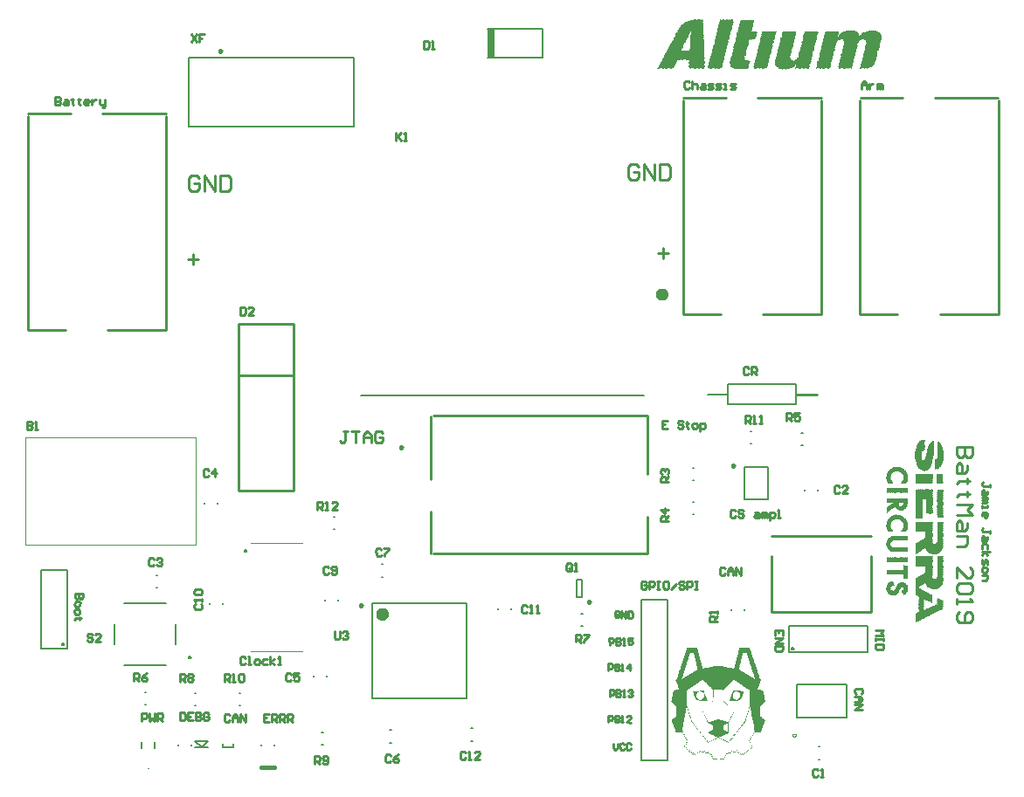
<source format=gto>
%FSTAX23Y23*%
%MOIN*%
%SFA1B1*%

%IPPOS*%
%ADD10C,0.010000*%
%ADD11C,0.008000*%
%ADD12C,0.005000*%
%ADD13C,0.024000*%
%ADD14C,0.004000*%
%ADD15C,0.002000*%
%ADD16C,0.010000*%
%ADD17C,0.016000*%
%ADD18R,0.031000X0.110000*%
%LNbatt_man_rev2-1*%
%LPD*%
G36*
X02759Y03461D02*
X0276D01*
Y0346*
X02759*
Y03461*
X02757*
Y03463*
X02759*
Y03461*
G37*
G36*
X02756D02*
X02757D01*
Y0346*
X02759*
Y03459*
X02757*
Y03457*
X02759*
Y03456*
X02757*
Y03454*
X02759*
Y03453*
X02757*
Y03452*
X02759*
Y0345*
X02757*
Y03449*
X02756*
Y03448*
X02757*
Y03446*
X02756*
Y03445*
X02755*
Y03443*
X02756*
Y03442*
X02755*
Y03441*
X02756*
Y03439*
X02755*
Y03438*
X02756*
Y03437*
X02755*
Y03438*
X02753*
Y03437*
X02752*
Y03435*
X02753*
Y03434*
X02752*
Y03433*
X02753*
Y03431*
X02752*
Y0343*
X02753*
Y03428*
X02752*
Y03427*
X0275*
Y03426*
X02752*
Y03424*
X0275*
Y03423*
X02749*
Y03422*
X0275*
Y0342*
X02749*
Y03419*
X0275*
Y03417*
X02749*
Y03416*
X02748*
Y03415*
X02746*
Y03413*
X02748*
Y03412*
X02746*
Y03411*
X02748*
Y03409*
X02746*
Y03408*
X02748*
Y03407*
X02746*
Y03405*
X02745*
Y03404*
X02746*
Y03402*
X02745*
Y03401*
X02744*
Y034*
X02745*
Y03398*
X02744*
Y03397*
X02745*
Y03396*
X02744*
Y03394*
X02742*
Y03393*
Y03391*
Y0339*
X02741*
Y03389*
X02742*
Y03387*
X02741*
Y03386*
X02742*
Y03385*
X02741*
Y03383*
X0274*
Y03382*
X02741*
Y0338*
X0274*
Y03382*
X02738*
Y0338*
X0274*
Y03379*
X02738*
Y03378*
X0274*
Y03376*
X02738*
Y03375*
X0274*
Y03374*
X02738*
Y03372*
X02737*
Y03371*
X02735*
Y0337*
X02737*
Y03368*
X02735*
Y03367*
X02737*
Y03365*
X02735*
Y03364*
X02737*
Y03363*
X02735*
Y03361*
X02734*
Y0336*
Y03359*
Y03357*
X02733*
Y03356*
X02734*
Y03354*
X02733*
Y03353*
X02734*
Y03352*
X02733*
Y0335*
X02731*
Y03349*
X0273*
Y03348*
X02731*
Y03346*
X0273*
Y03345*
X02731*
Y03343*
X0273*
Y03342*
X02731*
Y03341*
X0273*
Y03339*
X02729*
Y03338*
Y03337*
Y03335*
X02727*
Y03334*
X02729*
Y03333*
X02727*
Y03331*
Y0333*
Y03328*
X02726*
Y03327*
X02724*
Y03326*
X02726*
Y03324*
X02724*
Y03323*
X02726*
Y03322*
X02724*
Y0332*
X02726*
Y03319*
X02724*
Y03317*
X02723*
Y03316*
X02724*
Y03315*
X02723*
Y03313*
X02722*
Y03312*
X02723*
Y03311*
X02722*
Y03309*
X02723*
Y03308*
X02722*
Y03307*
X0272*
Y03305*
X02719*
Y03304*
X0272*
Y03302*
X02719*
Y03301*
X0272*
Y033*
X02719*
Y03298*
X0272*
Y03297*
X02719*
Y03296*
X02718*
Y03294*
X02716*
Y03293*
X02718*
Y03291*
X02716*
Y0329*
X02718*
Y03289*
X02716*
Y03287*
X02718*
Y03286*
X02716*
Y03285*
X02715*
Y03283*
X02713*
Y03282*
X02715*
Y0328*
X02713*
Y03279*
X02715*
Y03278*
X02713*
Y03276*
X02715*
Y03275*
X02713*
Y03274*
X02712*
Y03275*
X02711*
Y03274*
X02712*
Y03272*
X02711*
Y03274*
X02709*
Y03275*
X02708*
Y03274*
X02707*
Y03275*
X02705*
Y03274*
X02707*
Y03272*
X02705*
Y03274*
X02704*
Y03275*
X02703*
Y03274*
X02701*
Y03275*
X027*
Y03274*
X02701*
Y03272*
X027*
Y03274*
X02698*
Y03275*
X02697*
Y03274*
X02696*
Y03275*
X02694*
Y03274*
X02696*
Y03272*
X02694*
Y03274*
X02693*
Y03275*
X02692*
Y03274*
X0269*
Y03275*
X02689*
Y03274*
X0269*
Y03272*
X02689*
Y03274*
X02687*
Y03275*
X02686*
Y03274*
X02685*
Y03275*
X02683*
Y03274*
X02685*
Y03272*
X02683*
Y03274*
X02682*
Y03275*
X02681*
Y03274*
X02679*
Y03275*
X02678*
Y03274*
X02679*
Y03272*
X02678*
Y03274*
X02677*
Y03275*
X02675*
Y03274*
X02674*
Y03275*
X02672*
Y03274*
X02674*
Y03272*
X02672*
Y03274*
X02671*
Y03275*
X0267*
Y03274*
X02668*
Y03275*
X02667*
Y03274*
X02668*
Y03272*
X02667*
Y03274*
X02666*
Y03275*
X02664*
Y03274*
X02663*
Y03275*
X02661*
Y03274*
X02663*
Y03272*
X02661*
Y03274*
X0266*
Y03275*
X02659*
Y03276*
X0266*
Y03278*
X02661*
Y03279*
X02663*
Y0328*
X02661*
Y03282*
X02663*
Y03283*
X02661*
Y03285*
X02663*
Y03286*
X02664*
Y03287*
X02663*
Y03289*
X02664*
Y0329*
Y03291*
Y03293*
X02666*
Y03294*
X02664*
Y03296*
X02666*
Y03297*
X02664*
Y03298*
X02666*
Y033*
X02667*
Y03301*
X02668*
Y03302*
X02667*
Y03304*
X02668*
Y03305*
X02667*
Y03307*
X02668*
Y03308*
X0267*
Y03309*
X02668*
Y03311*
X0267*
Y03312*
X02671*
Y03313*
X0267*
Y03315*
X02671*
Y03316*
X0267*
Y03317*
X02671*
Y03319*
X0267*
Y0332*
X02671*
Y03322*
X02672*
Y03323*
X02674*
Y03324*
X02672*
Y03326*
X02674*
Y03327*
X02672*
Y03328*
X02674*
Y0333*
Y03331*
Y03333*
X02675*
Y03331*
X02677*
Y03333*
X02675*
Y03334*
X02677*
Y03335*
X02675*
Y03337*
X02677*
Y03338*
X02675*
Y03339*
X02677*
Y03341*
X02675*
Y03342*
X02678*
Y03343*
Y03345*
X02679*
Y03346*
X02678*
Y03348*
X02679*
Y03349*
X02678*
Y0335*
X02679*
Y03352*
Y03353*
Y03354*
X02681*
Y03353*
X02682*
Y03354*
X02681*
Y03356*
X02682*
Y03357*
X02681*
Y03359*
X02682*
Y0336*
X02681*
Y03361*
X02682*
Y03363*
X02681*
Y03364*
X02682*
Y03365*
X02683*
Y03367*
X02685*
Y03368*
X02683*
Y0337*
X02685*
Y03371*
X02683*
Y03372*
X02685*
Y03374*
X02686*
Y03375*
X02685*
Y03376*
X02686*
Y03375*
X02687*
Y03376*
X02686*
Y03378*
Y03379*
Y0338*
X02687*
Y03382*
X02686*
Y03383*
X02687*
Y03385*
X02686*
Y03386*
X02687*
Y03387*
X02689*
Y03389*
X0269*
Y0339*
X02689*
Y03391*
X0269*
Y03393*
X02689*
Y03394*
X0269*
Y03396*
X02689*
Y03397*
X0269*
Y03396*
X02692*
Y03397*
X0269*
Y03398*
X02692*
Y034*
Y03401*
Y03402*
X02693*
Y03404*
X02692*
Y03405*
X02693*
Y03407*
X02692*
Y03408*
X02693*
Y03409*
X02694*
Y03411*
X02696*
Y03412*
X02694*
Y03413*
X02696*
Y03415*
X02694*
Y03416*
X02696*
Y03417*
X02697*
Y03419*
X02696*
Y0342*
X02697*
Y03419*
X02698*
Y0342*
X02697*
Y03422*
X02698*
Y03423*
X02697*
Y03424*
X02698*
Y03426*
X02697*
Y03427*
X02698*
Y03428*
X02697*
Y0343*
X027*
Y03431*
Y03433*
X02701*
Y03434*
X027*
Y03435*
X02701*
Y03437*
X027*
Y03438*
X02701*
Y03439*
Y03441*
Y03442*
X02703*
Y03441*
X02704*
Y03442*
X02703*
Y03443*
X02704*
Y03445*
X02703*
Y03446*
X02704*
Y03448*
X02703*
Y03449*
X02704*
Y0345*
X02703*
Y03452*
X02705*
Y03453*
Y03454*
X02707*
Y03456*
X02705*
Y03457*
X02707*
Y03459*
X02705*
Y0346*
X02707*
Y03461*
X02708*
Y03463*
X02709*
Y03461*
X02711*
Y0346*
X02712*
Y03461*
X02711*
Y03463*
X02712*
Y03461*
X02713*
Y0346*
X02715*
Y03461*
X02713*
Y03463*
X02715*
Y03461*
X02716*
Y0346*
X02718*
Y03461*
X02716*
Y03463*
X02718*
Y03461*
X02719*
Y03463*
X0272*
Y03461*
X02722*
Y0346*
X02723*
Y03461*
X02722*
Y03463*
X02723*
Y03461*
X02724*
Y0346*
X02726*
Y03461*
X02724*
Y03463*
X02726*
Y03461*
X02727*
Y0346*
X02729*
Y03461*
X02727*
Y03463*
X02729*
Y03461*
X0273*
Y03463*
X02731*
Y03461*
X02733*
Y0346*
X02734*
Y03461*
X02733*
Y03463*
X02734*
Y03461*
X02735*
Y0346*
X02737*
Y03461*
X02735*
Y03463*
X02737*
Y03461*
X02738*
Y0346*
X0274*
Y03461*
X02738*
Y03463*
X0274*
Y03461*
X02741*
Y03463*
X02742*
Y03461*
X02744*
Y0346*
X02745*
Y03461*
X02744*
Y03463*
X02745*
Y03461*
X02746*
Y0346*
X02748*
Y03461*
X02746*
Y03463*
X02748*
Y03461*
X02749*
Y0346*
X0275*
Y03461*
X02749*
Y03463*
X0275*
Y03461*
X02752*
Y03463*
X02753*
Y03461*
X02755*
Y0346*
X02756*
Y03461*
X02755*
Y03463*
X02756*
Y03461*
G37*
G36*
X02638D02*
X0264D01*
Y0346*
X02641*
Y03459*
X02642*
Y03457*
X02641*
Y03456*
X02642*
Y03454*
Y03453*
Y03452*
X02644*
Y0345*
X02642*
Y03452*
X02641*
Y0345*
X02642*
Y03449*
Y03448*
Y03446*
X02644*
Y03445*
X02642*
Y03443*
X02644*
Y03442*
X02642*
Y03441*
X02644*
Y03439*
X02642*
Y03438*
X02644*
Y03437*
X02642*
Y03435*
X02644*
Y03434*
X02642*
Y03433*
X02644*
Y03431*
X02642*
Y0343*
X02644*
Y03428*
X02642*
Y03427*
X02644*
Y03426*
X02642*
Y03424*
X02644*
Y03423*
X02642*
Y03422*
X02644*
Y0342*
X02642*
Y03419*
X02644*
Y03417*
X02642*
Y03416*
X02644*
Y03415*
X02642*
Y03413*
X02644*
Y03412*
X02642*
Y03411*
X02644*
Y03409*
X02642*
Y03408*
X02644*
Y03407*
Y03405*
Y03404*
X02642*
Y03402*
X02644*
Y03401*
X02645*
Y034*
X02644*
Y03398*
X02642*
Y03397*
X02644*
Y03396*
X02645*
Y03394*
X02644*
Y03393*
X02645*
Y03391*
X02644*
Y03393*
X02642*
Y03391*
X02644*
Y0339*
X02645*
Y03389*
X02644*
Y03387*
X02645*
Y03386*
Y03385*
Y03383*
X02646*
Y03382*
X02645*
Y03383*
X02644*
Y03382*
X02645*
Y0338*
Y03379*
Y03378*
Y03376*
Y03375*
Y03374*
Y03372*
X02646*
Y03371*
X02645*
Y0337*
X02646*
Y03368*
X02645*
Y03367*
X02646*
Y03365*
X02645*
Y03364*
X02646*
Y03363*
X02645*
Y03361*
X02646*
Y0336*
X02645*
Y03359*
X02646*
Y03357*
X02645*
Y03356*
X02646*
Y03354*
X02645*
Y03353*
X02646*
Y03352*
X02645*
Y0335*
X02646*
Y03349*
X02645*
Y03348*
X02646*
Y03346*
X02645*
Y03345*
X02646*
Y03343*
X02645*
Y03342*
X02646*
Y03341*
X02645*
Y03339*
X02646*
Y03338*
X02645*
Y03337*
X02646*
Y03335*
X02645*
Y03334*
X02646*
Y03333*
Y03331*
Y0333*
Y03328*
Y03327*
Y03326*
Y03324*
Y03323*
Y03322*
X02648*
Y0332*
X02646*
Y03319*
X02648*
Y03317*
X02646*
Y03316*
X02648*
Y03315*
X02649*
Y03313*
X02648*
Y03315*
X02646*
Y03313*
X02648*
Y03312*
X02646*
Y03311*
X02648*
Y03309*
X02649*
Y03308*
X02648*
Y03309*
X02646*
Y03308*
X02648*
Y03307*
Y03305*
Y03304*
X02649*
Y03302*
X02648*
Y03301*
X02649*
Y033*
X02648*
Y03298*
X02649*
Y03297*
X02648*
Y03296*
X02649*
Y03294*
X02648*
Y03293*
X02649*
Y03291*
X02648*
Y0329*
X02649*
Y03289*
X02648*
Y03287*
X02649*
Y03286*
X02648*
Y03285*
X02649*
Y03283*
X02648*
Y03282*
X02649*
Y0328*
X02648*
Y03279*
X02649*
Y03278*
X02648*
Y03276*
X02649*
Y03275*
X02648*
Y03274*
X02646*
Y03275*
X02645*
Y03274*
X02646*
Y03272*
X02645*
Y03274*
X02644*
Y03275*
X02642*
Y03274*
X02641*
Y03275*
X0264*
Y03274*
X02641*
Y03272*
X0264*
Y03274*
X02638*
Y03275*
X02637*
Y03274*
X02635*
Y03275*
X02634*
Y03274*
X02635*
Y03272*
X02634*
Y03274*
X02633*
Y03275*
X02631*
Y03274*
X0263*
Y03275*
X02629*
Y03274*
X0263*
Y03272*
X02629*
Y03274*
X02627*
Y03275*
X02626*
Y03274*
X02624*
Y03275*
X02623*
Y03274*
X02624*
Y03272*
X02623*
Y03274*
X02622*
Y03275*
X0262*
Y03274*
X02619*
Y03275*
X02618*
Y03274*
X02619*
Y03272*
X02618*
Y03274*
X02616*
Y03275*
X02615*
Y03274*
X02613*
Y03275*
X02612*
Y03274*
X02613*
Y03272*
X02612*
Y03274*
X02611*
Y03275*
X02609*
Y03274*
X02608*
Y03275*
X02607*
Y03274*
X02608*
Y03272*
X02607*
Y03274*
X02605*
Y03275*
X02604*
Y03274*
X02603*
Y03275*
X02601*
Y03274*
X02603*
Y03272*
X02601*
Y03274*
X026*
Y03275*
X02598*
Y03274*
X02597*
Y03275*
X02596*
Y03274*
X02597*
Y03272*
X02596*
Y03274*
X02594*
Y03275*
X02593*
Y03274*
X02592*
Y03275*
X0259*
Y03274*
X02592*
Y03272*
X0259*
Y03274*
X02589*
Y03275*
X02587*
Y03276*
X02589*
Y03278*
X02587*
Y03279*
X02589*
Y0328*
X02587*
Y03282*
X02589*
Y03283*
X02587*
Y03285*
X02589*
Y03286*
X02587*
Y03287*
X02589*
Y03289*
X02587*
Y0329*
X02589*
Y03291*
X02587*
Y03293*
X02589*
Y03294*
X02587*
Y03296*
X02589*
Y03297*
X02587*
Y03298*
X02589*
Y033*
X0259*
Y03301*
X02589*
Y03302*
X02587*
Y03304*
X02589*
Y03305*
X02587*
Y03307*
X02586*
Y03308*
X02585*
Y03307*
X02586*
Y03305*
X02585*
Y03307*
X02583*
Y03308*
X02582*
Y03307*
X02583*
Y03305*
X02582*
Y03307*
X02581*
Y03308*
X02579*
Y03307*
X02581*
Y03305*
X02579*
Y03307*
X02578*
Y03308*
X02577*
Y03307*
X02578*
Y03305*
X02577*
Y03307*
X02575*
Y03308*
X02574*
Y03307*
X02575*
Y03305*
X02574*
Y03307*
X02572*
Y03308*
X02571*
Y03307*
X02572*
Y03305*
X02571*
Y03307*
X0257*
Y03308*
X02568*
Y03307*
X0257*
Y03305*
X02568*
Y03307*
X02567*
Y03308*
X02566*
Y03307*
X02567*
Y03305*
X02566*
Y03307*
X02564*
Y03308*
X02563*
Y03307*
X02564*
Y03305*
X02563*
Y03307*
X02561*
Y03308*
X0256*
Y03307*
X02561*
Y03305*
X0256*
Y03307*
X02559*
Y03308*
X02557*
Y03307*
X02559*
Y03305*
X02557*
Y03307*
X02556*
Y03308*
X02555*
Y03307*
X02556*
Y03305*
X02555*
Y03307*
X02553*
Y03308*
X02552*
Y03307*
X02553*
Y03305*
X02552*
Y03307*
X0255*
Y03308*
X02549*
Y03307*
X0255*
Y03305*
X02549*
Y03307*
X02548*
Y03308*
X02546*
Y03307*
X02548*
Y03305*
X02546*
Y03307*
X02545*
Y03305*
X02544*
Y03304*
X02542*
Y03302*
X02541*
Y03301*
X02542*
Y033*
X02541*
Y03298*
X0254*
Y03297*
X02538*
Y03296*
X0254*
Y03294*
X02538*
Y03293*
X02537*
Y03291*
X02535*
Y0329*
X02537*
Y03289*
X02535*
Y03287*
Y03286*
Y03285*
X02534*
Y03283*
X02533*
Y03282*
X02534*
Y0328*
X02533*
Y03279*
X02531*
Y03278*
X0253*
Y03276*
X02531*
Y03275*
X0253*
Y03274*
X02529*
Y03275*
X02527*
Y03274*
X02526*
Y03275*
X02524*
Y03274*
X02526*
Y03272*
X02524*
Y03274*
X02523*
Y03275*
X02522*
Y03274*
X0252*
Y03275*
X02519*
Y03274*
X0252*
Y03272*
X02519*
Y03274*
X02518*
Y03275*
X02516*
Y03274*
X02515*
Y03275*
X02514*
Y03274*
X02515*
Y03272*
X02514*
Y03274*
X02512*
Y03275*
X02511*
Y03274*
X02509*
Y03275*
X02508*
Y03274*
X02509*
Y03272*
X02508*
Y03274*
X02507*
Y03275*
X02505*
Y03274*
X02504*
Y03275*
X02503*
Y03274*
X02504*
Y03272*
X02503*
Y03274*
X02501*
Y03275*
X025*
Y03274*
X02498*
Y03275*
X02497*
Y03274*
X02498*
Y03272*
X02497*
Y03274*
X02496*
Y03275*
X02494*
Y03274*
X02493*
Y03275*
X02492*
Y03274*
X02493*
Y03272*
X02492*
Y03274*
X0249*
Y03275*
X02489*
Y03274*
X02487*
Y03275*
X02486*
Y03274*
X02487*
Y03272*
X02486*
Y03274*
X02485*
Y03275*
X02483*
Y03274*
X02482*
Y03275*
X02481*
Y03274*
X02482*
Y03272*
X02481*
Y03274*
X02479*
Y03275*
X02478*
Y03274*
X02477*
Y03275*
X02475*
Y03274*
X02477*
Y03272*
X02475*
Y03274*
X02474*
Y03275*
X02472*
Y03274*
X02471*
Y03275*
X0247*
Y03276*
X02471*
Y03278*
X0247*
Y03279*
X02471*
Y0328*
X02472*
Y03282*
X02474*
Y03283*
X02472*
Y03285*
X02474*
Y03286*
X02475*
Y03287*
X02477*
Y03289*
X02475*
Y0329*
X02477*
Y03291*
X02478*
Y03293*
X02479*
Y03294*
X02481*
Y03296*
X02479*
Y03297*
X02481*
Y03298*
X02482*
Y033*
X02483*
Y03301*
Y03302*
Y03304*
X02485*
Y03305*
X02486*
Y03307*
X02487*
Y03308*
X02486*
Y03309*
X02487*
Y03311*
X02489*
Y03309*
X0249*
Y03311*
X02489*
Y03312*
X0249*
Y03313*
X02489*
Y03315*
X0249*
Y03316*
X02492*
Y03317*
X02493*
Y03319*
X02492*
Y0332*
X02493*
Y03322*
X02494*
Y03323*
X02496*
Y03324*
X02494*
Y03326*
X02496*
Y03327*
X02497*
Y03328*
X02498*
Y0333*
X02497*
Y03331*
X02498*
Y03333*
X025*
Y03331*
X02501*
Y03333*
X025*
Y03334*
X02501*
Y03335*
X025*
Y03337*
X02503*
Y03338*
Y03339*
X02504*
Y03341*
X02505*
Y03342*
X02507*
Y03343*
X02505*
Y03345*
X02507*
Y03346*
X02505*
Y03348*
X02507*
Y03346*
X02508*
Y03348*
X02509*
Y03349*
X02508*
Y0335*
X02509*
Y03352*
X02511*
Y03353*
X02512*
Y03354*
X02511*
Y03356*
X02512*
Y03357*
X02514*
Y03359*
X02515*
Y0336*
X02514*
Y03361*
X02515*
Y03363*
X02516*
Y03364*
X02518*
Y03365*
X02519*
Y03367*
X02518*
Y03368*
X02519*
Y0337*
X0252*
Y03371*
X02519*
Y03372*
X02522*
Y03374*
Y03375*
X02523*
Y03376*
X02524*
Y03378*
X02526*
Y03379*
X02524*
Y0338*
X02526*
Y03382*
X02527*
Y03383*
X02529*
Y03385*
X02527*
Y03386*
X02529*
Y03387*
X0253*
Y03389*
X02531*
Y0339*
X0253*
Y03391*
X02531*
Y03393*
X02533*
Y03394*
X02534*
Y03396*
X02533*
Y03397*
X02535*
Y03398*
Y034*
X02537*
Y03401*
Y03402*
Y03404*
X02538*
Y03402*
X0254*
Y03404*
X02538*
Y03405*
X0254*
Y03407*
X02538*
Y03408*
X02541*
Y03409*
Y03411*
X02542*
Y03412*
X02544*
Y03413*
X02545*
Y03415*
X02544*
Y03416*
X02545*
Y03417*
X02544*
Y03419*
X02545*
Y03417*
X02546*
Y03419*
X02548*
Y0342*
X02546*
Y03422*
X02548*
Y03423*
X02549*
Y03424*
X0255*
Y03426*
X02549*
Y03427*
X0255*
Y03428*
X02552*
Y0343*
X02553*
Y03431*
X02555*
Y03433*
X02556*
Y03434*
X02555*
Y03435*
X02559*
Y03437*
X02557*
Y03438*
X0256*
Y03439*
Y03441*
X02563*
Y03442*
Y03443*
X02567*
Y03445*
X02566*
Y03446*
X0257*
Y03448*
X02571*
Y03449*
X02572*
Y0345*
X02574*
Y03452*
X02578*
Y03453*
X02579*
Y03454*
X02583*
Y03456*
X02582*
Y03457*
X02583*
Y03456*
X02585*
Y03457*
X02586*
Y03456*
X02587*
Y03457*
X02592*
Y03459*
X0259*
Y0346*
X02592*
Y03459*
X02593*
Y03457*
X02594*
Y03459*
X02593*
Y0346*
X02594*
Y03459*
X02596*
Y0346*
X026*
Y03461*
X02601*
Y0346*
X02603*
Y03461*
X02604*
Y0346*
X02605*
Y03461*
X02607*
Y0346*
X02608*
Y03461*
X02609*
Y03463*
X02611*
Y03461*
X02612*
Y0346*
X02613*
Y03461*
X02612*
Y03463*
X02613*
Y03461*
X02615*
Y0346*
X02616*
Y03461*
X02615*
Y03463*
X02616*
Y03461*
X02618*
Y0346*
X02619*
Y03461*
X02618*
Y03463*
X02619*
Y03461*
X0262*
Y03463*
X02622*
Y03461*
X02623*
Y0346*
X02624*
Y03461*
X02623*
Y03463*
X02624*
Y03461*
X02626*
Y0346*
X02627*
Y03461*
X02626*
Y03463*
X02627*
Y03461*
X02629*
Y0346*
X0263*
Y03461*
X02629*
Y03463*
X0263*
Y03461*
X02631*
Y03463*
X02633*
Y03461*
X02634*
Y0346*
X02635*
Y03461*
X02634*
Y03463*
X02635*
Y03461*
X02637*
Y0346*
X02638*
Y03461*
X02637*
Y03463*
X02638*
Y03461*
G37*
G36*
X02835Y03459D02*
X02837D01*
Y03457*
X02838*
Y03456*
X02837*
Y03454*
X02838*
Y03453*
X02837*
Y03452*
X02835*
Y0345*
X02837*
Y03449*
X02835*
Y03448*
X02834*
Y03446*
X02835*
Y03445*
X02834*
Y03443*
Y03442*
Y03441*
X02833*
Y03439*
X02831*
Y03438*
X02833*
Y03437*
X02831*
Y03435*
X02833*
Y03434*
X02831*
Y03433*
X02833*
Y03431*
X02831*
Y03433*
X0283*
Y03431*
X02831*
Y0343*
X0283*
Y03431*
X02829*
Y0343*
X0283*
Y03428*
Y03427*
Y03426*
X02829*
Y03424*
X0283*
Y03423*
X02829*
Y03422*
Y0342*
Y03419*
X02827*
Y03417*
X02829*
Y03416*
X02849*
Y03415*
X02848*
Y03413*
X02849*
Y03412*
X02848*
Y03411*
X02849*
Y03409*
X02848*
Y03411*
X02846*
Y03409*
X02848*
Y03408*
X02846*
Y03407*
X02848*
Y03405*
X02846*
Y03404*
X02845*
Y03402*
X02846*
Y03401*
X02845*
Y034*
Y03398*
Y03397*
X02846*
Y03396*
X02845*
Y03397*
X02844*
Y03396*
X02842*
Y03394*
X02844*
Y03393*
X02842*
Y03391*
X02844*
Y0339*
X02842*
Y03389*
X02841*
Y03387*
X02842*
Y03386*
X02841*
Y03385*
X02837*
Y03383*
X02835*
Y03385*
X02834*
Y03383*
X02833*
Y03385*
X02831*
Y03383*
X0283*
Y03385*
X02826*
Y03383*
X02824*
Y03385*
X0282*
Y03383*
X02819*
Y03382*
X02818*
Y0338*
X02819*
Y03379*
X02818*
Y03378*
X02816*
Y03376*
X02818*
Y03375*
X02816*
Y03374*
X02815*
Y03372*
X02816*
Y03371*
X02815*
Y0337*
X02816*
Y03368*
X02815*
Y03367*
X02813*
Y03365*
X02815*
Y03364*
X02813*
Y03365*
X02812*
Y03364*
X02813*
Y03363*
X02812*
Y03361*
X02813*
Y0336*
X02812*
Y03359*
X02813*
Y03357*
X02812*
Y03356*
X02811*
Y03354*
X02812*
Y03353*
X02811*
Y03352*
X02809*
Y0335*
X02811*
Y03349*
X02809*
Y03348*
X02811*
Y03346*
X02809*
Y03345*
X02808*
Y03343*
X02807*
Y03342*
X02808*
Y03341*
X02807*
Y03339*
X02808*
Y03338*
X02807*
Y03337*
X02808*
Y03335*
X02807*
Y03334*
X02805*
Y03333*
X02807*
Y03331*
X02805*
Y0333*
X02804*
Y03328*
X02805*
Y03327*
X02804*
Y03326*
X02805*
Y03324*
X02804*
Y03323*
X02805*
Y03322*
X02804*
Y03323*
X02803*
Y03322*
X02801*
Y0332*
X02803*
Y03319*
X02801*
Y03317*
X02803*
Y03316*
X02801*
Y03315*
X02803*
Y03313*
X02801*
Y03312*
X02803*
Y03311*
X02801*
Y03309*
X02803*
Y03308*
X02804*
Y03307*
X02808*
Y03305*
X02809*
Y03307*
X02811*
Y03305*
X02812*
Y03304*
X02813*
Y03305*
X02812*
Y03307*
X02813*
Y03305*
X02815*
Y03307*
X02816*
Y03305*
X02818*
Y03304*
X02819*
Y03305*
X02818*
Y03307*
X02819*
Y03305*
X0282*
Y03304*
X02822*
Y03302*
X0282*
Y03301*
X02822*
Y033*
X0282*
Y03301*
X02819*
Y033*
X0282*
Y03298*
X02819*
Y03297*
X0282*
Y03296*
X02819*
Y03294*
X02818*
Y03293*
X02819*
Y03291*
X02818*
Y0329*
Y03289*
Y03287*
X02819*
Y03286*
X02818*
Y03287*
X02816*
Y03286*
X02815*
Y03285*
X02816*
Y03283*
X02815*
Y03282*
X02816*
Y0328*
X02815*
Y03279*
X02813*
Y03278*
X02815*
Y03276*
X02813*
Y03275*
X02812*
Y03274*
X02811*
Y03275*
X02809*
Y03274*
X02811*
Y03272*
X02809*
Y03274*
X02808*
Y03272*
X02807*
Y03274*
X02805*
Y03272*
X02804*
Y03274*
X02803*
Y03272*
X02801*
Y03274*
X028*
Y03272*
X02798*
Y03274*
X02797*
Y03272*
X02796*
Y03274*
X02794*
Y03272*
X02793*
Y03274*
X02792*
Y03272*
X02787*
Y03274*
X02786*
Y03272*
X02782*
Y03274*
X02781*
Y03272*
X02777*
Y03274*
X02775*
Y03272*
X02774*
Y03274*
X02772*
Y03272*
X02771*
Y03274*
X0277*
Y03272*
X02768*
Y03274*
X02767*
Y03275*
X02766*
Y03274*
X02767*
Y03272*
X02766*
Y03274*
X02764*
Y03275*
X02763*
Y03274*
X02761*
Y03275*
X02757*
Y03276*
X02756*
Y03275*
X02755*
Y03276*
X02753*
Y03278*
X02752*
Y03279*
X0275*
Y0328*
X02746*
Y03282*
X02748*
Y03283*
X02746*
Y03285*
X02745*
Y03286*
X02746*
Y03287*
X02745*
Y03289*
X02744*
Y0329*
X02745*
Y03291*
X02744*
Y03293*
X02745*
Y03294*
X02744*
Y03296*
X02745*
Y03297*
X02744*
Y03298*
X02745*
Y033*
X02744*
Y03301*
X02745*
Y03302*
X02746*
Y03304*
X02745*
Y03305*
X02746*
Y03304*
X02748*
Y03305*
X02746*
Y03307*
X02748*
Y03308*
X02746*
Y03309*
X02748*
Y03311*
Y03312*
Y03313*
X02746*
Y03315*
X02749*
Y03316*
Y03317*
X0275*
Y03319*
X02749*
Y0332*
X0275*
Y03322*
X02749*
Y03323*
X0275*
Y03324*
X02752*
Y03326*
X0275*
Y03327*
X02752*
Y03326*
X02753*
Y03327*
X02752*
Y03328*
X02753*
Y0333*
X02752*
Y03331*
X02753*
Y03333*
Y03334*
Y03335*
X02752*
Y03337*
X02753*
Y03335*
X02755*
Y03337*
Y03338*
Y03339*
X02756*
Y03341*
X02755*
Y03342*
X02756*
Y03343*
X02755*
Y03345*
X02756*
Y03346*
X02757*
Y03348*
X02756*
Y03349*
X02757*
Y03348*
X02759*
Y03349*
X02757*
Y0335*
X02759*
Y03352*
X02757*
Y03353*
X02759*
Y03354*
X02757*
Y03356*
X02759*
Y03357*
X02757*
Y03359*
X02759*
Y03357*
X0276*
Y03359*
Y0336*
Y03361*
X02761*
Y03363*
X0276*
Y03364*
X02761*
Y03365*
X0276*
Y03367*
X02761*
Y03368*
X02763*
Y0337*
X02764*
Y03371*
X02763*
Y03372*
X02764*
Y03374*
X02763*
Y03375*
X02764*
Y03376*
X02766*
Y03378*
X02764*
Y03379*
X02766*
Y0338*
Y03382*
Y03383*
X02767*
Y03385*
X02766*
Y03386*
X02767*
Y03387*
X02766*
Y03389*
X02767*
Y0339*
X02768*
Y03391*
X0277*
Y03393*
X02768*
Y03394*
X0277*
Y03396*
X02768*
Y03397*
X0277*
Y03398*
Y034*
Y03401*
X02771*
Y03402*
X02772*
Y03404*
X02771*
Y03405*
X02772*
Y03407*
X02771*
Y03408*
X02772*
Y03409*
X02771*
Y03411*
X02772*
Y03412*
X02774*
Y03413*
X02775*
Y03415*
X02774*
Y03416*
X02775*
Y03417*
X02774*
Y03419*
X02775*
Y0342*
Y03422*
Y03423*
X02777*
Y03424*
X02778*
Y03426*
X02777*
Y03427*
X02778*
Y03428*
X02777*
Y0343*
X02778*
Y03431*
X02777*
Y03433*
X02778*
Y03434*
X02779*
Y03435*
X02781*
Y03437*
X02779*
Y03438*
X02781*
Y03439*
X02779*
Y03441*
X02781*
Y03442*
X02782*
Y03443*
X02781*
Y03445*
X02782*
Y03446*
X02783*
Y03448*
X02782*
Y03449*
X02783*
Y0345*
X02782*
Y03452*
X02783*
Y03453*
Y03454*
Y03456*
X02785*
Y03457*
X02786*
Y03459*
X02785*
Y0346*
X02786*
Y03459*
X02787*
Y0346*
X02792*
Y03459*
X02793*
Y0346*
X02797*
Y03459*
X02798*
Y0346*
X02803*
Y03459*
X02804*
Y0346*
X02808*
Y03459*
X02809*
Y0346*
X02813*
Y03459*
X02815*
Y0346*
X02819*
Y03459*
X0282*
Y0346*
X02824*
Y03459*
X02826*
Y0346*
X0283*
Y03459*
X02831*
Y0346*
X02835*
Y03459*
G37*
G36*
X03297Y03419D02*
X03304D01*
Y03417*
X03305*
Y03416*
X03307*
Y03417*
X03305*
Y03419*
X03307*
Y03417*
X03308*
Y03416*
X03309*
Y03415*
X03311*
Y03413*
X03312*
Y03415*
X03311*
Y03416*
X03312*
Y03415*
X03313*
Y03413*
X03315*
Y03412*
X03316*
Y03411*
X03318*
Y03409*
X03319*
Y03408*
X0332*
Y03407*
X03319*
Y03405*
X0332*
Y03404*
X03322*
Y03402*
Y03401*
Y034*
Y03398*
Y03397*
X03323*
Y03396*
X03322*
Y03394*
X03323*
Y03393*
X03322*
Y03391*
X03323*
Y0339*
X03322*
Y03389*
Y03387*
Y03386*
X0332*
Y03385*
X03322*
Y03383*
X0332*
Y03385*
X03319*
Y03383*
X0332*
Y03382*
X03319*
Y0338*
X0332*
Y03379*
X03319*
Y03378*
X0332*
Y03376*
X03319*
Y03375*
Y03374*
Y03372*
X03318*
Y03371*
X03316*
Y0337*
X03318*
Y03368*
X03316*
Y03367*
X03318*
Y03365*
X03316*
Y03364*
X03318*
Y03363*
X03316*
Y03364*
X03315*
Y03363*
X03316*
Y03361*
X03315*
Y0336*
X03313*
Y03359*
X03315*
Y03357*
X03313*
Y03356*
X03315*
Y03354*
X03313*
Y03353*
Y03352*
Y0335*
X03312*
Y03349*
X03311*
Y03348*
X03312*
Y03346*
X03311*
Y03345*
X03312*
Y03343*
X03311*
Y03342*
X03312*
Y03341*
X03311*
Y03342*
X03309*
Y03341*
X03308*
Y03339*
X03309*
Y03338*
X03308*
Y03337*
X03309*
Y03335*
X03308*
Y03334*
X03309*
Y03333*
X03308*
Y03331*
Y0333*
Y03328*
X03307*
Y03327*
X03305*
Y03326*
X03307*
Y03324*
X03305*
Y03323*
X03307*
Y03322*
X03305*
Y0332*
X03307*
Y03319*
X03305*
Y0332*
X03304*
Y03319*
Y03317*
Y03316*
X03303*
Y03315*
X03304*
Y03313*
X03303*
Y03312*
X03304*
Y03311*
X03303*
Y03309*
Y03308*
Y03307*
X03301*
Y03305*
X033*
Y03304*
X03301*
Y03302*
X033*
Y03301*
X03301*
Y033*
X033*
Y03298*
X03298*
Y03297*
X03297*
Y03296*
X03298*
Y03294*
X03297*
Y03293*
Y03291*
X03296*
Y0329*
Y03289*
X03294*
Y03287*
X03293*
Y03286*
X03292*
Y03285*
X0329*
Y03283*
X03289*
Y03282*
X03287*
Y0328*
X03283*
Y03279*
X03282*
Y03278*
X03278*
Y03276*
X03279*
Y03275*
X03278*
Y03276*
X03276*
Y03275*
X0327*
Y03274*
X03268*
Y03275*
X03267*
Y03274*
X03266*
Y03275*
X03264*
Y03274*
X03266*
Y03272*
X03264*
Y03274*
X03263*
Y03275*
X03261*
Y03274*
X0326*
Y03275*
X03259*
Y03274*
X0326*
Y03272*
X03259*
Y03274*
X03257*
Y03275*
X03256*
Y03274*
X03255*
Y03275*
X03253*
Y03274*
X03255*
Y03272*
X03253*
Y03274*
X03252*
Y03275*
X0325*
Y03274*
X03249*
Y03275*
X03248*
Y03274*
X03249*
Y03272*
X03248*
Y03274*
X03246*
Y03275*
X03245*
Y03274*
X03244*
Y03275*
X03242*
Y03274*
X03244*
Y03272*
X03242*
Y03274*
X03241*
Y03275*
X0324*
Y03276*
X03241*
Y03278*
X03242*
Y03279*
X03241*
Y0328*
X0324*
Y03282*
X03241*
Y0328*
X03242*
Y03279*
X03244*
Y0328*
X03242*
Y03282*
X03244*
Y03283*
X03242*
Y03285*
X03244*
Y03286*
X03242*
Y03287*
X03244*
Y03289*
X03245*
Y0329*
X03244*
Y03291*
X03245*
Y03293*
X03246*
Y03294*
X03245*
Y03296*
X03246*
Y03297*
X03245*
Y03298*
X03246*
Y033*
X03248*
Y03301*
X03246*
Y03302*
X03248*
Y03301*
X03249*
Y03302*
X03248*
Y03304*
X03249*
Y03305*
X03248*
Y03307*
X03249*
Y03308*
X03248*
Y03309*
X03249*
Y03311*
Y03312*
Y03313*
X0325*
Y03315*
X03252*
Y03316*
X0325*
Y03317*
X03252*
Y03319*
X0325*
Y0332*
X03252*
Y03322*
X03253*
Y03323*
X03252*
Y03324*
X03253*
Y03326*
X03255*
Y03327*
X03253*
Y03328*
X03255*
Y0333*
X03253*
Y03331*
X03255*
Y03333*
Y03334*
Y03335*
X03256*
Y03337*
X03257*
Y03338*
X03256*
Y03339*
X03257*
Y03341*
X03256*
Y03342*
X03257*
Y03343*
X03259*
Y03345*
X03257*
Y03346*
X03259*
Y03348*
X0326*
Y03349*
X03259*
Y0335*
X0326*
Y03352*
X03259*
Y03353*
X0326*
Y03354*
X03261*
Y03356*
Y03357*
Y03359*
X03263*
Y0336*
X03261*
Y03361*
X03263*
Y03363*
X03261*
Y03364*
X03263*
Y03365*
X03264*
Y03367*
X03263*
Y03368*
X03264*
Y0337*
X03266*
Y03371*
X03264*
Y03372*
X03266*
Y03374*
X03264*
Y03375*
X03266*
Y03376*
X03264*
Y03378*
X03266*
Y03379*
X03264*
Y0338*
X03263*
Y03382*
X03261*
Y03383*
X0326*
Y03385*
X03259*
Y03383*
X0326*
Y03382*
X03259*
Y03383*
X03257*
Y03385*
X03248*
Y03383*
X03246*
Y03385*
X03245*
Y03383*
X03244*
Y03382*
X0324*
Y0338*
X03241*
Y03379*
X03237*
Y03378*
X03238*
Y03376*
X03234*
Y03375*
X03235*
Y03374*
X03234*
Y03372*
X03235*
Y03371*
X03234*
Y0337*
X03233*
Y03368*
X03231*
Y03367*
X03233*
Y03365*
X03231*
Y03364*
X03233*
Y03363*
X03231*
Y03361*
X03233*
Y0336*
X03231*
Y03361*
X0323*
Y0336*
X03231*
Y03359*
X0323*
Y03357*
X03231*
Y03356*
X0323*
Y03354*
X03229*
Y03353*
X0323*
Y03352*
X03229*
Y0335*
Y03349*
Y03348*
X0323*
Y03346*
X03229*
Y03348*
X03227*
Y03346*
X03226*
Y03345*
X03227*
Y03343*
X03226*
Y03342*
X03227*
Y03341*
X03226*
Y03339*
Y03338*
Y03337*
X03224*
Y03335*
X03223*
Y03334*
X03224*
Y03333*
X03223*
Y03331*
X03224*
Y0333*
X03223*
Y03328*
Y03327*
Y03326*
X03222*
Y03324*
X0322*
Y03323*
X03222*
Y03322*
X0322*
Y0332*
X03222*
Y03319*
X0322*
Y03317*
X03219*
Y03316*
X0322*
Y03315*
X03219*
Y03316*
X03218*
Y03315*
X03219*
Y03313*
Y03312*
Y03311*
X03218*
Y03309*
X03219*
Y03308*
X03218*
Y03307*
Y03305*
Y03304*
X03216*
Y03302*
X03215*
Y03301*
X03216*
Y033*
X03215*
Y03298*
X03216*
Y03297*
X03215*
Y03296*
X03216*
Y03294*
X03215*
Y03296*
X03213*
Y03294*
X03215*
Y03293*
X03213*
Y03294*
X03212*
Y03293*
X03213*
Y03291*
Y0329*
Y03289*
X03212*
Y03287*
X03213*
Y03286*
X03212*
Y03285*
Y03283*
Y03282*
X03211*
Y0328*
X03209*
Y03279*
X03211*
Y03278*
X03209*
Y03276*
X03211*
Y03275*
X03209*
Y03274*
X03208*
Y03275*
X03207*
Y03274*
X03205*
Y03275*
X03204*
Y03274*
X03205*
Y03272*
X03204*
Y03274*
X03203*
Y03275*
X03201*
Y03274*
X032*
Y03275*
X03198*
Y03274*
X032*
Y03272*
X03198*
Y03274*
X03197*
Y03275*
X03196*
Y03274*
X03194*
Y03275*
X03193*
Y03274*
X03194*
Y03272*
X03193*
Y03274*
X03192*
Y03275*
X0319*
Y03274*
X03189*
Y03275*
X03187*
Y03274*
X03189*
Y03272*
X03187*
Y03274*
X03186*
Y03275*
X03185*
Y03274*
X03183*
Y03275*
X03182*
Y03274*
X03183*
Y03272*
X03182*
Y03274*
X03181*
Y03275*
X03179*
Y03274*
X03178*
Y03275*
X03176*
Y03274*
X03178*
Y03272*
X03176*
Y03274*
X03175*
Y03275*
X03174*
Y03274*
X03172*
Y03275*
X03171*
Y03274*
X03172*
Y03272*
X03171*
Y03274*
X0317*
Y03275*
X03168*
Y03274*
X03167*
Y03275*
X03166*
Y03274*
X03167*
Y03272*
X03166*
Y03274*
X03164*
Y03275*
X03163*
Y03274*
X03161*
Y03275*
X0316*
Y03274*
X03161*
Y03272*
X0316*
Y03274*
X03159*
Y03275*
X03157*
Y03276*
X03159*
Y03278*
X03157*
Y03279*
X03159*
Y0328*
X03157*
Y03282*
X03159*
Y03283*
Y03285*
Y03286*
X03157*
Y03287*
X03159*
Y03286*
X0316*
Y03287*
X03161*
Y03289*
X0316*
Y0329*
X03161*
Y03291*
X0316*
Y03293*
X03161*
Y03294*
X0316*
Y03296*
X03161*
Y03297*
X03163*
Y03298*
X03164*
Y033*
X03163*
Y03301*
X03164*
Y03302*
X03163*
Y03304*
X03164*
Y03305*
Y03307*
Y03308*
X03163*
Y03309*
X03164*
Y03308*
X03166*
Y03309*
Y03311*
Y03312*
X03167*
Y03313*
X03166*
Y03315*
X03167*
Y03316*
X03166*
Y03317*
X03167*
Y03319*
X03168*
Y0332*
X0317*
Y03322*
X03168*
Y03323*
X0317*
Y03324*
X03168*
Y03326*
X0317*
Y03327*
X03168*
Y03328*
X0317*
Y03327*
X03171*
Y03328*
X0317*
Y0333*
X03171*
Y03331*
Y03333*
Y03334*
X03172*
Y03335*
X03171*
Y03337*
X03172*
Y03338*
X03171*
Y03339*
X03172*
Y03341*
X03174*
Y03342*
X03175*
Y03343*
X03174*
Y03345*
X03175*
Y03346*
X03174*
Y03348*
X03175*
Y03349*
X03176*
Y0335*
X03175*
Y03352*
X03176*
Y03353*
X03178*
Y03354*
X03176*
Y03356*
X03178*
Y03357*
X03176*
Y03359*
X03178*
Y0336*
X03176*
Y03361*
X03178*
Y03363*
X03179*
Y03364*
X03181*
Y03365*
X03179*
Y03367*
X03181*
Y03368*
X03179*
Y0337*
X03181*
Y03371*
Y03372*
Y03374*
X03179*
Y03375*
X03181*
Y03376*
Y03378*
Y03379*
X03179*
Y0338*
X03178*
Y03382*
X03176*
Y03383*
X03175*
Y03385*
X03171*
Y03383*
X0317*
Y03385*
X03166*
Y03383*
X03164*
Y03385*
X03163*
Y03383*
X03161*
Y03385*
X0316*
Y03383*
X03161*
Y03382*
X0316*
Y03383*
X03159*
Y03382*
X03157*
Y0338*
X03156*
Y03379*
X03155*
Y03378*
X03153*
Y03376*
X03152*
Y03375*
X03153*
Y03374*
X03152*
Y03372*
X0315*
Y03371*
X03149*
Y0337*
X0315*
Y03368*
X03149*
Y03367*
X0315*
Y03365*
X03149*
Y03367*
X03148*
Y03365*
X03149*
Y03364*
X03148*
Y03363*
X03149*
Y03361*
X03148*
Y0336*
X03146*
Y03359*
X03148*
Y03357*
X03146*
Y03356*
Y03354*
Y03353*
X03148*
Y03352*
X03146*
Y03353*
X03145*
Y03352*
X03144*
Y0335*
X03145*
Y03349*
X03144*
Y03348*
X03145*
Y03346*
X03144*
Y03345*
X03145*
Y03343*
X03144*
Y03342*
X03142*
Y03341*
X03144*
Y03339*
X03142*
Y03338*
X03141*
Y03337*
X03142*
Y03335*
X03141*
Y03334*
X03142*
Y03333*
X03141*
Y03331*
X0314*
Y0333*
Y03328*
Y03327*
X03138*
Y03326*
X0314*
Y03324*
X03138*
Y03323*
X0314*
Y03322*
X03138*
Y0332*
X03137*
Y03322*
X03135*
Y0332*
X03137*
Y03319*
X03138*
Y03317*
X03137*
Y03316*
X03135*
Y03315*
X03137*
Y03313*
X03135*
Y03312*
Y03311*
Y03309*
X03134*
Y03308*
X03133*
Y03307*
X03134*
Y03305*
X03133*
Y03304*
X03134*
Y03302*
X03133*
Y03301*
X03134*
Y033*
X03133*
Y03298*
X03131*
Y033*
X0313*
Y03298*
X03131*
Y03297*
Y03296*
Y03294*
X0313*
Y03293*
X03131*
Y03291*
X0313*
Y0329*
Y03289*
Y03287*
X03129*
Y03286*
X03127*
Y03285*
X03129*
Y03283*
X03127*
Y03282*
X03129*
Y0328*
X03127*
Y03279*
X03129*
Y03278*
X03127*
Y03279*
X03126*
Y03278*
X03127*
Y03276*
X03126*
Y03275*
X03124*
Y03274*
X03123*
Y03275*
X03122*
Y03274*
X03123*
Y03272*
X03122*
Y03274*
X0312*
Y03275*
X03119*
Y03274*
X03118*
Y03275*
X03116*
Y03274*
X03118*
Y03272*
X03116*
Y03274*
X03115*
Y03275*
X03113*
Y03274*
X03112*
Y03275*
X03111*
Y03274*
X03112*
Y03272*
X03111*
Y03274*
X03109*
Y03275*
X03108*
Y03274*
X03107*
Y03275*
X03105*
Y03274*
X03107*
Y03272*
X03105*
Y03274*
X03104*
Y03275*
X03103*
Y03274*
X03101*
Y03275*
X031*
Y03274*
X03101*
Y03272*
X031*
Y03274*
X03098*
Y03275*
X03097*
Y03274*
X03096*
Y03275*
X03094*
Y03274*
X03096*
Y03272*
X03094*
Y03274*
X03093*
Y03275*
X03092*
Y03274*
X0309*
Y03275*
X03089*
Y03274*
X0309*
Y03272*
X03089*
Y03274*
X03087*
Y03275*
X03086*
Y03274*
X03085*
Y03275*
X03083*
Y03274*
X03085*
Y03272*
X03083*
Y03274*
X03082*
Y03275*
X03081*
Y03274*
X03079*
Y03275*
X03078*
Y03274*
X03079*
Y03272*
X03078*
Y03274*
X03076*
Y03275*
X03075*
Y03274*
X03074*
Y03275*
X03072*
Y03276*
X03074*
Y03278*
X03072*
Y03279*
X03074*
Y0328*
X03075*
Y03282*
X03076*
Y03283*
X03075*
Y03285*
X03076*
Y03286*
X03075*
Y03287*
X03076*
Y03289*
Y0329*
Y03291*
X03075*
Y03293*
X03076*
Y03291*
X03078*
Y03293*
X03079*
Y03294*
X03078*
Y03296*
X03079*
Y03297*
X03078*
Y03298*
X03079*
Y033*
X03078*
Y03301*
X03079*
Y03302*
X03081*
Y03304*
X03082*
Y03305*
X03081*
Y03307*
X03082*
Y03308*
X03081*
Y03309*
X03082*
Y03311*
X03083*
Y03312*
X03082*
Y03313*
X03083*
Y03315*
Y03316*
Y03317*
X03085*
Y03319*
X03083*
Y0332*
X03085*
Y03322*
Y03323*
Y03324*
X03086*
Y03326*
X03087*
Y03327*
X03086*
Y03328*
X03087*
Y0333*
X03086*
Y03331*
X03087*
Y03333*
X03089*
Y03334*
X03087*
Y03335*
X03089*
Y03337*
Y03338*
Y03339*
X0309*
Y03341*
X03089*
Y03342*
X0309*
Y03343*
X03089*
Y03345*
X0309*
Y03346*
X03092*
Y03348*
X03093*
Y03349*
X03092*
Y0335*
X03093*
Y03352*
X03092*
Y03353*
X03093*
Y03354*
X03094*
Y03356*
X03093*
Y03357*
X03094*
Y03359*
X03096*
Y0336*
X03094*
Y03361*
X03096*
Y03363*
X03094*
Y03364*
X03096*
Y03365*
X03094*
Y03367*
X03096*
Y03368*
X03097*
Y0337*
X03098*
Y03371*
X03097*
Y03372*
X03098*
Y03374*
X03097*
Y03375*
X03098*
Y03376*
X031*
Y03378*
X03098*
Y03379*
X031*
Y0338*
X03101*
Y03382*
X031*
Y03383*
X03101*
Y03385*
X031*
Y03386*
X03101*
Y03387*
X031*
Y03389*
X03101*
Y0339*
X03103*
Y03391*
X03104*
Y03393*
X03103*
Y03394*
X03104*
Y03396*
X03103*
Y03397*
X03104*
Y03398*
X03105*
Y034*
X03104*
Y03401*
X03105*
Y034*
X03107*
Y03401*
X03105*
Y03402*
X03107*
Y03404*
X03105*
Y03405*
X03107*
Y03407*
X03105*
Y03408*
X03107*
Y03409*
Y03411*
Y03412*
X03108*
Y03413*
X03109*
Y03415*
X03108*
Y03416*
X03161*
Y03415*
X0316*
Y03413*
X03161*
Y03412*
X0316*
Y03411*
X03161*
Y03409*
X0316*
Y03408*
X03161*
Y03407*
X0316*
Y03405*
X03159*
Y03404*
X03157*
Y03402*
X03159*
Y03401*
X0316*
Y034*
X03161*
Y03401*
X0316*
Y03402*
X03161*
Y03404*
X03163*
Y03402*
X03164*
Y03404*
X03163*
Y03405*
X03164*
Y03407*
X03166*
Y03405*
X03167*
Y03407*
X03166*
Y03408*
X0317*
Y03409*
X03171*
Y03411*
X03172*
Y03412*
X03174*
Y03413*
X03178*
Y03415*
X03176*
Y03416*
X03178*
Y03415*
X03179*
Y03413*
X03181*
Y03415*
X03179*
Y03416*
X03183*
Y03417*
X03185*
Y03416*
X03186*
Y03417*
X03185*
Y03419*
X03186*
Y03417*
X03187*
Y03419*
X03189*
Y03417*
X0319*
Y03419*
X03194*
Y0342*
X03196*
Y03419*
X03197*
Y0342*
X03198*
Y03419*
X032*
Y0342*
X03201*
Y03419*
X03203*
Y0342*
X03204*
Y03419*
X03205*
Y0342*
X03207*
Y03419*
X03208*
Y0342*
X03209*
Y03419*
X03211*
Y0342*
X03212*
Y03419*
X03222*
Y03417*
X03223*
Y03416*
X03224*
Y03417*
X03223*
Y03419*
X03224*
Y03417*
X03226*
Y03416*
X03227*
Y03415*
X03229*
Y03413*
X03233*
Y03412*
X03231*
Y03411*
X03234*
Y03409*
Y03408*
X03235*
Y03407*
X03237*
Y03405*
X03238*
Y03404*
X03237*
Y03402*
X03238*
Y03401*
X03237*
Y034*
X03241*
Y03401*
X03242*
Y03402*
X03244*
Y03404*
X03245*
Y03405*
X03246*
Y03407*
X03248*
Y03408*
X03249*
Y03409*
X0325*
Y03408*
X03252*
Y03409*
X0325*
Y03411*
X03252*
Y03409*
X03253*
Y03411*
X03255*
Y03412*
X03256*
Y03413*
X0326*
Y03415*
X03259*
Y03416*
X0326*
Y03415*
X03261*
Y03413*
X03263*
Y03415*
X03261*
Y03416*
X03263*
Y03415*
X03264*
Y03416*
X03266*
Y03417*
X03267*
Y03416*
X03268*
Y03417*
X03267*
Y03419*
X03268*
Y03417*
X0327*
Y03419*
X03271*
Y03417*
X03272*
Y03419*
X03276*
Y0342*
X03278*
Y03419*
X03279*
Y0342*
X03281*
Y03419*
X03282*
Y0342*
X03283*
Y03419*
X03285*
Y0342*
X03286*
Y03419*
X03287*
Y0342*
X03289*
Y03419*
X0329*
Y0342*
X03292*
Y03419*
X03293*
Y0342*
X03294*
Y03419*
X03296*
Y0342*
X03297*
Y03419*
G37*
G36*
X03082Y03415D02*
X03081D01*
Y03413*
X03082*
Y03412*
X03081*
Y03411*
X03082*
Y03409*
X03081*
Y03408*
X03079*
Y03407*
X03081*
Y03405*
X03079*
Y03404*
X03078*
Y03402*
X03079*
Y03401*
X03078*
Y034*
X03079*
Y03398*
X03078*
Y03397*
Y03396*
Y03394*
X03076*
Y03393*
X03075*
Y03391*
X03076*
Y0339*
X03075*
Y03389*
X03076*
Y03387*
X03075*
Y03386*
X03074*
Y03385*
X03075*
Y03383*
X03074*
Y03382*
X03072*
Y0338*
X03074*
Y03379*
X03072*
Y03378*
X03074*
Y03376*
X03072*
Y03375*
Y03374*
Y03372*
X03071*
Y03371*
X0307*
Y0337*
X03071*
Y03368*
X0307*
Y03367*
Y03365*
Y03364*
X03071*
Y03363*
X0307*
Y03364*
X03068*
Y03363*
X03067*
Y03361*
X03068*
Y0336*
X03067*
Y03359*
X03068*
Y03357*
X03067*
Y03356*
X03068*
Y03354*
X03067*
Y03353*
Y03352*
Y0335*
X03066*
Y03349*
X03064*
Y03348*
X03066*
Y03346*
X03064*
Y03345*
X03066*
Y03343*
X03064*
Y03342*
X03066*
Y03341*
X03064*
Y03342*
X03063*
Y03341*
Y03339*
Y03338*
X03061*
Y03337*
X03063*
Y03335*
X03061*
Y03334*
X03063*
Y03333*
X03061*
Y03331*
Y0333*
Y03328*
X0306*
Y03327*
X03059*
Y03326*
X0306*
Y03324*
X03059*
Y03323*
X0306*
Y03322*
X03059*
Y0332*
X0306*
Y03319*
X03059*
Y0332*
X03057*
Y03319*
Y03317*
Y03316*
X03056*
Y03315*
X03057*
Y03313*
X03056*
Y03312*
X03057*
Y03311*
X03056*
Y03309*
Y03308*
Y03307*
X03055*
Y03305*
X03053*
Y03304*
X03055*
Y03302*
X03053*
Y03301*
X03055*
Y033*
X03053*
Y03298*
X03052*
Y03297*
X03053*
Y03296*
X03052*
Y03294*
X0305*
Y03293*
X03052*
Y03291*
X0305*
Y0329*
X03052*
Y03289*
X0305*
Y03287*
Y03286*
Y03285*
X03049*
Y03283*
X03048*
Y03282*
X03049*
Y0328*
X03048*
Y03279*
Y03278*
Y03276*
X03049*
Y03275*
X03048*
Y03276*
X03046*
Y03275*
X03045*
Y03274*
X03046*
Y03272*
X03045*
Y03274*
X03044*
Y03275*
X03042*
Y03274*
X03041*
Y03275*
X0304*
Y03274*
X03041*
Y03272*
X0304*
Y03274*
X03038*
Y03275*
X03037*
Y03274*
X03035*
Y03275*
X03034*
Y03274*
X03035*
Y03272*
X03034*
Y03274*
X03033*
Y03275*
X03031*
Y03274*
X0303*
Y03275*
X03029*
Y03274*
X0303*
Y03272*
X03029*
Y03274*
X03027*
Y03275*
X03026*
Y03274*
X03024*
Y03275*
X03023*
Y03274*
X03024*
Y03272*
X03023*
Y03274*
X03022*
Y03275*
X0302*
Y03274*
X03019*
Y03275*
X03018*
Y03274*
X03019*
Y03272*
X03018*
Y03274*
X03016*
Y03275*
X03015*
Y03274*
X03013*
Y03275*
X03012*
Y03274*
X03013*
Y03272*
X03012*
Y03274*
X03011*
Y03275*
X03009*
Y03274*
X03008*
Y03275*
X03007*
Y03274*
X03008*
Y03272*
X03007*
Y03274*
X03005*
Y03275*
X03004*
Y03274*
X03003*
Y03275*
X03001*
Y03274*
X03003*
Y03272*
X03001*
Y03274*
X03*
Y03275*
X02998*
Y03274*
X02997*
Y03275*
X02996*
Y03274*
X02997*
Y03272*
X02996*
Y03274*
X02994*
Y03275*
X02993*
Y03276*
X02994*
Y03278*
X02996*
Y03279*
X02994*
Y0328*
X02996*
Y03279*
X02997*
Y0328*
X02996*
Y03282*
X02997*
Y03283*
X02996*
Y03285*
X02997*
Y03286*
X02996*
Y03287*
X02997*
Y03289*
X02993*
Y03287*
X02994*
Y03286*
X02993*
Y03285*
X02992*
Y03286*
X0299*
Y03285*
X02992*
Y03283*
X02987*
Y03282*
X02989*
Y0328*
X02987*
Y03282*
X02986*
Y0328*
X02985*
Y03279*
X02983*
Y03278*
X02982*
Y03276*
X02981*
Y03278*
X02979*
Y03276*
X02978*
Y03275*
X02974*
Y03274*
X02975*
Y03272*
X02974*
Y03274*
X02972*
Y03272*
X02971*
Y03274*
X0297*
Y03272*
X02966*
Y03271*
X02964*
Y03272*
X02963*
Y03271*
X02961*
Y03272*
X0296*
Y03271*
X02961*
Y0327*
X0296*
Y03271*
X02959*
Y03272*
X02957*
Y03271*
X02959*
Y0327*
X02957*
Y03271*
X02956*
Y03272*
X02955*
Y03271*
X02956*
Y0327*
X02955*
Y03271*
X02953*
Y0327*
X02952*
Y03271*
X0295*
Y03272*
X02949*
Y03271*
X0295*
Y0327*
X02949*
Y03271*
X02948*
Y03272*
X02946*
Y03271*
X02948*
Y0327*
X02946*
Y03271*
X02945*
Y03272*
X02944*
Y03271*
X02945*
Y0327*
X02944*
Y03271*
X02942*
Y03272*
X02941*
Y03271*
X0294*
Y03272*
X02938*
Y03271*
X02937*
Y03272*
X02935*
Y03274*
X02934*
Y03272*
X02933*
Y03274*
X02931*
Y03275*
X02927*
Y03276*
X02926*
Y03278*
X02924*
Y03279*
X02923*
Y0328*
X02922*
Y03282*
X0292*
Y03283*
X02919*
Y03285*
X0292*
Y03286*
X02919*
Y03287*
X02918*
Y03289*
X02919*
Y0329*
X02918*
Y03291*
X02916*
Y03293*
X02918*
Y03294*
X02916*
Y03296*
X02918*
Y03297*
X02916*
Y03298*
X02918*
Y033*
X02916*
Y03301*
X02918*
Y03302*
X02916*
Y03304*
X02918*
Y03305*
X02919*
Y03307*
X02918*
Y03308*
X02919*
Y03309*
X0292*
Y03311*
X02919*
Y03312*
X0292*
Y03313*
X02919*
Y03315*
X0292*
Y03316*
Y03317*
Y03319*
X02922*
Y0332*
X02923*
Y03322*
X02922*
Y03323*
X02923*
Y03324*
X02922*
Y03326*
X02923*
Y03327*
X02924*
Y03328*
X02923*
Y0333*
X02924*
Y03331*
X02926*
Y03333*
X02924*
Y03334*
X02926*
Y03335*
X02924*
Y03337*
X02926*
Y03338*
X02927*
Y03339*
Y03341*
Y03342*
X02929*
Y03343*
X02927*
Y03345*
X02929*
Y03346*
X02927*
Y03348*
X02929*
Y03349*
X0293*
Y0335*
X02929*
Y03352*
X0293*
Y03353*
X02931*
Y03354*
X0293*
Y03356*
X02931*
Y03357*
X0293*
Y03359*
X02931*
Y0336*
X0293*
Y03361*
X02931*
Y0336*
X02933*
Y03359*
X02934*
Y0336*
X02933*
Y03361*
Y03363*
Y03364*
X02934*
Y03365*
X02933*
Y03367*
X02934*
Y03368*
X02933*
Y0337*
X02934*
Y03371*
X02935*
Y03372*
X02934*
Y03374*
X02935*
Y03372*
X02937*
Y03374*
X02935*
Y03375*
X02937*
Y03376*
X02935*
Y03378*
X02937*
Y03379*
X02935*
Y0338*
X02937*
Y03382*
X02938*
Y03383*
Y03385*
Y03386*
X0294*
Y03387*
X02938*
Y03389*
X0294*
Y0339*
X02938*
Y03391*
X0294*
Y03393*
X02941*
Y03394*
X0294*
Y03396*
X02941*
Y03394*
X02942*
Y03396*
X02941*
Y03397*
X02942*
Y03398*
X02941*
Y034*
X02942*
Y03401*
X02941*
Y03402*
X02942*
Y03404*
X02944*
Y03405*
X02942*
Y03407*
X02944*
Y03408*
X02945*
Y03409*
X02944*
Y03411*
X02945*
Y03412*
X02944*
Y03413*
X02945*
Y03415*
X02946*
Y03416*
X03*
Y03415*
X02998*
Y03413*
X03*
Y03412*
X02998*
Y03413*
X02997*
Y03412*
X02998*
Y03411*
X02997*
Y03409*
X02996*
Y03408*
X02997*
Y03407*
X02996*
Y03405*
X02997*
Y03404*
X02996*
Y03402*
Y03401*
Y034*
X02994*
Y03398*
X02993*
Y03397*
X02994*
Y03396*
X02993*
Y03394*
X02994*
Y03393*
X02993*
Y03391*
X02992*
Y0339*
X02993*
Y03389*
X02992*
Y03387*
X0299*
Y03386*
X02992*
Y03385*
X0299*
Y03383*
X02992*
Y03382*
X0299*
Y0338*
Y03379*
Y03378*
X02989*
Y03376*
X02987*
Y03375*
X02989*
Y03374*
X02987*
Y03372*
X02989*
Y03371*
X02987*
Y0337*
X02989*
Y03368*
X02987*
Y0337*
X02986*
Y03368*
X02987*
Y03367*
X02986*
Y03368*
X02985*
Y03367*
X02986*
Y03365*
X02985*
Y03364*
X02986*
Y03363*
X02985*
Y03361*
X02986*
Y0336*
X02985*
Y03359*
Y03357*
Y03356*
X02983*
Y03354*
X02982*
Y03353*
X02983*
Y03352*
X02982*
Y0335*
X02983*
Y03349*
X02982*
Y03348*
X02983*
Y03346*
X02982*
Y03348*
X02981*
Y03346*
X02982*
Y03345*
X02981*
Y03343*
X02979*
Y03342*
X02981*
Y03341*
X02979*
Y03339*
X02981*
Y03338*
X02979*
Y03337*
Y03335*
Y03334*
X02978*
Y03333*
X02977*
Y03331*
X02978*
Y0333*
X02977*
Y03328*
X02978*
Y03327*
X02977*
Y03326*
X02978*
Y03324*
X02977*
Y03326*
X02975*
Y03324*
Y03323*
Y03322*
X02974*
Y0332*
X02975*
Y03319*
X02974*
Y03317*
X02975*
Y03316*
X02974*
Y03315*
X02975*
Y03313*
X02974*
Y03312*
X02975*
Y03311*
Y03309*
X02978*
Y03308*
X02979*
Y03307*
X02981*
Y03305*
X02982*
Y03307*
X02983*
Y03305*
X02985*
Y03307*
X02986*
Y03305*
X02987*
Y03304*
X02989*
Y03305*
X02987*
Y03307*
X02989*
Y03305*
X0299*
Y03307*
X02994*
Y03308*
X02996*
Y03307*
X02997*
Y03308*
X02996*
Y03309*
X02997*
Y03308*
X02998*
Y03309*
X03*
Y03311*
X03001*
Y03312*
X03003*
Y03313*
X03001*
Y03315*
X03003*
Y03316*
X03004*
Y03317*
X03005*
Y03319*
X03004*
Y0332*
X03005*
Y03322*
X03007*
Y03323*
X03005*
Y03324*
X03007*
Y03326*
X03008*
Y03327*
X03007*
Y03328*
X03008*
Y0333*
X03007*
Y03331*
X03008*
Y03333*
Y03334*
Y03335*
X03009*
Y03337*
X03011*
Y03338*
X03009*
Y03339*
X03011*
Y03341*
X03009*
Y03342*
X03011*
Y03343*
X03012*
Y03345*
X03011*
Y03346*
X03012*
Y03348*
X03013*
Y03349*
X03012*
Y0335*
X03013*
Y03352*
X03012*
Y03353*
X03013*
Y03354*
X03012*
Y03356*
X03013*
Y03357*
X03015*
Y03359*
X03016*
Y0336*
X03015*
Y03361*
X03016*
Y03363*
X03015*
Y03364*
X03016*
Y03365*
X03018*
Y03367*
X03016*
Y03368*
X03018*
Y03367*
X03019*
Y03368*
X03018*
Y0337*
X03019*
Y03371*
X03018*
Y03372*
X03019*
Y03374*
X03018*
Y03375*
X03019*
Y03376*
X0302*
Y03378*
Y03379*
Y0338*
X03022*
Y03382*
X0302*
Y03383*
X03022*
Y03385*
X0302*
Y03386*
X03022*
Y03387*
X03023*
Y03389*
X03022*
Y0339*
X03023*
Y03389*
X03024*
Y0339*
X03023*
Y03391*
X03024*
Y03393*
X03023*
Y03394*
X03024*
Y03396*
X03023*
Y03397*
X03024*
Y03398*
X03026*
Y034*
X03024*
Y03401*
X03026*
Y03402*
X03027*
Y03404*
X03026*
Y03405*
X03027*
Y03407*
X03026*
Y03408*
X03027*
Y03409*
X03029*
Y03411*
X03027*
Y03412*
X03029*
Y03411*
X0303*
Y03412*
X03029*
Y03413*
X0303*
Y03415*
X03029*
Y03416*
X03082*
Y03415*
G37*
G36*
X0292D02*
X02922D01*
Y03413*
X0292*
Y03412*
X02919*
Y03411*
X0292*
Y03409*
X02919*
Y03408*
X0292*
Y03407*
X02919*
Y03405*
X0292*
Y03404*
X02919*
Y03402*
X02918*
Y03401*
X02916*
Y034*
X02918*
Y03398*
X02916*
Y03397*
X02918*
Y03396*
X02916*
Y03394*
Y03393*
Y03391*
X02915*
Y0339*
X02913*
Y03389*
X02915*
Y03387*
X02913*
Y03386*
X02915*
Y03385*
X02913*
Y03383*
X02915*
Y03382*
X02913*
Y03383*
X02912*
Y03382*
X02913*
Y0338*
X02912*
Y03382*
X02911*
Y0338*
X02912*
Y03379*
Y03378*
Y03376*
X02911*
Y03375*
X02912*
Y03374*
X02911*
Y03372*
Y03371*
Y0337*
X02909*
Y03368*
X02908*
Y03367*
X02909*
Y03365*
X02908*
Y03364*
X02909*
Y03363*
X02908*
Y03361*
X02909*
Y0336*
X02908*
Y03361*
X02907*
Y0336*
X02908*
Y03359*
X02907*
Y03357*
Y03356*
Y03354*
X02905*
Y03353*
X02907*
Y03352*
X02905*
Y0335*
Y03349*
Y03348*
X02904*
Y03346*
X02903*
Y03345*
X02904*
Y03343*
X02903*
Y03342*
X02904*
Y03341*
X02903*
Y03339*
X02904*
Y03338*
X02903*
Y03339*
X02901*
Y03338*
X02903*
Y03337*
X02901*
Y03335*
X02903*
Y03334*
X02901*
Y03333*
X029*
Y03331*
X02901*
Y0333*
X029*
Y03328*
Y03327*
Y03326*
X02898*
Y03324*
X02897*
Y03323*
X02898*
Y03322*
X02897*
Y0332*
X02898*
Y03319*
X02897*
Y03317*
Y03316*
Y03315*
X02896*
Y03313*
X02894*
Y03312*
X02896*
Y03311*
X02894*
Y03309*
X02896*
Y03308*
X02894*
Y03307*
Y03305*
Y03304*
X02893*
Y03302*
X02892*
Y03301*
X02893*
Y033*
X02892*
Y03298*
X02893*
Y03297*
X02892*
Y03296*
X0289*
Y03294*
X02892*
Y03293*
X0289*
Y03294*
X02889*
Y03293*
X0289*
Y03291*
X02889*
Y0329*
X0289*
Y03289*
X02889*
Y03287*
X0289*
Y03286*
X02889*
Y03285*
Y03283*
Y03282*
X02887*
Y0328*
X02886*
Y03279*
X02887*
Y03278*
X02886*
Y03276*
X02887*
Y03275*
X02886*
Y03274*
X02885*
Y03275*
X02883*
Y03274*
X02882*
Y03275*
X02881*
Y03274*
X02882*
Y03272*
X02881*
Y03274*
X02879*
Y03275*
X02878*
Y03274*
X02877*
Y03275*
X02875*
Y03274*
X02877*
Y03272*
X02875*
Y03274*
X02874*
Y03275*
X02872*
Y03274*
X02871*
Y03275*
X0287*
Y03274*
X02871*
Y03272*
X0287*
Y03274*
X02868*
Y03275*
X02867*
Y03274*
X02866*
Y03275*
X02864*
Y03274*
X02866*
Y03272*
X02864*
Y03274*
X02863*
Y03275*
X02861*
Y03274*
X0286*
Y03275*
X02859*
Y03274*
X0286*
Y03272*
X02859*
Y03274*
X02857*
Y03275*
X02856*
Y03274*
X02855*
Y03275*
X02853*
Y03274*
X02855*
Y03272*
X02853*
Y03274*
X02852*
Y03275*
X0285*
Y03274*
X02849*
Y03275*
X02848*
Y03274*
X02849*
Y03272*
X02848*
Y03274*
X02846*
Y03275*
X02845*
Y03274*
X02844*
Y03275*
X02842*
Y03274*
X02844*
Y03272*
X02842*
Y03274*
X02841*
Y03275*
X0284*
Y03274*
X02838*
Y03275*
X02837*
Y03274*
X02838*
Y03272*
X02837*
Y03274*
X02835*
Y03275*
X02834*
Y03276*
X02835*
Y03278*
X02834*
Y03279*
X02835*
Y0328*
X02834*
Y03282*
X02835*
Y03283*
Y03285*
Y03286*
X02834*
Y03287*
X02835*
Y03286*
X02837*
Y03287*
Y03289*
Y0329*
X02838*
Y03291*
X02837*
Y03293*
X02838*
Y03294*
X02837*
Y03296*
X02838*
Y03297*
X0284*
Y03298*
X02841*
Y033*
X0284*
Y03301*
X02841*
Y03302*
X0284*
Y03304*
X02841*
Y03305*
X0284*
Y03307*
X02841*
Y03308*
X0284*
Y03309*
X02841*
Y03308*
X02842*
Y03309*
Y03311*
Y03312*
X02844*
Y03313*
X02842*
Y03315*
X02844*
Y03316*
X02842*
Y03317*
X02844*
Y03319*
X02845*
Y0332*
X02846*
Y03322*
X02845*
Y03323*
X02846*
Y03324*
X02845*
Y03326*
X02846*
Y03327*
X02848*
Y03328*
X02846*
Y0333*
X02848*
Y03331*
Y03333*
Y03334*
X02849*
Y03335*
X02848*
Y03337*
X02849*
Y03338*
X02848*
Y03339*
X02849*
Y03341*
X0285*
Y03342*
X02852*
Y03343*
X0285*
Y03345*
X02852*
Y03346*
X0285*
Y03348*
X02852*
Y03349*
Y0335*
Y03352*
X02853*
Y03353*
X02855*
Y03354*
X02853*
Y03356*
X02855*
Y03357*
X02853*
Y03359*
X02855*
Y0336*
X02853*
Y03361*
X02855*
Y03363*
X02856*
Y03364*
X02857*
Y03365*
X02856*
Y03367*
X02857*
Y03368*
X02856*
Y0337*
X02857*
Y03371*
Y03372*
Y03374*
X02856*
Y03375*
X02857*
Y03374*
X02859*
Y03375*
X0286*
Y03376*
X02859*
Y03378*
X0286*
Y03379*
X02859*
Y0338*
X0286*
Y03382*
X02859*
Y03383*
X0286*
Y03385*
X02861*
Y03386*
X02863*
Y03387*
X02861*
Y03389*
X02863*
Y0339*
X02861*
Y03391*
X02863*
Y03393*
X02861*
Y03394*
X02863*
Y03396*
X02861*
Y03397*
X02863*
Y03396*
X02864*
Y03397*
Y03398*
Y034*
X02866*
Y03401*
X02864*
Y03402*
X02866*
Y03404*
X02864*
Y03405*
X02866*
Y03407*
X02867*
Y03408*
X02868*
Y03409*
X02867*
Y03411*
X02868*
Y03412*
X02867*
Y03413*
X02868*
Y03415*
X0287*
Y03416*
X0292*
Y03415*
G37*
G36*
X0247Y03274D02*
X02471D01*
Y03272*
X0247*
Y03274*
X02468*
Y03275*
X0247*
Y03274*
G37*
G36*
X03488Y01856D02*
X03489D01*
X03488*
Y01855*
X03489*
Y01854*
X03488*
Y01853*
X03489*
Y01852*
X03488*
Y01851*
X03489*
Y0185*
X03488*
Y01849*
X03489*
Y01848*
X03488*
Y01847*
X03489*
X03488*
Y01846*
X03489*
Y01845*
X03488*
Y01844*
X03489*
Y01843*
X03488*
Y01842*
X03489*
Y01841*
X03488*
Y0184*
X03489*
Y01839*
X03488*
X03489*
Y01838*
X03488*
Y01837*
X03489*
Y01836*
X03488*
Y01835*
X03489*
Y01834*
X03488*
Y01833*
X03489*
Y01832*
X03488*
Y01831*
X03489*
Y0183*
X03488*
X03489*
Y01829*
X03488*
Y01828*
X03489*
Y01827*
X03488*
Y01826*
X03489*
Y01825*
X03488*
Y01824*
X03489*
Y01823*
X03488*
Y01822*
X03489*
Y01821*
X03488*
X03489*
Y0182*
X03488*
Y01819*
X03489*
Y01818*
X03488*
Y01817*
X03489*
Y01816*
X03488*
Y01815*
X03487*
Y01816*
X03486*
Y01815*
X03485*
Y01816*
X03484*
Y01815*
X03482*
Y01814*
X03481*
Y01813*
X0348*
X03479*
Y01812*
X03478*
Y01811*
X03477*
Y01808*
X03476*
Y01807*
Y01803*
X03475*
Y01802*
X03476*
Y01801*
X03475*
Y018*
X03474*
Y01799*
X03475*
Y01798*
X03476*
Y01797*
X03475*
Y01796*
X03474*
X03475*
Y01795*
X03476*
Y01794*
X03475*
Y01793*
X03474*
Y01792*
X03475*
Y01791*
X03476*
Y0179*
X03475*
Y01789*
X03476*
Y01785*
Y01784*
X03477*
Y01783*
X03478*
Y01782*
X03479*
Y01781*
X03478*
Y01782*
X03477*
Y01781*
X03478*
Y0178*
X03479*
Y01779*
X0348*
Y0178*
X03481*
Y01779*
X03482*
Y0178*
X03483*
Y01779*
X03484*
X03485*
Y0178*
X03486*
Y01779*
X03487*
Y01782*
X03488*
Y01781*
X03489*
Y01782*
X03488*
Y01783*
X03489*
Y01784*
X0349*
Y01787*
X03491*
Y01789*
X03492*
Y0179*
X03491*
Y01791*
X03492*
Y01792*
X03491*
Y01793*
X03492*
Y01792*
X03493*
Y01793*
X03492*
Y01794*
X03493*
Y01796*
Y01797*
Y01798*
Y01799*
Y018*
Y01801*
X03494*
Y01802*
X03493*
Y01803*
X03494*
Y01805*
X03495*
Y01806*
X03494*
Y01807*
X03495*
Y01806*
X03496*
Y01807*
X03495*
Y01808*
X03496*
Y01813*
X03497*
X03496*
Y01814*
X03497*
Y01815*
X03496*
Y01816*
X03497*
Y01815*
X03498*
Y01816*
X03497*
Y01817*
X03498*
Y01821*
X03499*
Y01822*
X035*
Y01823*
X03499*
Y01824*
X035*
Y01827*
X03501*
Y01828*
X035*
Y01829*
X03501*
Y0183*
Y01831*
Y01832*
X03502*
Y01833*
X03501*
Y01834*
X03502*
Y01833*
X03503*
Y01834*
X03502*
Y01835*
X03503*
Y01838*
X03504*
Y01839*
X03505*
Y01841*
X03506*
Y01842*
X03507*
Y01843*
X03508*
Y01844*
X03509*
Y01845*
X0351*
Y01846*
Y01847*
X03511*
X03512*
Y01848*
X03513*
Y01849*
X03514*
Y0185*
X03517*
Y01851*
X03518*
Y01852*
Y01851*
X03519*
Y01852*
X0352*
Y01851*
X03521*
Y01852*
X03522*
Y01851*
X03523*
Y0185*
X03524*
Y01849*
X03523*
Y01848*
X03524*
Y01847*
X03523*
X03524*
Y01846*
X03523*
Y01845*
X03524*
Y01844*
X03523*
Y01843*
X03524*
Y01842*
X03523*
Y01841*
X03524*
Y0184*
X03523*
Y01839*
X03524*
X03523*
Y01838*
X03524*
Y01837*
X03523*
Y01836*
X03524*
Y01835*
X03523*
Y01834*
X03524*
Y01833*
X03523*
Y01832*
X03524*
Y01831*
X03523*
Y0183*
X03524*
X03523*
Y01829*
X03524*
Y01828*
X03523*
Y01827*
X03524*
Y01826*
X03523*
Y01825*
X03524*
Y01824*
X03523*
Y01823*
X03524*
Y01822*
X03523*
Y01821*
X03524*
X03523*
Y0182*
X03524*
Y01819*
X03523*
Y01818*
X03524*
Y01817*
X03523*
Y01816*
X03524*
Y01815*
X03523*
Y01814*
X03524*
Y01813*
X03523*
X03524*
Y01812*
X03523*
Y01811*
X03524*
Y0181*
X03523*
Y01809*
X03524*
Y01808*
X03523*
Y01807*
X03524*
Y01806*
X03523*
Y01805*
X03524*
Y01804*
X03523*
X03524*
Y01803*
X03523*
Y01802*
X03522*
Y01799*
X03521*
Y01798*
X03522*
Y01797*
X03521*
Y01796*
X0352*
X03521*
Y01795*
X0352*
Y01794*
X03521*
Y01793*
X0352*
Y01788*
X03519*
Y01787*
X0352*
X03519*
X03518*
X03519*
Y01786*
X03518*
Y01785*
X03519*
Y01784*
X03518*
Y01781*
Y0178*
Y01779*
Y01778*
Y01779*
X03517*
Y01778*
X03518*
Y01777*
X03517*
Y01776*
X03518*
Y01775*
X03517*
Y01772*
X03516*
Y01771*
X03517*
Y0177*
X03516*
X03517*
Y01769*
X03516*
Y0177*
X03515*
Y01769*
X03516*
Y01768*
X03515*
Y01767*
X03516*
Y01766*
X03515*
Y01765*
X03514*
Y01764*
X03515*
Y01763*
X03514*
Y01762*
X03513*
Y0176*
X03512*
Y01759*
X03511*
Y01758*
X03512*
Y01757*
X03511*
Y01756*
X0351*
Y01755*
X03511*
Y01754*
X0351*
Y01753*
Y01751*
X03509*
Y01752*
X03508*
Y01751*
X03509*
Y0175*
X03508*
Y01749*
X03507*
Y01748*
X03506*
Y01745*
X03505*
X03504*
Y01744*
X03503*
Y01743*
X03502*
Y01742*
X03501*
Y01743*
Y01742*
X035*
Y01741*
X03499*
Y0174*
X03498*
Y01741*
X03497*
Y01739*
X03495*
Y01738*
X03494*
Y01739*
X03493*
Y01738*
Y01739*
X03492*
Y01738*
X03491*
Y01737*
X0349*
Y01738*
X03489*
Y01737*
X0349*
Y01736*
X03489*
Y01737*
X03486*
Y01738*
X03485*
Y01737*
X03486*
Y01736*
X03485*
Y01737*
X03483*
Y01738*
X03478*
Y01739*
X03477*
Y01738*
X03476*
Y01739*
Y0174*
X03475*
Y01741*
X03474*
Y0174*
X03473*
Y01741*
X03472*
Y01742*
X03471*
Y01743*
X0347*
Y01744*
X03469*
Y01745*
X03468*
Y01744*
X03467*
Y01746*
Y01745*
X03466*
Y01748*
X03465*
Y01747*
X03464*
Y0175*
X03463*
Y01751*
X03462*
Y01752*
X03461*
Y01753*
X0346*
Y01755*
X03459*
Y01756*
Y01759*
X03458*
Y01762*
X03457*
Y01764*
X03456*
Y01765*
X03455*
Y0177*
X03454*
X03455*
Y01771*
X03454*
Y01772*
X03453*
Y01773*
X03454*
Y01774*
X03453*
Y01777*
X03452*
Y01778*
X03453*
Y01779*
X03452*
X03453*
Y0178*
X03452*
Y01781*
X03451*
Y01782*
X03452*
Y01781*
X03453*
Y01782*
X03452*
Y01783*
X03451*
Y01793*
X0345*
Y01794*
X03451*
Y01795*
X0345*
Y01796*
X03451*
X0345*
Y01797*
X03451*
Y01798*
X0345*
Y01799*
X03451*
Y018*
X0345*
Y01801*
X03451*
Y01802*
X0345*
Y01803*
X03451*
Y01811*
X03452*
Y01812*
X03451*
Y01813*
X03452*
X03451*
Y01814*
X03452*
Y01813*
X03453*
Y01814*
X03452*
Y01815*
X03453*
Y01816*
X03452*
Y01817*
X03453*
Y01818*
X03452*
Y01819*
X03453*
Y0182*
X03454*
Y01821*
X03453*
Y01823*
X03454*
Y01824*
X03455*
Y01825*
X03454*
Y01826*
X03455*
Y01829*
X03456*
Y0183*
X03457*
Y01834*
X03458*
Y01836*
X03459*
Y01838*
Y01839*
X0346*
X03459*
Y0184*
X0346*
Y01841*
X03461*
Y01842*
X03462*
Y01845*
X03463*
Y01844*
X03464*
Y01847*
X03465*
X03466*
Y01848*
X03467*
Y01849*
Y0185*
X03468*
Y01851*
X03469*
Y01852*
X0347*
Y01851*
X03471*
Y01852*
X03472*
Y01853*
X03473*
Y01854*
X03474*
Y01855*
X03475*
Y01856*
X03476*
Y01855*
Y01856*
X03478*
X0348*
Y01857*
X03481*
Y01856*
X03482*
Y01857*
X03488*
Y01856*
G37*
G36*
X03524Y01851D02*
X03523D01*
Y01852*
X03524*
Y01851*
G37*
G36*
X03538Y01849D02*
X03539D01*
Y01848*
X0354*
Y01847*
X03541*
Y01848*
X03542*
Y01847*
X03543*
X03544*
Y01846*
Y01845*
X03545*
Y01844*
X03546*
Y01843*
X03547*
Y01842*
X03548*
Y01841*
X03549*
Y0184*
X0355*
Y01839*
X03549*
X0355*
Y01838*
X03551*
Y01837*
X03552*
Y01836*
X03553*
Y01833*
Y01832*
X03554*
Y01831*
X03553*
Y0183*
X03554*
X03555*
Y01829*
X03556*
Y01828*
X03555*
Y01827*
X03556*
Y01826*
X03557*
Y01825*
X03556*
Y01824*
X03557*
Y01823*
X03558*
Y01822*
X03557*
Y01823*
X03556*
Y01822*
X03557*
Y01821*
X03558*
X03557*
Y0182*
X03558*
Y01817*
X03559*
Y01816*
X03558*
Y01815*
X03559*
Y01814*
X0356*
Y01813*
X03559*
X0356*
Y01783*
X03559*
Y01782*
X0356*
Y01781*
X03559*
Y0178*
X03558*
Y01779*
X03559*
X03558*
Y01778*
X03559*
Y01777*
X03558*
Y01774*
X03557*
Y01773*
X03558*
Y01772*
X03557*
Y01773*
X03556*
Y01772*
X03557*
Y01771*
X03556*
Y0177*
X03557*
X03556*
Y01769*
X03555*
Y01768*
X03556*
Y01767*
X03555*
Y01766*
X03554*
Y01763*
X03553*
Y01762*
Y0176*
X03552*
Y01759*
X03551*
Y01756*
X0355*
Y01757*
X03549*
Y01756*
X0355*
Y01755*
X03549*
Y01754*
X03548*
Y01753*
X03547*
X03546*
Y01752*
X03545*
Y01751*
X03544*
Y0175*
Y01749*
X03543*
Y01748*
X03542*
Y01747*
X03541*
Y01748*
X0354*
Y01747*
X03539*
Y01746*
X03538*
Y01745*
X03535*
Y01744*
X03534*
Y01745*
X03533*
Y01744*
X03532*
Y01745*
X03531*
Y01744*
X0353*
Y01743*
X03529*
Y01744*
X03528*
Y01743*
X03527*
Y01744*
Y01743*
X03526*
Y01744*
X03525*
Y01745*
X03526*
X03525*
Y01746*
X03526*
Y01747*
X03525*
Y01748*
X03526*
Y01747*
X03527*
Y01748*
X03526*
Y01749*
X03525*
Y0175*
X03526*
Y01751*
X03525*
Y01752*
X03526*
Y01751*
X03527*
Y01752*
X03526*
Y01753*
X03525*
X03526*
Y01754*
X03525*
Y01755*
X03526*
Y01754*
X03527*
Y01755*
X03526*
Y01756*
X03525*
Y01757*
X03526*
Y01758*
X03525*
Y01759*
X03526*
Y01758*
X03527*
Y01759*
X03526*
Y0176*
X03525*
Y01761*
X03526*
Y01762*
X03525*
X03526*
X03527*
X03526*
Y01763*
X03525*
Y01764*
X03526*
Y01765*
X03525*
Y01766*
X03526*
Y01765*
X03527*
Y01766*
X03526*
Y01767*
X03525*
Y01768*
X03526*
Y01769*
X03525*
Y0177*
X03526*
Y01769*
X03527*
Y0177*
X03526*
X03525*
Y01771*
X03526*
Y01772*
X03525*
Y01773*
X03526*
Y01772*
X03527*
Y01773*
X03526*
Y01774*
X03525*
Y01775*
X03526*
Y01776*
X03525*
Y01777*
X03526*
Y01776*
X03527*
Y01777*
X03526*
Y01778*
X03525*
Y01779*
X03526*
X03525*
Y0178*
X03526*
Y01779*
X03527*
Y0178*
X03526*
Y01781*
X03527*
Y01782*
Y01781*
X03528*
Y01782*
X03527*
Y01783*
X03528*
Y01782*
X03529*
Y01783*
X0353*
Y01784*
X03531*
Y01783*
X03532*
Y01786*
X03533*
Y01785*
X03534*
Y01787*
X03535*
Y01788*
X03534*
Y01789*
X03535*
Y01788*
Y01789*
Y0179*
Y01793*
X03536*
Y01794*
X03535*
Y01795*
X03536*
Y01794*
X03537*
Y01795*
X03536*
Y01797*
X03535*
Y01798*
X03536*
Y01797*
X03537*
Y01798*
X03536*
Y01799*
X03537*
Y018*
X03536*
Y01801*
X03537*
Y01802*
X03536*
Y01803*
X03537*
Y01804*
X03536*
X03537*
Y01805*
X03536*
Y01806*
X03537*
Y01807*
X03536*
Y01808*
X03537*
Y01809*
X03536*
Y0181*
X03537*
Y01811*
X03536*
Y01812*
X03537*
Y01813*
X03536*
X03537*
Y01814*
X03536*
Y01815*
X03537*
Y01816*
X03536*
Y01817*
X03537*
Y01818*
X03536*
Y01819*
X03537*
Y0182*
X03536*
Y01821*
X03537*
X03536*
Y01822*
X03537*
Y01823*
X03536*
Y01824*
X03537*
Y01825*
X03536*
Y01826*
X03537*
Y01827*
X03536*
Y01828*
X03537*
Y01829*
X03536*
Y0183*
X03537*
X03536*
Y01831*
X03537*
Y01832*
X03536*
Y01833*
X03537*
Y01834*
X03536*
Y01835*
X03537*
Y01836*
X03536*
Y01837*
X03537*
Y01838*
X03536*
Y01839*
X03537*
X03536*
Y0184*
X03537*
Y01841*
X03536*
Y01842*
X03537*
Y01843*
X03536*
Y01844*
X03537*
Y01845*
X03536*
Y01846*
X03537*
Y01847*
X03536*
X03537*
Y01848*
X03536*
Y01849*
X03537*
Y0185*
X03538*
Y01849*
G37*
G36*
X03477Y01785D02*
X03476D01*
Y01786*
X03477*
Y01785*
G37*
G36*
X03456Y01763D02*
X03455D01*
Y01764*
X03456*
Y01763*
G37*
G36*
X0339Y01753D02*
X03392D01*
Y01752*
X03393*
Y01751*
X03394*
Y01752*
X03395*
Y01751*
X03396*
Y01752*
X03397*
Y01751*
X03398*
Y0175*
X03399*
Y01749*
Y0175*
X034*
Y01749*
X03401*
Y01748*
X03402*
Y01747*
X03403*
Y01748*
X03404*
Y01747*
X03405*
Y01746*
X03406*
Y01745*
X03407*
Y01744*
X03408*
Y01745*
X03409*
Y01742*
X03412*
Y01741*
X03413*
Y01738*
X03415*
Y01736*
X03416*
Y01735*
X03417*
Y01734*
X03418*
Y01731*
X03419*
Y0173*
X0342*
Y01728*
X03421*
Y01727*
X03422*
Y01724*
X03423*
Y01723*
X03422*
Y01722*
X03423*
Y01721*
X03424*
Y0172*
X03423*
Y01719*
X03424*
X03423*
Y01718*
X03424*
Y01708*
X03423*
Y01707*
X03424*
Y01704*
X03423*
Y01703*
X03424*
Y01702*
X03423*
X03422*
Y01699*
X03421*
Y01698*
X03422*
Y01697*
X03421*
Y01696*
X0342*
Y01693*
X03419*
X03418*
Y0169*
X03417*
Y01689*
X03416*
Y01688*
Y01689*
X03413*
Y01688*
X03412*
Y01689*
X03409*
Y01688*
X03408*
Y01689*
X03406*
Y01688*
X03405*
Y01689*
X03402*
Y01688*
X03401*
Y01689*
X03399*
Y01688*
X03398*
Y01689*
X03396*
Y01691*
X03397*
Y01692*
X03398*
Y01693*
X03399*
Y01694*
X034*
Y01695*
X03401*
Y01698*
X03402*
Y01697*
X03403*
Y017*
X03404*
Y01701*
X03405*
Y01702*
X03404*
X03405*
Y01703*
X03406*
Y01704*
X03405*
Y01705*
X03406*
Y01704*
X03407*
Y01705*
X03406*
Y01706*
X03407*
Y01709*
Y0171*
Y01711*
Y01712*
Y01713*
Y01718*
X03406*
Y01719*
X03407*
X03406*
Y0172*
X03405*
Y01723*
X03404*
Y01724*
X03403*
Y01727*
X03402*
Y01726*
X03401*
Y01728*
X034*
Y01729*
X03399*
Y0173*
X03398*
Y01731*
X03396*
Y01732*
X03395*
Y01733*
X03394*
Y01734*
X03393*
Y01733*
X03392*
Y01734*
X03391*
Y01735*
X0339*
Y01736*
Y01735*
X03389*
Y01736*
X03388*
Y01735*
X03387*
Y01736*
X03386*
Y01735*
X03385*
Y01736*
X03384*
X03383*
X03381*
X0338*
X03381*
Y01735*
X0338*
Y01736*
X03379*
Y01735*
X03378*
Y01736*
X03377*
Y01735*
X03376*
Y01736*
X03375*
Y01735*
X03374*
Y01736*
X03373*
Y01734*
X03372*
Y01733*
X03371*
Y01734*
X0337*
Y01733*
X03369*
Y01732*
X03368*
Y01731*
X03367*
Y0173*
X03366*
Y01729*
X03365*
Y01728*
X03364*
X03363*
X03364*
Y01727*
X03363*
Y01726*
X03362*
Y01725*
X03361*
Y01724*
X0336*
Y01723*
X03361*
Y01722*
X0336*
Y01721*
X03359*
Y01719*
X03358*
Y01718*
X03359*
Y01717*
X03358*
Y01716*
X03359*
Y01715*
X03358*
Y01716*
X03357*
Y01715*
X03358*
Y01714*
X03359*
Y01713*
X03358*
Y01714*
X03357*
Y01713*
X03358*
Y01712*
X03357*
Y01711*
X03358*
X03359*
Y0171*
X03358*
Y01711*
X03357*
Y0171*
X03358*
Y01709*
X03359*
Y01708*
X03358*
Y01709*
X03357*
Y01708*
X03358*
Y01707*
X03359*
Y01704*
X0336*
Y01703*
X03359*
Y01702*
X0336*
X03361*
Y01701*
X03362*
Y017*
X03363*
Y01697*
X03364*
Y01696*
X03365*
Y01695*
Y01694*
X03366*
Y01693*
X03367*
X03368*
Y0169*
X03369*
Y01689*
X03366*
Y01688*
X03365*
Y01689*
X03363*
Y01688*
X03362*
Y01689*
X03359*
Y01688*
X03358*
Y01689*
X03356*
Y01688*
X03355*
Y01689*
X03352*
Y01688*
X03351*
Y01689*
X03348*
Y0169*
Y01691*
X03347*
Y01692*
X03346*
Y01694*
X03345*
Y01695*
X03344*
Y01696*
X03345*
Y01695*
X03346*
Y01696*
X03345*
Y01697*
X03344*
Y01698*
X03343*
Y01699*
X03344*
Y017*
X03343*
Y01701*
X03342*
Y01705*
X03341*
Y01706*
X03342*
Y01707*
X03341*
Y01708*
X03342*
Y01709*
X03341*
Y01717*
X03342*
Y01718*
X03341*
Y01719*
X03342*
Y01723*
X03343*
Y01726*
X03344*
Y01727*
X03343*
Y01728*
X03344*
X03345*
Y01729*
X03346*
Y01732*
X03347*
Y01733*
X03348*
Y01736*
X03349*
Y01737*
X0335*
Y01738*
X03351*
Y01739*
X03352*
Y0174*
X03353*
Y01741*
X03354*
Y01742*
X03355*
Y01743*
X03356*
Y01744*
Y01745*
X03357*
X03358*
Y01746*
X03359*
Y01745*
X0336*
Y01746*
X03359*
Y01747*
X0336*
Y01748*
X03361*
Y01747*
X03362*
Y01748*
X03363*
Y01749*
X03364*
Y0175*
X03365*
Y01749*
Y0175*
X03366*
Y01751*
X03367*
Y01752*
X03368*
Y01751*
X03369*
Y01752*
X0337*
Y01751*
X03371*
Y01752*
X03372*
Y01753*
X03373*
X03374*
X03375*
X03376*
X03377*
X03378*
X03379*
X0338*
X03381*
X03382*
X03383*
X03384*
X03385*
X03386*
X03387*
X03388*
X03389*
X0339*
G37*
G36*
X03463Y01749D02*
X03462D01*
Y0175*
X03463*
Y01749*
G37*
G36*
X03402D02*
X03401D01*
Y0175*
X03402*
Y01749*
G37*
G36*
X0347Y01742D02*
X03469D01*
Y01743*
X0347*
Y01742*
G37*
G36*
X0342Y01731D02*
X03419D01*
Y01732*
X0342*
Y01731*
G37*
G36*
X03558Y01724D02*
X03559D01*
Y01723*
X03558*
Y0172*
X03559*
Y01719*
X03558*
Y01717*
X03559*
Y01716*
X03558*
Y01713*
X03559*
Y01712*
X03558*
Y0171*
X03559*
Y01709*
X03558*
Y01706*
X03559*
Y01705*
X03558*
Y01702*
X03559*
X03558*
Y01699*
X03559*
Y01698*
X03558*
Y01695*
X03559*
Y01694*
X03558*
Y01692*
X03559*
Y01691*
X03558*
Y01688*
X03557*
Y01689*
X03556*
Y01688*
X03555*
Y01689*
X03554*
Y01688*
X03553*
Y01689*
Y01688*
X03552*
Y01689*
X03551*
Y01688*
X0355*
Y01689*
X03549*
Y01688*
X03548*
Y01689*
X03547*
Y01688*
X03546*
Y01689*
X03545*
Y01688*
X03544*
Y01689*
Y01688*
X03543*
Y01689*
X03542*
Y01688*
X03541*
Y01689*
X0354*
Y01688*
X03539*
Y01689*
X03538*
Y01688*
X03537*
Y01689*
X03536*
Y01688*
X03535*
Y01689*
Y01688*
X03534*
Y01691*
X03533*
Y01692*
X03534*
Y01694*
X03533*
Y01695*
X03534*
Y01698*
X03533*
Y01699*
X03534*
Y01702*
X03533*
X03534*
Y01705*
X03533*
Y01706*
X03534*
Y01709*
X03533*
Y0171*
X03534*
Y01712*
X03533*
Y01713*
X03534*
Y01716*
X03533*
Y01717*
X03534*
Y01719*
X03533*
Y0172*
X03534*
Y01723*
X03533*
Y01724*
X03534*
Y01727*
X03535*
Y01726*
Y01727*
X03536*
Y01726*
X03537*
Y01727*
X03538*
Y01726*
X03539*
Y01727*
X0354*
Y01726*
X03541*
Y01727*
X03542*
Y01726*
X03543*
Y01727*
X03544*
Y01726*
Y01727*
X03545*
Y01726*
X03546*
Y01727*
X03547*
Y01726*
X03548*
Y01727*
X03549*
Y01726*
X0355*
Y01727*
X03551*
Y01726*
X03552*
Y01727*
X03553*
Y01726*
Y01727*
X03554*
Y01726*
X03555*
Y01727*
X03556*
Y01726*
X03557*
Y01727*
X03558*
Y01724*
G37*
G36*
X03518Y01726D02*
X03519D01*
Y01725*
X0352*
Y01724*
X03519*
Y01723*
X0352*
Y01722*
X03519*
Y01723*
X03518*
Y01722*
X03519*
Y01721*
X0352*
Y0172*
X03519*
Y01719*
X0352*
X03519*
X03518*
X03519*
Y01718*
X0352*
Y01717*
X03519*
Y01716*
X0352*
Y01715*
X03519*
Y01716*
X03518*
Y01715*
X03519*
Y01714*
X0352*
Y01713*
X03519*
Y01712*
X0352*
Y01711*
X03519*
Y01712*
X03518*
Y01711*
X03519*
X0352*
Y0171*
X03519*
Y01709*
X0352*
Y01708*
X03519*
Y01709*
X03518*
Y01708*
X03519*
Y01707*
X0352*
Y01706*
X03519*
Y01705*
X0352*
Y01704*
X03519*
Y01705*
X03518*
Y01704*
X03519*
Y01703*
X0352*
Y01702*
X03519*
X0352*
Y01701*
X03519*
Y01702*
X03518*
Y01701*
X03519*
Y017*
X0352*
Y01699*
X03519*
Y01698*
X0352*
Y01697*
X03519*
Y01698*
X03518*
Y01697*
X03519*
Y01696*
X0352*
Y01695*
X03519*
Y01694*
X0352*
Y01693*
X03519*
Y01694*
X03518*
Y01693*
X03519*
X0352*
Y01692*
X03519*
Y01691*
X0352*
Y0169*
X03519*
Y01691*
X03518*
Y0169*
X03519*
Y01689*
X03518*
Y01688*
Y01689*
X03517*
Y01688*
X03516*
Y01689*
X03515*
Y01688*
X03514*
Y01689*
X03513*
Y01688*
X03512*
Y01689*
X03511*
Y01688*
X0351*
Y01689*
Y01688*
X03509*
Y01689*
X03508*
Y01688*
X03507*
Y01689*
X03506*
Y01688*
X03505*
Y01689*
X03504*
Y01688*
X03503*
Y01689*
X03502*
Y01688*
X03501*
Y01689*
Y01688*
X035*
Y01689*
X03499*
Y01688*
X03498*
Y01689*
X03497*
Y01688*
X03496*
Y01689*
X03495*
Y01688*
X03494*
Y01689*
X03493*
Y01688*
Y01689*
X03492*
Y01688*
X03491*
Y01689*
X0349*
Y01688*
X03489*
Y01689*
X03488*
Y01688*
X03487*
Y01689*
X03486*
Y01688*
X03485*
Y01689*
X03484*
Y01688*
Y01689*
X03483*
Y01688*
X03482*
Y01689*
X03481*
Y01688*
X0348*
Y01689*
X03479*
Y01688*
X03478*
Y01689*
X03477*
Y01688*
X03476*
Y01689*
Y01688*
X03475*
Y01689*
X03474*
Y01688*
X03473*
Y01689*
X03472*
Y01688*
X03471*
Y01689*
X0347*
Y01688*
X03469*
Y01689*
X03468*
Y01688*
X03467*
Y01689*
Y01688*
X03466*
Y01689*
X03465*
Y01688*
X03464*
Y01689*
X03463*
Y01688*
X03462*
Y01689*
X03461*
Y01688*
X0346*
Y01689*
X03459*
Y01688*
Y01689*
X03458*
Y01688*
X03457*
Y01689*
X03456*
Y01688*
X03455*
Y01689*
X03454*
Y01688*
X03453*
Y01727*
X03454*
Y01726*
X03455*
Y01727*
X03456*
Y01726*
X03457*
Y01727*
X03458*
Y01726*
X03459*
Y01727*
Y01726*
X0346*
Y01727*
X03461*
Y01726*
X03462*
Y01727*
X03463*
Y01726*
X03464*
Y01727*
X03465*
Y01726*
X03466*
Y01727*
X03467*
Y01726*
Y01727*
X03468*
Y01726*
X03469*
Y01727*
X0347*
Y01726*
X03471*
Y01727*
X03472*
Y01726*
X03473*
Y01727*
X03474*
Y01726*
X03475*
Y01727*
X03476*
Y01726*
Y01727*
X03477*
Y01726*
X03478*
Y01727*
X03479*
Y01726*
X0348*
Y01727*
X03481*
Y01726*
X03482*
Y01727*
X03483*
Y01726*
X03484*
Y01727*
Y01726*
X03485*
Y01727*
X03486*
Y01726*
X03487*
Y01727*
X03488*
Y01726*
X03489*
Y01727*
X0349*
Y01726*
X03491*
Y01727*
X03492*
Y01726*
X03493*
Y01727*
Y01726*
X03494*
Y01727*
X03495*
Y01726*
X03496*
Y01727*
X03497*
Y01726*
X03498*
Y01727*
X03499*
Y01726*
X035*
Y01727*
X03501*
Y01726*
Y01727*
X03502*
Y01726*
X03503*
Y01727*
X03504*
Y01726*
X03505*
Y01727*
X03506*
Y01726*
X03507*
Y01727*
X03508*
Y01726*
X03509*
Y01727*
X0351*
Y01726*
Y01727*
X03511*
Y01726*
X03512*
Y01727*
X03513*
Y01726*
X03514*
Y01727*
X03515*
Y01726*
X03516*
Y01727*
X03517*
Y01726*
X03518*
Y01727*
Y01726*
G37*
G36*
X0337Y0169D02*
X03369D01*
Y01691*
X0337*
Y0169*
G37*
G36*
X03348Y01688D02*
D01*
Y01689*
Y01688*
G37*
G36*
X03421Y01671D02*
X03422D01*
Y0167*
X03423*
Y01669*
X03422*
Y01667*
X03423*
Y01666*
X03422*
Y01663*
X03423*
Y01662*
X03422*
Y01661*
X03423*
Y0166*
X03422*
Y01659*
X03423*
X03422*
Y01656*
X03423*
Y01655*
X03422*
Y01654*
X03421*
Y01655*
X0342*
Y01654*
X03419*
Y01655*
X03418*
Y01654*
X03417*
Y01655*
X03416*
Y01654*
Y01655*
X03415*
Y01654*
X03414*
Y01655*
X03413*
Y01654*
X03412*
Y01655*
X03411*
Y01654*
X0341*
Y01655*
X03409*
Y01654*
X03408*
Y01655*
X03407*
Y01654*
Y01655*
X03406*
Y01654*
X03405*
Y01655*
X03404*
Y01654*
X03403*
Y01655*
X03402*
Y01654*
X03401*
Y01655*
X034*
Y01654*
X03399*
Y01655*
Y01654*
X03398*
Y01655*
X03397*
Y01654*
X03396*
Y01655*
X03395*
Y01654*
X03394*
Y01655*
X03393*
Y01654*
X03392*
Y01655*
X03391*
Y01654*
X0339*
Y01655*
Y01654*
X03389*
Y01655*
X03388*
Y01654*
X03387*
Y01655*
X03386*
Y01654*
X03385*
Y01655*
X03384*
Y01654*
X03383*
Y01655*
X03382*
Y01654*
Y01655*
X03381*
Y01654*
X0338*
Y01655*
X03379*
Y01654*
X03378*
Y01655*
X03377*
Y01654*
X03376*
Y01655*
X03375*
Y01654*
X03374*
Y01655*
X03373*
Y01654*
Y01655*
X03372*
Y01654*
X03371*
Y01655*
X0337*
Y01654*
X03369*
Y01655*
X03368*
Y01654*
X03367*
Y01655*
X03366*
Y01654*
X03365*
Y01655*
Y01654*
X03364*
Y01655*
X03363*
Y01654*
X03362*
Y01655*
X03361*
Y01654*
X0336*
Y01655*
X03359*
Y01654*
X03358*
Y01655*
X03357*
Y01654*
X03356*
Y01655*
Y01654*
X03355*
Y01655*
X03354*
Y01654*
X03353*
Y01655*
X03352*
Y01654*
X03351*
Y01655*
X0335*
Y01654*
X03349*
Y01655*
X03348*
Y01654*
Y01655*
X03347*
Y01654*
X03346*
Y01655*
X03345*
Y01654*
X03344*
Y01655*
X03343*
Y01656*
X03342*
Y01659*
X03343*
X03342*
Y01662*
X03343*
Y01663*
X03342*
Y01666*
X03343*
Y01667*
X03342*
Y01669*
X03343*
Y0167*
X03342*
Y01671*
X03343*
Y01672*
X03344*
Y01671*
X03345*
Y01672*
X03346*
Y01671*
X03347*
Y01672*
X03348*
Y01671*
Y01672*
X03349*
Y01671*
X0335*
Y01672*
X03351*
Y01671*
X03352*
Y01672*
X03353*
Y01671*
X03354*
Y01672*
X03355*
Y01671*
X03356*
Y01672*
Y01671*
X03357*
Y01672*
X03358*
Y01671*
X03359*
Y01672*
X0336*
Y01671*
X03361*
Y01672*
X03362*
Y01671*
X03363*
Y01672*
X03364*
Y01671*
X03365*
Y01672*
Y01671*
X03366*
Y01672*
X03367*
Y01671*
X03368*
Y01672*
X03369*
Y01671*
X0337*
Y01672*
X03371*
Y01671*
X03372*
Y01672*
X03373*
Y01671*
Y01672*
X03374*
Y01671*
X03375*
Y01672*
X03376*
Y01671*
X03377*
Y01672*
X03378*
Y01671*
X03379*
Y01672*
X0338*
Y01671*
X03381*
Y01672*
X03382*
Y01671*
Y01672*
X03383*
Y01671*
X03384*
Y01672*
X03385*
Y01671*
X03386*
Y01672*
X03387*
Y01671*
X03388*
Y01672*
X03389*
Y01671*
X0339*
Y01672*
Y01671*
X03391*
Y01672*
X03392*
Y01671*
X03393*
Y01672*
X03394*
Y01671*
X03395*
Y01672*
X03396*
Y01671*
X03397*
Y01672*
X03398*
Y01671*
X03399*
Y01672*
Y01671*
X034*
Y01672*
X03401*
Y01671*
X03402*
Y01672*
X03403*
Y01671*
X03404*
Y01672*
X03405*
Y01671*
X03406*
Y01672*
X03407*
Y01671*
Y01672*
X03408*
Y01671*
X03409*
Y01672*
X0341*
Y01671*
X03411*
Y01672*
X03412*
Y01671*
X03413*
Y01672*
X03414*
Y01671*
X03415*
Y01672*
X03416*
Y01671*
Y01672*
X03417*
Y01671*
X03418*
Y01672*
X03419*
Y01671*
X0342*
Y01672*
X03421*
Y01671*
G37*
G36*
X0352Y01667D02*
X03519D01*
Y01668*
X0352*
Y01667*
G37*
G36*
X03518D02*
X03519D01*
Y01666*
X0352*
Y01665*
X03519*
Y01666*
X03518*
Y01665*
X03519*
Y01664*
X0352*
Y01663*
X03519*
Y01662*
X0352*
Y01661*
X03519*
Y01662*
X03518*
Y01661*
X03519*
Y0166*
X0352*
Y01659*
X03519*
X0352*
Y01658*
X03519*
Y01659*
X03518*
Y01658*
X03519*
Y01657*
X0352*
Y01656*
X03519*
Y01655*
X0352*
Y01654*
X03519*
Y01655*
X03518*
Y01654*
X03519*
Y01653*
X0352*
Y01652*
X03519*
Y01651*
X0352*
X03519*
X03518*
X03519*
Y0165*
X0352*
Y01649*
X03519*
Y01648*
X0352*
Y01647*
X03519*
Y01648*
X03518*
Y01647*
X03519*
Y01646*
X0352*
Y01645*
X03519*
Y01644*
X0352*
Y01643*
X03519*
Y01644*
X03518*
Y01643*
X03519*
Y01642*
X0352*
X03519*
Y01641*
X0352*
Y0164*
X03519*
Y01641*
X03518*
Y0164*
X03519*
Y01639*
X0352*
Y01638*
X03519*
Y01637*
X0352*
Y01636*
X03519*
Y01637*
X03518*
Y01636*
X03519*
Y01635*
X0352*
Y01634*
X03519*
X0352*
Y01633*
X03519*
Y01634*
X03518*
Y01633*
X03519*
Y01632*
X0352*
Y01631*
X03519*
Y0163*
X0352*
Y01629*
X03519*
Y0163*
X03518*
Y01629*
X03519*
Y01628*
X0352*
Y01627*
X03519*
Y01626*
X0352*
Y01625*
X03519*
Y01626*
X03518*
Y01625*
X03519*
X0352*
Y01624*
X03519*
Y01623*
X0352*
Y01622*
X03519*
Y01623*
X03518*
Y01622*
X03519*
Y01621*
X0352*
Y0162*
X03519*
Y01619*
X0352*
Y01618*
X03519*
Y01619*
X03518*
Y01618*
X03519*
Y01617*
X0352*
X03519*
Y01616*
X0352*
Y01615*
X03519*
Y01616*
X03518*
Y01615*
X03519*
Y01614*
X0352*
Y01613*
X03519*
Y01612*
X0352*
Y01611*
X03519*
Y01612*
X03518*
Y01611*
X03519*
Y0161*
X0352*
Y01609*
X03519*
Y01608*
X0352*
X03519*
X03518*
X03519*
Y01607*
X0352*
Y01606*
X03519*
Y01605*
X0352*
Y01604*
X03519*
Y01605*
X03518*
Y01604*
X03519*
Y01603*
X0352*
Y01602*
X03519*
Y01601*
X0352*
Y016*
X03519*
Y01601*
X03518*
Y016*
X03519*
X0352*
Y01599*
X03519*
Y01598*
X0352*
Y01597*
X03519*
Y01598*
X03518*
Y01597*
X03519*
Y01596*
X0352*
Y01595*
X03519*
Y01594*
X0352*
Y01593*
X03519*
Y01594*
X03518*
Y01593*
X03519*
Y01592*
X0352*
Y01591*
X03519*
X0352*
Y0159*
X03519*
Y01591*
X03518*
Y0159*
X03519*
Y01589*
X0352*
Y01588*
X03519*
Y01587*
X0352*
Y01586*
X03519*
Y01587*
X03518*
Y01586*
X03519*
Y01585*
X0352*
Y01584*
X03519*
Y01583*
X0352*
Y01582*
X03519*
Y01583*
X03518*
Y01582*
X03519*
X0352*
Y01581*
X03519*
Y0158*
X0352*
Y01579*
X03519*
Y0158*
X03518*
Y01579*
X03519*
Y01578*
X0352*
Y01577*
X03519*
Y01576*
X03518*
Y01575*
Y01574*
X03517*
Y01575*
X03516*
Y01574*
X03517*
X03516*
X03515*
Y01575*
X03514*
Y01574*
X03513*
Y01575*
X03512*
Y01574*
X03513*
X03512*
X03511*
Y01575*
X0351*
Y01574*
Y01575*
X03509*
Y01574*
X0351*
X03509*
X03508*
Y01575*
X03507*
Y01574*
X03506*
Y01575*
X03505*
Y01574*
X03506*
X03505*
X03504*
Y01575*
X03503*
Y01574*
X03502*
Y01575*
X03501*
Y01574*
X03502*
X03501*
Y01575*
X035*
Y01574*
X03499*
Y01575*
X03498*
Y01574*
X03499*
X03498*
X03497*
Y01575*
X03496*
Y01574*
X03495*
Y01575*
X03494*
Y01574*
X03495*
X03494*
X03493*
Y01575*
Y01628*
X03492*
Y01629*
X03481*
Y01625*
X0348*
X03481*
Y01622*
X0348*
Y01621*
X03481*
Y01618*
X0348*
Y01617*
X03481*
Y01615*
X0348*
Y01614*
X03481*
Y01611*
X0348*
Y0161*
X03481*
Y01608*
X0348*
Y01607*
X03481*
Y01604*
X0348*
Y01603*
X03481*
Y016*
X0348*
X03481*
Y01597*
X0348*
Y01596*
X03481*
Y01593*
X0348*
Y01592*
X03481*
Y0159*
X0348*
Y01589*
X03481*
Y01586*
X0348*
Y01585*
X03481*
Y01582*
X0348*
X03481*
Y01579*
X0348*
Y01578*
X03481*
Y01575*
X0348*
Y01574*
X03481*
Y01572*
X0348*
Y01571*
X03481*
Y01568*
X0348*
Y01567*
X03481*
Y01565*
X0348*
Y01564*
X03481*
Y01561*
X0348*
Y0156*
X03481*
Y01557*
X0348*
X03481*
Y01556*
X0348*
Y01555*
X03479*
Y01556*
X03478*
Y01555*
X03477*
Y01556*
X03476*
Y01555*
Y01556*
X03475*
Y01555*
X03472*
Y01556*
X03471*
Y01555*
X0347*
Y01556*
X03469*
Y01555*
X03468*
Y01556*
X03467*
Y01555*
Y01556*
X03466*
Y01555*
X03465*
Y01556*
X03464*
Y01555*
X03463*
Y01556*
X03462*
Y01555*
X03461*
Y01556*
X0346*
Y01555*
X03458*
Y01556*
X03457*
Y01555*
X03456*
Y01556*
X03455*
Y01555*
X03454*
Y01556*
X03453*
Y01668*
X03454*
Y01667*
X03455*
Y01668*
X03456*
Y01667*
X03457*
Y01668*
X03458*
Y01667*
X03459*
Y01668*
Y01667*
X0346*
Y01668*
X03461*
Y01667*
X03462*
Y01668*
X03463*
Y01667*
X03464*
Y01668*
X03465*
Y01667*
X03466*
Y01668*
X03467*
Y01667*
Y01668*
X03468*
Y01667*
X03469*
Y01668*
X0347*
Y01667*
X03471*
Y01668*
X03472*
Y01667*
X03473*
Y01668*
X03474*
Y01667*
X03475*
Y01668*
X03476*
Y01667*
Y01668*
X03477*
Y01667*
X03478*
Y01668*
X03479*
Y01667*
X0348*
Y01668*
X03481*
Y01667*
X03482*
Y01668*
X03483*
Y01667*
X03484*
Y01668*
Y01667*
X03485*
Y01668*
X03486*
Y01667*
X03487*
Y01668*
X03488*
Y01667*
X03489*
Y01668*
X0349*
Y01667*
X03491*
Y01668*
X03492*
Y01667*
X03493*
Y01668*
Y01667*
X03494*
Y01668*
X03495*
Y01667*
X03496*
Y01668*
X03497*
Y01667*
X03498*
Y01668*
X03499*
Y01667*
X035*
Y01668*
X03501*
Y01667*
Y01668*
X03502*
Y01667*
X03503*
Y01668*
X03504*
Y01667*
X03505*
Y01668*
X03506*
Y01667*
X03507*
Y01668*
X03508*
Y01667*
X03509*
Y01668*
X0351*
Y01667*
Y01668*
X03511*
Y01667*
X03512*
Y01668*
X03513*
Y01667*
X03514*
Y01668*
X03515*
Y01667*
X03516*
Y01668*
X03517*
Y01667*
X03518*
Y01668*
Y01667*
G37*
G36*
X03559Y01666D02*
X03558D01*
Y01667*
X03559*
Y01666*
G37*
G36*
X03557D02*
X03558D01*
Y01665*
X03559*
Y01664*
X03558*
Y01663*
X03559*
Y01662*
X03558*
Y01661*
X03559*
Y0166*
X03558*
Y01659*
X03559*
X03558*
Y01658*
X03559*
Y01657*
X03558*
Y01656*
X03559*
Y01655*
X03558*
Y01654*
X03559*
Y01653*
X03558*
Y01652*
X03559*
Y01651*
X03558*
X03559*
Y0165*
X03558*
Y01649*
X03559*
Y01648*
X03558*
Y01647*
X03559*
Y01646*
X03558*
Y01645*
X03559*
Y01644*
X03558*
Y01643*
X03559*
Y01642*
X03558*
X03559*
Y01641*
X03558*
Y0164*
X03559*
Y01639*
X03558*
Y01638*
X03559*
Y01637*
X03558*
Y01636*
X03559*
Y01635*
X03558*
Y01634*
X03559*
X03558*
Y01633*
X03559*
Y01632*
X03558*
Y01631*
X03559*
Y0163*
X03558*
Y01629*
X03559*
Y01628*
X03558*
Y01627*
X03559*
Y01626*
X03558*
Y01625*
X03559*
X03558*
Y01624*
X03559*
Y01623*
X03558*
Y01622*
X03559*
Y01621*
X03558*
Y0162*
X03559*
Y01619*
X03558*
Y01618*
X03559*
Y01617*
X03558*
X03559*
Y01616*
X03558*
Y01615*
X03559*
Y01614*
X03558*
Y01613*
X03559*
Y01612*
X03558*
Y01611*
X03559*
Y0161*
X03558*
Y01609*
X03559*
Y01608*
X03558*
X03559*
Y01607*
X03558*
Y01606*
X03559*
Y01605*
X03558*
Y01604*
X03559*
Y01603*
X03558*
Y01602*
X03559*
Y01601*
X03558*
Y016*
X03559*
X03558*
Y01599*
X03559*
Y01598*
X03558*
Y01597*
X03559*
Y01596*
X03558*
Y01595*
X03559*
Y01594*
X03558*
Y01593*
X03559*
Y01592*
X03558*
Y01591*
X03559*
X03558*
Y0159*
X03559*
Y01589*
X03558*
Y01588*
X03559*
Y01587*
X03558*
Y01586*
X03559*
Y01585*
X03558*
Y01584*
X03559*
Y01583*
X03558*
Y01582*
X03559*
X03558*
Y01581*
X03559*
Y0158*
X03558*
Y01579*
X03559*
Y01578*
X03558*
Y01577*
X03559*
Y01576*
X03558*
Y01575*
X03559*
Y01574*
X03558*
X03559*
Y01573*
X03558*
Y01572*
X03559*
Y01571*
X03558*
Y0157*
X03559*
Y01569*
X03558*
Y01568*
X03559*
Y01567*
X03558*
Y01566*
X03559*
Y01565*
X03558*
X03559*
Y01564*
X03558*
Y01563*
X03559*
Y01562*
X03558*
Y01561*
X03559*
Y0156*
X03558*
Y01559*
X03559*
Y01558*
X03558*
Y01559*
X03557*
Y01558*
X03558*
Y01557*
X03557*
Y01558*
X03554*
Y01557*
X03553*
Y01558*
X03551*
Y01557*
X0355*
Y01558*
X03547*
Y01557*
X03546*
Y01558*
X03544*
Y01557*
X03543*
Y01558*
X0354*
Y01557*
X03539*
Y01558*
X03536*
Y01557*
X03535*
Y01558*
Y01559*
X03534*
Y0156*
X03535*
Y01559*
Y0156*
Y01561*
X03534*
Y01562*
X03535*
Y01563*
X03534*
Y01564*
X03535*
Y01565*
X03534*
X03535*
Y01566*
X03534*
Y01567*
X03535*
Y01566*
Y01567*
Y01568*
X03534*
Y01569*
X03535*
Y0157*
X03534*
Y01571*
X03535*
Y0157*
Y01571*
Y01572*
X03534*
Y01573*
X03535*
Y01574*
X03534*
X03535*
Y01575*
X03534*
Y01576*
X03535*
Y01577*
X03534*
Y01578*
X03535*
Y01579*
X03534*
Y0158*
X03535*
Y01581*
X03534*
Y01582*
X03535*
Y01581*
Y01582*
X03534*
Y01583*
X03535*
Y01584*
X03534*
Y01585*
X03535*
Y01584*
Y01585*
Y01586*
X03534*
Y01587*
X03535*
Y01588*
X03534*
Y01589*
X03535*
Y01588*
Y01589*
Y0159*
X03534*
Y01591*
X03535*
X03534*
Y01592*
X03535*
Y01593*
X03534*
Y01594*
X03535*
Y01595*
X03534*
Y01596*
X03535*
Y01595*
Y01596*
Y01597*
X03534*
Y01598*
X03535*
Y01599*
X03534*
Y016*
X03535*
Y01599*
Y016*
X03534*
Y01601*
X03535*
Y01602*
X03534*
Y01603*
X03535*
Y01602*
Y01603*
Y01604*
X03534*
Y01605*
X03535*
Y01606*
X03534*
Y01607*
X03535*
Y01608*
X03534*
X03535*
Y01609*
X03534*
Y0161*
X03535*
Y01609*
Y0161*
Y01611*
X03534*
Y01612*
X03535*
Y01613*
X03534*
Y01614*
X03535*
Y01613*
Y01614*
Y01615*
X03534*
Y01616*
X03535*
Y01617*
X03534*
X03535*
Y01618*
X03534*
Y01619*
X03535*
Y0162*
X03534*
Y01621*
X03535*
Y01622*
X03534*
Y01623*
X03535*
Y01624*
X03534*
Y01625*
X03535*
Y01624*
Y01625*
X03534*
Y01626*
X03535*
Y01627*
X03534*
Y01628*
X03535*
Y01627*
Y01628*
Y01629*
X03534*
Y0163*
X03535*
Y01631*
X03534*
Y01632*
X03535*
Y01631*
Y01632*
Y01633*
X03534*
Y01634*
X03535*
X03534*
Y01635*
X03535*
Y01636*
X03534*
Y01637*
X03535*
Y01638*
X03534*
Y01639*
X03535*
Y01638*
Y01639*
Y0164*
X03534*
Y01641*
X03535*
Y01642*
X03534*
X03535*
Y01643*
X03534*
Y01644*
X03535*
Y01645*
X03534*
Y01646*
X03535*
Y01645*
Y01646*
Y01647*
X03534*
Y01648*
X03535*
Y01649*
X03534*
Y0165*
X03535*
Y01651*
X03534*
X03535*
Y01652*
X03534*
Y01653*
X03535*
Y01652*
Y01653*
Y01654*
X03534*
Y01655*
X03535*
Y01656*
X03534*
Y01657*
X03535*
Y01656*
Y01657*
Y01658*
X03534*
Y01659*
X03535*
X03534*
Y0166*
X03535*
Y01659*
Y0166*
Y01661*
X03534*
Y01662*
X03535*
Y01663*
X03534*
Y01664*
X03535*
Y01665*
X03534*
Y01666*
X03535*
Y01667*
Y01666*
X03536*
Y01667*
X03539*
Y01666*
X0354*
Y01667*
X03543*
Y01666*
X03544*
Y01667*
X03546*
Y01666*
X03547*
Y01667*
X0355*
Y01666*
X03551*
Y01667*
X03553*
Y01666*
X03554*
Y01667*
X03557*
Y01666*
G37*
G36*
X03343Y01654D02*
X03342D01*
Y01655*
X03343*
Y01654*
G37*
G36*
X03422Y01633D02*
X03423D01*
Y01632*
X03422*
Y01631*
X03423*
Y0163*
X03422*
Y01627*
X03423*
Y01626*
X03422*
Y01624*
X03423*
Y01623*
X03422*
Y0162*
X03423*
Y01619*
X03422*
Y01618*
X03423*
Y01617*
X03422*
X03423*
Y01616*
X03422*
Y01613*
X03423*
Y01612*
X03422*
Y01608*
X03421*
Y01607*
X03422*
Y01606*
X03421*
Y01605*
X03422*
Y01604*
X03421*
Y01603*
X0342*
Y016*
X03419*
X0342*
Y01599*
X03419*
Y01598*
X03418*
Y01597*
X03417*
Y01596*
X03416*
Y01593*
Y01594*
X03415*
Y01591*
X03414*
Y01592*
X03413*
Y01591*
X03411*
Y0159*
X0341*
Y01589*
X03409*
Y01588*
X03408*
Y01589*
X03407*
Y01588*
Y01587*
X03406*
Y01586*
X03405*
Y01587*
X03404*
Y01586*
X03403*
Y01587*
X03402*
Y01586*
X03401*
Y01587*
X034*
Y01586*
X03399*
Y01587*
Y01586*
X03398*
Y01587*
X03397*
Y01586*
X03396*
Y01587*
X03395*
Y01586*
X03394*
Y01587*
X03393*
Y01586*
X03392*
Y01587*
X03391*
Y01586*
X0339*
Y01587*
Y01588*
X03387*
Y01589*
X03384*
Y0159*
X03383*
Y01591*
X03382*
Y01592*
X03381*
Y01593*
X0338*
Y01594*
X03379*
Y01595*
X03378*
Y01596*
X03377*
Y01597*
X03376*
Y016*
X03373*
Y01599*
Y01598*
X03372*
Y01597*
X0337*
Y01595*
X03369*
Y01596*
X03368*
Y01595*
X03367*
Y01594*
X03366*
Y01593*
X03365*
Y01592*
Y01591*
X03364*
Y01592*
X03363*
Y01591*
X03361*
Y0159*
X0336*
Y01589*
X03359*
Y01588*
X03358*
Y01587*
X03357*
Y01586*
X03356*
Y01587*
Y01586*
X03355*
Y01585*
X03354*
Y01584*
X03353*
Y01583*
X03352*
Y01582*
X03351*
X03348*
Y01581*
Y0158*
X03347*
Y01579*
X03346*
Y01578*
X03345*
Y01577*
X03342*
Y0158*
X03343*
Y01581*
X03342*
Y01583*
X03343*
Y01584*
X03342*
Y01587*
X03343*
Y01588*
X03342*
Y01591*
X03343*
X03342*
Y01594*
X03343*
Y01595*
X03342*
Y01598*
X03343*
Y01599*
X03344*
Y016*
X03345*
Y01599*
X03346*
Y016*
X03345*
X03346*
Y01601*
X03347*
Y016*
X03348*
Y01601*
Y01602*
X03349*
Y01603*
X0335*
Y01604*
X03351*
Y01605*
X03352*
Y01604*
X03353*
Y01605*
X03354*
Y01606*
X03355*
Y01607*
X03356*
Y01608*
X03357*
X03358*
Y0161*
X03359*
Y01609*
X0336*
Y0161*
X03361*
Y01611*
X03362*
Y01612*
X03363*
Y01611*
X03364*
Y01614*
X03365*
Y01613*
Y01614*
X03366*
Y01615*
X03367*
Y01616*
X03366*
Y01617*
X03365*
Y01616*
Y01617*
X03364*
X03363*
X03364*
Y01616*
X03361*
Y01617*
X0336*
Y01616*
X03357*
Y01617*
X03356*
Y01616*
X03354*
Y01617*
X03353*
Y01616*
X0335*
Y01617*
X03349*
X03348*
X03349*
Y01616*
X03347*
Y01617*
X03346*
Y01616*
X03343*
Y01617*
X03342*
Y01619*
X03343*
Y0162*
X03342*
Y01623*
X03343*
Y01624*
X03342*
Y01626*
X03343*
Y01627*
X03342*
Y0163*
X03343*
Y01631*
X03342*
Y01634*
X03343*
Y01633*
X03344*
Y01634*
X03345*
Y01633*
X03346*
Y01634*
X03347*
Y01633*
X03348*
Y01634*
Y01633*
X03349*
Y01634*
X0335*
Y01633*
X03351*
Y01634*
X03352*
Y01633*
X03353*
Y01634*
X03354*
Y01633*
X03355*
Y01634*
X03356*
Y01633*
Y01634*
X03357*
Y01633*
X03358*
Y01634*
X03359*
Y01633*
X0336*
Y01634*
X03361*
Y01633*
X03362*
Y01634*
X03363*
Y01633*
X03364*
Y01634*
X03365*
Y01633*
Y01634*
X03366*
Y01633*
X03367*
Y01634*
X03368*
Y01633*
X03369*
Y01634*
X0337*
Y01633*
X03371*
Y01634*
X03372*
Y01633*
X03373*
Y01634*
Y01633*
X03374*
Y01634*
X03375*
Y01633*
X03376*
Y01634*
X03377*
Y01633*
X03378*
Y01634*
X03379*
Y01633*
X0338*
Y01634*
X03381*
Y01633*
X03382*
Y01634*
Y01633*
X03383*
Y01634*
X03384*
Y01633*
X03385*
Y01634*
X03386*
Y01633*
X03387*
Y01634*
X03388*
Y01633*
X03389*
Y01634*
X0339*
Y01633*
Y01634*
X03391*
Y01633*
X03392*
Y01634*
X03393*
Y01633*
X03394*
Y01634*
X03395*
Y01633*
X03396*
Y01634*
X03397*
Y01633*
X03398*
Y01634*
X03399*
Y01633*
Y01634*
X034*
Y01633*
X03401*
Y01634*
X03402*
Y01633*
X03403*
Y01634*
X03404*
Y01633*
X03405*
Y01634*
X03406*
Y01633*
X03407*
Y01634*
Y01633*
X03408*
Y01634*
X03409*
Y01633*
X0341*
Y01634*
X03411*
Y01633*
X03412*
Y01634*
X03413*
Y01633*
X03414*
Y01634*
X03415*
Y01633*
X03416*
Y01634*
Y01633*
X03417*
Y01634*
X03418*
Y01633*
X03419*
Y01634*
X0342*
Y01633*
X03421*
Y01634*
X03422*
Y01633*
G37*
G36*
X03381Y01591D02*
X0338D01*
Y01592*
X03381*
Y01591*
G37*
G36*
X03388Y0157D02*
X03389D01*
Y01569*
X0339*
Y0157*
Y01569*
X03393*
Y01568*
X03394*
Y01569*
X03395*
Y01568*
X03396*
Y01569*
X03397*
Y01567*
X03399*
Y01566*
Y01567*
X034*
Y01566*
X03401*
Y01565*
X03402*
X03403*
X03404*
Y01564*
X03406*
Y01563*
X03407*
Y01562*
Y01561*
X03408*
Y0156*
X03409*
Y01559*
X03411*
Y01557*
X03412*
Y01558*
X03413*
Y01556*
X03414*
Y01555*
X03415*
Y01554*
X03416*
Y01553*
Y01552*
X03417*
Y01551*
X03418*
Y01548*
X03419*
X0342*
Y01545*
X03421*
Y01544*
X03422*
Y01543*
X03421*
Y01542*
X03422*
Y01541*
X03423*
Y0154*
X03422*
X03423*
Y01539*
X03424*
Y01538*
X03423*
Y01539*
X03422*
Y01538*
X03423*
Y01537*
X03424*
Y01536*
X03423*
Y01535*
X03424*
Y01522*
X03423*
Y01521*
X03424*
Y0152*
X03423*
Y01519*
X03422*
Y01518*
X03423*
Y01517*
X03422*
Y01516*
X03421*
Y01515*
X03422*
Y01514*
X03421*
X0342*
Y01511*
X03419*
Y0151*
X0342*
Y01509*
X03419*
Y01508*
X03418*
Y01507*
X03417*
Y01506*
X03416*
X03415*
X03414*
X03413*
X03412*
X03411*
X0341*
X03409*
X03408*
X03407*
X03406*
X03405*
X03404*
X03403*
X03402*
X03401*
X034*
X03399*
X03398*
X03397*
X03396*
Y01508*
X03397*
Y01509*
X03398*
Y0151*
X03399*
Y01509*
Y0151*
Y01511*
Y01512*
X034*
Y01513*
X03401*
Y01514*
X03402*
X03403*
Y01517*
X03404*
Y01518*
X03405*
Y01521*
X03406*
Y01522*
X03405*
Y01523*
X03406*
Y01522*
X03407*
Y01523*
X03406*
X03407*
Y01526*
Y01527*
Y01528*
Y01529*
Y0153*
Y01531*
Y01535*
X03406*
Y01536*
X03407*
Y01537*
X03406*
Y01538*
X03405*
Y0154*
X03404*
Y01541*
X03403*
Y01542*
X03402*
Y01543*
X03401*
Y01546*
X034*
Y01545*
X03399*
Y01548*
Y01547*
X03398*
Y01548*
X03397*
X03396*
Y01549*
X03395*
Y0155*
X03394*
Y01551*
X03393*
Y0155*
X03392*
Y01551*
X0339*
Y01552*
X03389*
Y01553*
X03388*
Y01552*
X03387*
Y01553*
X03386*
Y01552*
X03385*
Y01553*
X03384*
Y01552*
X03383*
Y01553*
X03381*
Y01552*
X0338*
Y01553*
X03379*
Y01552*
X03378*
Y01553*
X03377*
Y01552*
X03374*
Y01553*
X03373*
Y01552*
X03374*
Y01551*
X03372*
Y0155*
X0337*
Y01548*
X03369*
Y01549*
X03368*
Y01548*
X03367*
X03366*
Y01547*
X03365*
Y01546*
Y01545*
X03364*
Y01544*
X03363*
Y01543*
X03362*
Y01542*
X03361*
Y0154*
X0336*
Y01539*
X03359*
Y01536*
X03358*
Y01535*
X03359*
Y01534*
X03358*
Y01533*
X03359*
Y01532*
X03358*
Y01533*
X03357*
Y01532*
X03358*
Y01531*
X03359*
X03358*
X03357*
X03358*
Y0153*
X03357*
Y01529*
X03358*
Y01528*
X03359*
Y01527*
X03358*
Y01528*
X03357*
Y01527*
X03358*
Y01526*
X03359*
Y01525*
X03358*
Y01526*
X03357*
Y01525*
X03358*
Y01524*
X03359*
Y01523*
X03358*
X03359*
Y0152*
X0336*
Y01519*
X03361*
Y01516*
X03362*
Y01515*
X03363*
Y01514*
X03364*
X03365*
Y01513*
Y01512*
X03366*
Y01509*
X03367*
Y01508*
X03368*
Y01507*
X03369*
Y01506*
X03368*
X03367*
X03366*
X03365*
X03364*
X03363*
X03362*
X03361*
X0336*
X03359*
X03358*
X03357*
X03356*
X03355*
X03354*
X03353*
X03352*
X03351*
X0335*
X03349*
X03348*
Y01508*
X03347*
Y01509*
X03346*
Y0151*
X03345*
Y01511*
X03346*
Y01512*
X03345*
Y01513*
X03344*
Y01514*
X03345*
X03344*
Y01515*
X03343*
Y01516*
X03344*
Y01517*
X03343*
Y01518*
X03342*
Y01523*
X03341*
X03342*
Y01524*
X03341*
Y01534*
X03342*
Y01535*
X03341*
Y01536*
X03342*
Y0154*
X03343*
Y01543*
X03344*
Y01546*
X03345*
Y01547*
X03346*
Y01549*
X03347*
Y0155*
X03348*
Y01553*
Y01552*
X03349*
Y01553*
X03348*
Y01554*
X03349*
Y01555*
X0335*
Y01556*
X03351*
Y01557*
X03352*
X03353*
Y01558*
X03354*
Y01559*
X03355*
Y0156*
X03356*
Y01561*
Y01562*
X03357*
Y01563*
X03358*
Y01564*
X03359*
Y01563*
X0336*
Y01565*
X03361*
X03362*
X03364*
Y01566*
X03365*
Y01567*
X03366*
Y01568*
X03367*
Y01569*
X03368*
Y01568*
X03369*
Y01569*
X0337*
Y01568*
X03371*
Y01569*
X03372*
Y0157*
X03373*
Y01569*
X03375*
Y0157*
X03376*
Y01571*
X03377*
Y0157*
X03378*
Y01571*
X03379*
Y0157*
X0338*
Y01571*
X03381*
Y0157*
X03382*
Y01571*
Y0157*
X03383*
Y01571*
X03384*
Y0157*
X03385*
Y01571*
X03386*
Y0157*
X03387*
Y01571*
X03388*
Y0157*
G37*
G36*
X03373D02*
D01*
Y01571*
Y0157*
G37*
G36*
X03395Y01548D02*
X03394D01*
Y01549*
X03395*
Y01548*
G37*
G36*
X03363Y01516D02*
X03362D01*
Y01517*
X03363*
Y01516*
G37*
G36*
X03368Y01509D02*
X03367D01*
Y0151*
X03368*
Y01509*
G37*
G36*
X0337Y01507D02*
X03369D01*
Y01508*
X0337*
Y01507*
G37*
G36*
X03422Y01488D02*
X03423D01*
Y01487*
X03422*
Y01484*
X03423*
Y01483*
X03422*
Y0148*
X03423*
X03422*
Y01477*
X03423*
Y01476*
X03422*
Y01475*
X03423*
Y01474*
X03422*
Y01473*
X03423*
Y01472*
X03422*
Y01471*
X03421*
Y01472*
X0342*
Y01471*
X03419*
Y01472*
X03418*
Y01471*
X03417*
Y01472*
X03416*
Y01471*
Y01472*
X03415*
Y01471*
X03414*
Y01472*
X03413*
Y01471*
X03412*
Y01472*
X03411*
Y01471*
X0341*
Y01472*
X03409*
Y01471*
X03408*
Y01472*
X03407*
Y01471*
Y01472*
X03406*
Y01471*
X03405*
Y01472*
X03404*
Y01471*
X03403*
Y01472*
X03402*
Y01471*
X03401*
Y01472*
X034*
Y01471*
X03399*
Y01472*
Y01471*
X03398*
Y01472*
X03397*
Y01471*
X03396*
Y01472*
X03395*
Y01471*
X03394*
Y01472*
X03393*
Y01471*
X03392*
Y01472*
X03391*
Y01471*
X0339*
Y01472*
Y01471*
X03389*
Y01472*
X03388*
Y01471*
X03387*
Y01472*
X03386*
Y01471*
X03385*
Y01472*
X03384*
Y01471*
X03383*
Y01472*
X03382*
Y01471*
Y01472*
X03381*
Y01471*
X0338*
Y01472*
X03379*
Y01471*
X03378*
Y01472*
X03377*
Y01471*
X03376*
Y01472*
X03375*
Y01471*
X03374*
Y01472*
X03373*
Y01471*
X03371*
X0337*
X03369*
X03366*
Y0147*
X03365*
Y01471*
Y0147*
X03364*
Y01469*
X03363*
Y01468*
X03362*
Y01469*
X03361*
Y01468*
X03362*
Y01467*
X03361*
Y01466*
X0336*
Y01465*
X03359*
Y01463*
X03358*
Y01462*
X03359*
Y01461*
X03358*
Y01462*
X03357*
Y01461*
X03358*
Y0146*
X03359*
Y01459*
X03358*
Y0146*
X03357*
Y01459*
X03358*
Y01458*
X03357*
Y01457*
X03358*
Y01456*
X03359*
Y01455*
X03358*
Y01454*
X03359*
Y01452*
X0336*
Y01451*
X03361*
Y0145*
X03362*
Y01449*
X03363*
Y01448*
X03364*
Y01447*
X03365*
Y01446*
Y01447*
X03366*
Y01446*
X03367*
Y01447*
X03368*
Y01446*
X03369*
X0337*
Y01445*
X03371*
Y01446*
X0337*
X03371*
X03372*
X03373*
Y01445*
X03374*
Y01446*
X03375*
Y01445*
X03376*
Y01446*
X03377*
Y01445*
X03378*
Y01446*
X03379*
Y01445*
X0338*
Y01446*
X03381*
Y01445*
X03382*
Y01446*
Y01445*
X03383*
Y01446*
X03384*
Y01445*
X03385*
Y01446*
X03386*
Y01445*
X03387*
Y01446*
X03388*
Y01445*
X03389*
Y01446*
X0339*
Y01445*
Y01446*
X03391*
Y01445*
X03392*
Y01446*
X03393*
Y01445*
X03394*
Y01446*
X03395*
Y01445*
X03396*
Y01446*
X03397*
Y01445*
X03398*
Y01446*
X03399*
Y01445*
Y01446*
X034*
Y01445*
X03401*
Y01446*
X03402*
Y01445*
X03403*
Y01446*
X03404*
Y01445*
X03405*
Y01446*
X03406*
Y01445*
X03407*
Y01446*
Y01445*
X03408*
Y01446*
X03409*
Y01445*
X0341*
Y01446*
X03411*
Y01445*
X03412*
Y01446*
X03413*
Y01445*
X03414*
Y01446*
X03415*
Y01445*
X03416*
Y01446*
Y01445*
X03417*
Y01446*
X03418*
Y01445*
X03419*
Y01446*
X0342*
Y01445*
X03421*
Y01446*
X03422*
Y01445*
X03423*
Y01444*
X03422*
Y01441*
X03423*
Y0144*
X03422*
Y01437*
X03423*
X03422*
Y01434*
X03423*
Y01433*
X03422*
Y01432*
X03423*
Y01431*
X03422*
Y0143*
X03423*
Y01429*
X03422*
X03421*
X0342*
X03419*
X03418*
X03417*
X03416*
X03415*
X03414*
X03413*
X03412*
X03411*
X0341*
X03409*
X03408*
X03407*
X03406*
X03405*
X03404*
X03403*
X03402*
X03401*
X034*
X03399*
X03398*
X03397*
X03396*
X03395*
X03394*
X03393*
X03392*
X03391*
X0339*
X03389*
X03388*
X03387*
X03386*
X03385*
X03384*
X03383*
X03382*
X03381*
X0338*
X03379*
X03378*
X03377*
X03376*
X03375*
X03374*
X03373*
X03372*
X03371*
X0337*
X03369*
X03368*
X03367*
X03366*
X03365*
X03364*
X03361*
Y0143*
X0336*
Y01431*
X03359*
Y0143*
X03358*
Y01431*
X03357*
Y01432*
X03355*
Y01433*
X03354*
Y01434*
X03353*
Y01435*
X03352*
Y01436*
X03351*
Y01437*
X0335*
X03349*
Y01438*
X03348*
Y01439*
Y0144*
X03347*
Y01441*
X03346*
Y01444*
X03345*
Y01445*
X03344*
Y01446*
X03343*
X03344*
Y01447*
X03343*
Y01448*
X03342*
Y01453*
X03341*
Y01454*
X03342*
X03341*
Y01463*
X03342*
X03341*
Y01464*
X03342*
Y01469*
X03343*
Y0147*
X03344*
Y01471*
X03343*
X03344*
Y01472*
X03345*
Y01473*
X03344*
Y01474*
X03345*
Y01473*
X03346*
Y01474*
X03345*
Y01475*
X03346*
Y01476*
X03347*
Y01477*
X03348*
Y01478*
Y01479*
X03349*
Y0148*
X0335*
X03351*
Y01481*
X03352*
Y01482*
X03353*
Y01483*
X03354*
Y01484*
X03355*
Y01485*
X03356*
Y01484*
Y01485*
X03357*
Y01486*
X03358*
Y01487*
X03359*
Y01486*
X0336*
Y01487*
X03361*
Y01488*
X03362*
Y01489*
X03363*
Y01488*
X03364*
Y01489*
X03365*
Y01488*
Y01489*
X03366*
Y01488*
X03367*
Y01489*
X0337*
Y01488*
X03371*
Y01489*
X03373*
Y01488*
X03374*
Y01489*
X03377*
Y01488*
X03378*
Y01489*
X03381*
Y01488*
X03382*
Y01489*
X03384*
Y01488*
X03385*
Y01489*
X03388*
Y01488*
X03389*
Y01489*
X03391*
Y01488*
X03392*
Y01489*
X03395*
Y01488*
X03396*
Y01489*
X03399*
Y01488*
Y01489*
X03402*
Y01488*
X03403*
Y01489*
X03406*
Y01488*
X03407*
Y01489*
X03409*
Y01488*
X0341*
Y01489*
X03413*
Y01488*
X03414*
Y01489*
X03416*
Y01488*
X03417*
Y01489*
X0342*
Y01488*
X03421*
Y01489*
X03422*
Y01488*
G37*
G36*
X03558Y01543D02*
X03559D01*
Y01542*
X03558*
Y01541*
X03559*
Y0154*
X03558*
X03559*
Y01539*
X03558*
Y01538*
X03559*
Y01537*
X03558*
Y01536*
X03559*
Y01535*
X03558*
Y01534*
X03559*
Y01533*
X03558*
Y01532*
X03559*
Y01531*
X03558*
X03559*
Y0153*
X03558*
Y01529*
X03559*
Y01528*
X03558*
Y01527*
X03559*
Y01526*
X03558*
Y01525*
X03559*
Y01524*
X03558*
Y01523*
X03559*
X03558*
Y01522*
X03559*
Y01521*
X03558*
Y0152*
X03559*
Y01519*
X03558*
Y01518*
X03559*
Y01517*
X03558*
Y01516*
X03559*
Y01515*
X03558*
Y01514*
X03559*
X03558*
Y01513*
X03559*
Y01512*
X03558*
Y01511*
X03559*
Y0151*
X03558*
Y01509*
X03559*
Y01508*
X03558*
Y01507*
X03559*
Y01506*
X03558*
X03559*
Y01505*
X03558*
Y01504*
X03559*
Y01503*
X03558*
Y01502*
X03559*
Y01501*
X03558*
Y015*
X03559*
Y01499*
X03558*
Y01498*
X03559*
Y01497*
X03558*
X03559*
Y01496*
X03558*
Y01495*
X03559*
Y01494*
X03558*
Y01493*
X03559*
Y01492*
X03558*
Y01491*
X03559*
Y0149*
X03558*
Y01489*
X03559*
X03558*
Y01488*
X03559*
Y01487*
X03558*
Y01486*
X03559*
Y01485*
X03558*
Y01484*
X03559*
Y01483*
X03558*
Y01482*
X03559*
Y01481*
X03558*
Y0148*
X03559*
X03558*
Y01479*
X03559*
Y01478*
X03558*
Y01477*
X03559*
Y01476*
X03558*
Y01475*
X03559*
Y01474*
X03558*
Y01473*
X03559*
Y01472*
X03558*
Y01471*
X03559*
X03558*
Y0147*
X03559*
Y01469*
X03558*
Y01468*
X03559*
Y01467*
X03558*
Y01466*
X03559*
Y01465*
X03558*
Y01464*
X03559*
Y01463*
X03558*
X03559*
Y01462*
X03558*
Y01461*
X03559*
Y0146*
X03558*
Y01459*
X03559*
Y01458*
X03558*
Y01457*
X03559*
Y01456*
X03558*
Y01455*
X03559*
Y01454*
X03558*
X03559*
Y01453*
X03558*
Y01452*
X03559*
Y01451*
X03558*
Y01448*
X03559*
Y01447*
X03558*
Y01445*
X03557*
Y01444*
X03558*
Y01443*
X03557*
Y01444*
X03556*
Y01443*
X03557*
Y01442*
X03556*
Y01439*
X03555*
Y01438*
X03554*
Y01436*
X03553*
Y01435*
Y01434*
X03552*
Y01433*
X03551*
Y0143*
X0355*
Y01431*
X03549*
Y01429*
X03548*
X03547*
X03548*
Y01428*
X03547*
Y01427*
X03546*
Y01428*
X03545*
Y01425*
X03544*
Y01426*
Y01425*
X03543*
Y01424*
X03542*
Y01423*
X03539*
Y01422*
X03538*
Y01421*
X03537*
Y01422*
X03536*
Y01421*
X03535*
Y0142*
X03534*
X03533*
X03532*
X03531*
X0353*
X03529*
X03528*
X03527*
X03526*
X03525*
X03524*
X03523*
X03522*
X03521*
X0352*
X03519*
X03518*
X03517*
X03516*
X03513*
Y01421*
X03512*
Y01422*
X03511*
Y01421*
X0351*
Y01422*
Y01421*
X03509*
Y01422*
X03508*
Y01423*
X03507*
Y01424*
X03506*
Y01423*
X03505*
Y01424*
X03504*
Y01425*
X03503*
Y01426*
X03502*
Y01425*
X03501*
Y01426*
Y01427*
X035*
Y01428*
X03499*
Y01429*
X03498*
X03497*
Y0143*
X03496*
Y01432*
X03494*
Y01435*
X03493*
Y01436*
Y01438*
X03492*
Y01439*
X03491*
Y01444*
X0349*
Y01443*
X03489*
Y01442*
X03488*
Y01441*
X03487*
Y0144*
X03486*
Y01439*
X03485*
Y0144*
X03484*
Y01439*
Y01438*
X03483*
Y01437*
X03482*
Y01438*
X03481*
Y01436*
X0348*
Y01437*
X03479*
Y01436*
X03478*
Y01435*
X03477*
Y01434*
X03476*
Y01432*
X03475*
Y01433*
X03474*
Y01432*
X03473*
Y01431*
X03472*
Y0143*
X03471*
Y01431*
X0347*
Y01429*
X03469*
X03468*
X03467*
Y01428*
Y01427*
X03464*
Y01426*
X03463*
Y01425*
X03462*
Y01424*
X03461*
Y01423*
X0346*
Y01424*
X03459*
Y01422*
X03458*
Y01421*
X03457*
Y0142*
X03456*
X03455*
X03454*
X03453*
Y01462*
X03454*
Y01461*
X03455*
Y01462*
X03456*
Y01463*
X03457*
X03459*
Y01464*
X0346*
Y01465*
X03461*
Y01466*
X03462*
Y01467*
X03463*
Y01466*
X03464*
Y01467*
X03465*
Y01468*
X03466*
Y01469*
X03468*
Y0147*
X03469*
Y01471*
X0347*
Y0147*
X03471*
Y01471*
X0347*
X03471*
Y01472*
X03472*
Y01471*
X03473*
Y01472*
X03474*
Y01473*
X03475*
Y01474*
X03476*
Y01475*
X03478*
Y01476*
X03479*
Y01477*
X0348*
Y01478*
X03481*
Y01477*
X03482*
Y01478*
X03483*
Y01479*
X03484*
Y0148*
X03485*
X03487*
Y01481*
X03488*
Y01482*
X03489*
Y01483*
X0349*
Y01484*
X03489*
Y01485*
X0349*
Y01486*
X03489*
Y01487*
X0349*
Y01488*
X03489*
Y01489*
X0349*
X03489*
Y0149*
X0349*
Y01491*
X03489*
Y01492*
X0349*
Y01493*
X03489*
Y01494*
X0349*
Y01495*
X03489*
Y01496*
X0349*
Y01497*
X03489*
X0349*
Y01498*
X03489*
Y01499*
X0349*
Y015*
X03489*
Y01501*
X0349*
Y01502*
X03489*
Y01503*
X0349*
Y01504*
X03489*
Y01505*
X0349*
Y01506*
X03489*
X03481*
Y01507*
X0348*
Y01506*
X03467*
Y01507*
X03466*
Y01506*
X03454*
Y01507*
X03453*
Y01544*
X03518*
Y01543*
X03519*
Y01542*
X03518*
Y01541*
X03519*
Y0154*
X03518*
X03519*
Y01539*
X03518*
Y01538*
X03519*
Y01537*
X03518*
Y01536*
X03519*
Y01535*
X03518*
Y01534*
X03519*
Y01533*
X03518*
Y01532*
X03519*
Y01531*
X03518*
X03519*
Y0153*
X03518*
Y01529*
X03519*
Y01528*
X03518*
Y01527*
X03519*
Y01526*
X03518*
Y01525*
X03519*
Y01524*
X03518*
Y01523*
X03519*
X03518*
Y01522*
X03519*
Y01521*
X03518*
Y0152*
X03519*
Y01519*
X03518*
Y01518*
X03519*
Y01517*
X03518*
Y01516*
X03519*
Y01515*
X03518*
Y01514*
X03519*
X03518*
Y01513*
X03519*
Y01512*
X03518*
Y01511*
X03519*
Y0151*
X03518*
Y01509*
X03519*
Y01508*
X03518*
Y01507*
X03519*
Y01506*
X03518*
X03519*
Y01505*
X03518*
Y01504*
X03519*
Y01503*
X03518*
Y01502*
X03519*
Y01501*
X03518*
Y015*
X03519*
Y01499*
X03518*
Y01498*
X03519*
Y01497*
X03518*
X03519*
Y01496*
X03518*
Y01495*
X03519*
Y01494*
X03518*
Y01493*
X03519*
Y01492*
X03518*
Y01491*
X03519*
Y0149*
X03518*
Y01489*
X03519*
X03518*
Y01488*
X03519*
Y01487*
X03518*
Y01486*
X03519*
Y01485*
X03518*
Y01484*
X03519*
Y01483*
X03518*
Y01482*
X03519*
Y01481*
X03518*
Y0148*
X03519*
X03518*
Y01479*
X03519*
Y01478*
X03518*
Y01477*
X03519*
Y01476*
X03518*
Y01475*
X03519*
Y01474*
X03518*
Y01473*
X03519*
Y01472*
X03518*
Y01471*
X03519*
X03518*
Y0147*
X03519*
Y01469*
X03518*
Y01468*
X03519*
Y01467*
X03518*
Y01466*
X03519*
Y01465*
X03518*
Y01464*
X03519*
Y01463*
X0352*
Y01461*
X03521*
Y0146*
X03522*
Y01459*
X03523*
Y0146*
X03524*
Y01459*
X03525*
Y01458*
X03527*
Y01459*
X0353*
Y0146*
X03531*
Y01461*
X03532*
Y01462*
X03533*
Y01461*
X03534*
Y01462*
X03533*
Y01463*
X03534*
X03535*
Y01464*
X03534*
Y01465*
X03535*
Y01464*
Y01465*
Y01466*
Y01544*
X03558*
Y01543*
G37*
G36*
Y01411D02*
X03559D01*
Y0141*
X03558*
Y01409*
X03559*
Y01408*
X03558*
Y01407*
X03559*
Y01406*
X03558*
Y01405*
X03559*
Y01404*
X03558*
Y01403*
X03559*
X03558*
Y01402*
X03559*
Y01401*
X03558*
Y014*
X03559*
Y01399*
X03558*
Y01398*
X03559*
Y01397*
X03558*
Y01396*
X03559*
Y01395*
X03558*
X03559*
Y01394*
X03558*
Y01393*
X03559*
Y01392*
X03558*
Y01391*
X03559*
Y0139*
X03558*
Y01389*
X03559*
Y01388*
X03558*
Y01387*
X03559*
Y01386*
X03558*
X03559*
Y01385*
X03558*
Y01384*
X03559*
Y01383*
X03558*
Y01382*
X03559*
Y01381*
X03558*
Y0138*
X03559*
Y01379*
X03558*
Y01378*
X03559*
X03558*
Y01377*
X03559*
Y01376*
X03558*
Y01375*
X03559*
Y01374*
X03558*
Y01373*
X03559*
Y01372*
X03558*
Y01371*
X03559*
Y0137*
X03558*
Y01369*
X03559*
X03558*
Y01368*
X03559*
Y01367*
X03558*
Y01366*
X03559*
Y01365*
X03558*
Y01364*
X03559*
Y01363*
X03558*
Y01362*
X03559*
Y01361*
X03558*
X03559*
Y0136*
X03558*
Y01359*
X03559*
Y01358*
X03558*
Y01357*
X03559*
Y01356*
X03558*
Y01355*
X03559*
Y01354*
X03558*
Y01353*
X03559*
Y01352*
X03558*
X03559*
Y01351*
X03558*
Y0135*
X03559*
Y01349*
X03558*
Y01348*
X03559*
Y01347*
X03558*
Y01346*
X03559*
Y01345*
X03558*
Y01344*
X03559*
Y01343*
X03558*
X03559*
Y01342*
X03558*
Y01341*
X03559*
Y0134*
X03558*
Y01339*
X03559*
Y01338*
X03558*
Y01337*
X03559*
Y01336*
X03558*
Y01335*
X03559*
X03558*
Y01334*
X03559*
Y01333*
X03558*
Y01332*
X03559*
Y01331*
X03558*
Y0133*
X03559*
Y01329*
X03558*
Y01328*
X03559*
Y01327*
X03558*
Y01326*
X03559*
X03558*
Y01325*
X03559*
Y01324*
X03558*
Y01323*
X03559*
Y01322*
X03558*
Y01321*
X03559*
Y0132*
X03558*
Y01319*
X03559*
Y01318*
X03558*
X03559*
Y01317*
X03558*
Y01316*
X03559*
Y01315*
X03558*
Y01312*
X03557*
Y01311*
X03558*
Y0131*
X03557*
Y01309*
X03556*
Y01307*
X03555*
Y01306*
X03556*
Y01305*
X03555*
Y01304*
X03554*
Y01303*
X03553*
Y01302*
Y013*
X03552*
Y01299*
X03551*
Y01298*
X0355*
Y01297*
X03549*
Y01296*
X03548*
Y01295*
X03547*
Y01294*
X03546*
Y01293*
X03545*
Y01292*
X03544*
Y01291*
X03543*
Y01292*
X03542*
Y0129*
X0354*
Y01289*
X03539*
Y01288*
X03538*
Y01289*
X03537*
Y01288*
X03538*
Y01287*
X03537*
Y01288*
X03536*
Y01287*
X03535*
Y01288*
Y01287*
X03532*
Y01286*
X03529*
Y01287*
X03528*
Y01286*
X03526*
Y01287*
X03525*
Y01286*
X03522*
Y01287*
X03521*
Y01288*
X0352*
Y01287*
X03521*
Y01286*
X03518*
Y01287*
Y01288*
X03517*
Y01287*
X03516*
Y01288*
X03515*
Y01287*
X03514*
Y01288*
X03513*
Y01287*
X03512*
Y01288*
X03511*
Y01289*
X0351*
Y01288*
Y01289*
X03509*
Y0129*
X03508*
Y01289*
X03507*
Y0129*
X03506*
Y01291*
X03503*
Y01292*
X03502*
X03501*
Y01293*
Y01294*
X035*
Y01295*
X03499*
Y01294*
X03498*
Y01297*
X03497*
Y01298*
X03496*
Y01299*
X03495*
Y013*
X03494*
Y01301*
X03493*
X03494*
Y01302*
X03493*
Y01303*
Y01304*
X03492*
Y01305*
X03493*
Y01306*
X03492*
Y01307*
X03491*
Y01309*
X0349*
X03489*
X03488*
Y01308*
X03486*
Y01307*
X03485*
Y01306*
X03484*
Y01305*
Y01306*
X03483*
Y01305*
X03482*
Y01304*
X03481*
Y01303*
X0348*
Y01302*
X03479*
Y01301*
X03478*
Y01302*
X03477*
Y01301*
X03476*
Y013*
X03475*
Y01299*
X03474*
Y01298*
X03473*
Y01299*
X03472*
Y01298*
X03471*
Y01297*
X0347*
Y01296*
X03469*
Y01295*
X03468*
Y01294*
X03467*
Y01295*
Y01294*
X03466*
Y01293*
X03465*
Y01292*
X03463*
Y01291*
X03464*
Y01292*
X03465*
Y01291*
X03466*
Y0129*
X03467*
Y01289*
Y0129*
X03468*
Y01289*
X03469*
Y01288*
X0347*
Y01287*
X03471*
Y01288*
X03472*
Y01287*
X03473*
Y01286*
X03474*
Y01285*
X03475*
Y01286*
X03476*
Y01285*
Y01284*
X03477*
X0348*
Y01283*
X03481*
Y01282*
X03482*
Y01283*
X03483*
Y01282*
X03484*
Y01281*
Y0128*
X03485*
Y01279*
X03486*
Y0128*
X03487*
Y01279*
X03488*
Y01278*
X03489*
Y01279*
X0349*
Y01277*
X03492*
Y01276*
X03493*
Y01275*
X03494*
X03495*
X03496*
Y01274*
X03499*
Y01273*
X035*
Y01272*
X03501*
Y01271*
Y01272*
X03502*
Y01271*
X03503*
Y0127*
X03506*
Y01269*
X03507*
Y01268*
X03508*
Y01267*
X03509*
Y01268*
X0351*
Y01267*
X03511*
Y01266*
X03512*
Y01267*
X03513*
Y01266*
X03514*
Y01265*
X03515*
Y01264*
X03516*
Y01265*
X03517*
Y01264*
X03518*
Y01263*
Y01262*
Y01261*
Y01258*
Y01255*
Y01254*
Y01251*
Y0125*
Y01248*
Y01247*
Y01244*
Y01243*
Y01241*
Y0124*
Y01237*
Y01236*
Y01233*
Y01232*
X03517*
Y01233*
X03516*
Y01234*
X03515*
Y01233*
X03514*
Y01234*
X03513*
Y01235*
X03512*
Y01236*
X03511*
Y01235*
X0351*
Y01236*
Y01237*
X03509*
Y01238*
X03508*
Y01237*
X03507*
Y01238*
X03506*
Y01239*
X03505*
Y0124*
X03504*
Y01239*
X03503*
Y0124*
X03501*
Y01241*
X035*
X03499*
Y01242*
X03498*
Y01243*
X03497*
Y01242*
X03496*
Y01243*
X03495*
Y01244*
X03493*
Y01245*
X03492*
Y01246*
X03491*
Y01247*
X0349*
Y01246*
X03489*
Y01247*
X03487*
Y01248*
X03485*
Y01249*
X03484*
Y01248*
X03485*
Y01247*
X03486*
Y01246*
X03485*
Y01247*
X03484*
Y01246*
X03485*
Y01245*
X03484*
Y01244*
X03485*
Y01243*
X03486*
Y01242*
X03485*
Y01243*
X03484*
Y01242*
X03485*
Y01241*
X03486*
X03485*
X03484*
X03485*
Y0124*
X03486*
Y01239*
X03485*
Y0124*
X03484*
Y01239*
X03485*
Y01238*
X03484*
Y01237*
X03485*
Y01236*
X03486*
Y01235*
X03485*
Y01236*
X03484*
Y01235*
X03485*
Y01234*
X03486*
Y01233*
X03485*
Y01234*
X03484*
Y01233*
X03485*
Y01232*
X03486*
X03485*
X03484*
X03485*
Y01231*
X03484*
Y0123*
X03485*
Y01229*
X03486*
Y01228*
X03485*
Y01229*
X03484*
Y01228*
X03485*
Y01227*
X03486*
Y01226*
X03485*
Y01227*
X03484*
Y01226*
X03485*
Y01225*
X03486*
Y01224*
X03485*
Y01225*
X03484*
Y01224*
X03485*
X03484*
Y01223*
X03485*
Y01222*
X03486*
Y01221*
X03485*
Y01222*
X03484*
Y01221*
X03485*
Y0122*
X03486*
Y01219*
X03485*
Y0122*
X03484*
Y01219*
X03485*
Y01218*
X03486*
Y01217*
X03485*
Y01218*
X03484*
Y01217*
X03485*
Y01216*
X03484*
Y01215*
X03485*
X03486*
Y01214*
X03485*
Y01215*
X03484*
Y01214*
X03485*
Y01213*
X03486*
Y01212*
X03485*
Y01213*
X03484*
Y01212*
X03485*
Y01211*
X03486*
Y0121*
X03485*
Y01211*
X03484*
Y0121*
X03485*
Y01209*
X03484*
Y01208*
X03485*
Y01207*
X03486*
X03489*
X0349*
Y01208*
X03491*
Y01209*
X03492*
Y01208*
X03493*
Y01209*
Y0121*
X03494*
Y01211*
X03495*
Y0121*
X03496*
Y01211*
X03497*
Y01212*
X03498*
Y01213*
X03499*
Y01212*
X035*
Y01213*
X03501*
Y01214*
X03503*
Y01215*
X03504*
X03505*
Y01216*
X03506*
Y01215*
X03507*
Y01216*
X03508*
Y01217*
X03509*
Y01218*
X0351*
Y01217*
Y01218*
X03511*
Y01219*
X03512*
Y0122*
X03513*
Y01219*
X03514*
Y0122*
X03515*
Y01221*
X03518*
Y01222*
Y01223*
X03519*
Y01224*
X0352*
Y01223*
X03521*
Y01224*
X03523*
Y01225*
X03524*
Y01224*
X03525*
Y01225*
X03526*
Y01226*
X03527*
Y01227*
Y01226*
X03528*
Y01227*
X03529*
Y01228*
X0353*
Y01227*
X03531*
Y01226*
X03532*
Y01227*
X03531*
Y01228*
X03532*
Y01227*
X03533*
Y01226*
X03534*
Y01227*
X03535*
Y01228*
X03534*
Y01229*
X03535*
Y0123*
X03534*
Y01231*
X03535*
Y01232*
X03534*
X03535*
Y01233*
X03534*
Y01234*
X03535*
Y01235*
X03534*
Y01236*
X03535*
Y01237*
X03534*
Y01238*
X03535*
Y01239*
X03534*
Y0124*
X03535*
Y01241*
X03534*
X03535*
Y01242*
X03534*
Y01243*
X03535*
Y01244*
X03534*
Y01245*
X03535*
Y01246*
X03534*
Y01247*
X03535*
Y01248*
X03534*
Y01249*
X03535*
Y0125*
X03534*
X03535*
Y01251*
X03534*
Y01252*
X03535*
Y01253*
X03534*
Y01254*
X03536*
Y01253*
X03537*
Y01252*
X03538*
Y01251*
X03539*
Y01252*
X0354*
Y01251*
X03541*
Y0125*
X03542*
X03543*
X03544*
Y01249*
X03545*
Y01248*
X03546*
Y01249*
X03547*
Y01248*
X03548*
Y01247*
X03551*
Y01246*
X03552*
Y01245*
X03553*
Y01244*
Y01245*
X03554*
Y01244*
X03555*
Y01243*
X03556*
Y01242*
X03557*
Y01243*
X03558*
Y01242*
X03559*
Y01241*
X03558*
X03559*
Y0124*
X03558*
Y01239*
X03559*
Y01238*
X03558*
Y01237*
X03559*
Y01236*
X03558*
Y01235*
X03559*
Y01234*
X03558*
Y01233*
X03559*
Y01232*
X03558*
X03559*
Y01231*
X03558*
Y0123*
X03559*
Y01229*
X03558*
Y01228*
X03559*
Y01227*
X03558*
Y01226*
X03559*
Y01225*
X03558*
Y01224*
X03559*
X03558*
Y01223*
X03559*
Y01222*
X03558*
Y01221*
X03559*
Y0122*
X03558*
Y01219*
X03559*
Y01218*
X03558*
Y01217*
X03559*
Y01216*
X03558*
Y01215*
X03559*
X03558*
Y01214*
X03559*
Y01213*
X03558*
Y01212*
X03559*
Y01211*
X03558*
Y0121*
X03557*
Y01211*
X03556*
Y0121*
X03555*
Y01209*
X03554*
Y01208*
X03553*
Y01209*
Y01208*
X03552*
Y01207*
X03551*
X0355*
X03549*
X03548*
Y01206*
X03547*
Y01205*
X03546*
Y01206*
X03545*
Y01205*
X03544*
Y01204*
Y01203*
X03543*
Y01204*
X03542*
Y01203*
X03541*
Y01202*
X0354*
Y01201*
X03539*
Y01202*
X03538*
Y01201*
X03537*
Y012*
X03536*
Y01199*
X03535*
Y012*
Y01199*
X03534*
Y01198*
X03531*
X0353*
Y01197*
X03529*
Y01196*
X03528*
Y01197*
X03527*
Y01196*
Y01195*
X03526*
Y01194*
X03525*
Y01195*
X03524*
Y01194*
X03523*
Y01193*
X03522*
Y01192*
X03521*
Y01193*
X0352*
Y01192*
X03519*
Y01191*
X03518*
Y0119*
Y01191*
X03517*
Y0119*
X03516*
X03515*
Y01189*
X03512*
Y01188*
X03511*
Y01187*
X0351*
Y01188*
Y01187*
X03509*
Y01186*
X03508*
Y01185*
X03507*
Y01186*
X03506*
Y01185*
X03505*
Y01184*
X03504*
Y01183*
X03503*
Y01184*
X03502*
Y01182*
X03501*
Y01181*
X03498*
X03497*
Y0118*
X03496*
Y01181*
X03495*
Y0118*
X03494*
Y01179*
X03493*
Y01178*
Y01179*
X03492*
Y01178*
X03491*
Y01177*
X0349*
Y01176*
X03489*
Y01177*
X03488*
Y01175*
X03486*
Y01174*
X03484*
Y01173*
X03483*
X03482*
X03481*
X0348*
Y01172*
X03479*
Y01171*
X03478*
Y01172*
X03477*
Y01171*
X03476*
Y0117*
Y01169*
X03475*
Y0117*
X03474*
Y01168*
X03472*
Y01167*
X0347*
Y01165*
X03469*
Y01166*
X03468*
Y01165*
X03467*
Y01164*
X03465*
X03462*
Y01163*
X03461*
Y01162*
X0346*
Y01163*
X03459*
Y01161*
X03458*
Y0116*
X03456*
Y01159*
X03453*
Y01193*
X03454*
Y01194*
X03455*
Y01195*
X03456*
Y01194*
X03457*
Y01195*
X03458*
Y01196*
X03459*
Y01197*
Y01196*
X0346*
Y01197*
X03461*
Y01198*
X03462*
X03463*
X03464*
Y012*
X03465*
Y01201*
X03464*
Y01204*
X03465*
Y01205*
X03464*
Y01206*
X03465*
Y01207*
X03464*
X03465*
Y01208*
X03464*
Y01211*
X03465*
Y01212*
X03464*
Y01215*
X03465*
X03464*
Y01218*
X03465*
Y01219*
X03464*
Y0122*
X03465*
Y01221*
X03464*
Y01222*
X03465*
Y01223*
X03464*
Y01225*
X03465*
Y01226*
X03464*
Y01229*
X03465*
Y0123*
X03464*
Y01232*
X03465*
Y01233*
X03464*
Y01234*
X03465*
Y01235*
X03464*
Y01236*
X03465*
Y01237*
X03464*
Y0124*
X03465*
Y01241*
X03464*
Y01243*
X03465*
Y01244*
X03464*
Y01247*
X03465*
Y01248*
X03464*
Y01249*
X03465*
Y0125*
X03464*
X03465*
Y01251*
X03464*
Y01254*
X03465*
Y01255*
X03464*
Y01258*
X03465*
X03464*
Y01259*
X03463*
Y01258*
X03462*
Y01259*
X03461*
Y0126*
X0346*
Y01261*
X03459*
Y0126*
Y01261*
X03458*
Y01262*
X03457*
Y01263*
X03456*
Y01262*
X03455*
Y01263*
X03454*
Y01264*
X03453*
Y01288*
X03452*
Y01289*
X03453*
Y0129*
X03452*
Y01291*
X03453*
Y01292*
X03452*
X03453*
Y01293*
X03452*
Y01294*
X03453*
Y01295*
X03452*
Y01296*
X03453*
Y01327*
X03454*
Y01328*
X03455*
Y01329*
X03456*
Y01328*
X03457*
Y01329*
X03458*
Y0133*
X03459*
Y01331*
Y0133*
X0346*
Y01332*
X03462*
Y01333*
X03463*
Y01334*
X03464*
Y01335*
X03465*
Y01334*
X03466*
Y01335*
X03467*
Y01336*
X03468*
Y01337*
X03469*
Y01338*
X0347*
Y01337*
X03471*
Y01338*
X03472*
Y01339*
X03473*
Y0134*
X03474*
Y01339*
X03475*
Y0134*
X03476*
Y01341*
Y01342*
X03477*
Y01343*
X03478*
X03479*
X0348*
X03481*
Y01344*
X03482*
Y01345*
X03484*
Y01346*
X03485*
Y01347*
X03486*
Y01348*
X03487*
Y01349*
X03488*
Y01348*
X03489*
Y01351*
X0349*
Y01352*
X03489*
X0349*
Y01353*
X03489*
Y01354*
X0349*
Y01355*
X03489*
Y01356*
X0349*
Y01357*
X03489*
Y01358*
X0349*
Y01359*
X03489*
Y0136*
X0349*
Y01361*
X03489*
X0349*
Y01362*
X03489*
Y01363*
X0349*
Y01364*
X03489*
Y01365*
X0349*
Y01366*
X03489*
Y01367*
X0349*
Y01368*
X03489*
Y01369*
X0349*
X03489*
Y0137*
X0349*
Y01371*
X03489*
Y01372*
X0349*
Y01373*
X03489*
Y01374*
X03488*
Y01373*
X03487*
Y01374*
X03486*
Y01373*
X03485*
Y01374*
X03484*
Y01373*
Y01374*
X03483*
Y01373*
X03482*
Y01374*
X03481*
Y01373*
X0348*
Y01374*
X03479*
Y01373*
X03478*
Y01374*
X03477*
Y01373*
X03476*
Y01374*
Y01373*
X03475*
Y01374*
X03474*
Y01373*
X03473*
Y01374*
X03472*
Y01373*
X03471*
Y01374*
X0347*
Y01373*
X03469*
Y01374*
X03468*
Y01373*
X03467*
Y01374*
Y01373*
X03466*
Y01374*
X03465*
Y01373*
X03464*
Y01374*
X03463*
Y01373*
X03462*
Y01374*
X03461*
Y01373*
X0346*
Y01374*
X03459*
Y01373*
Y01374*
X03458*
Y01373*
X03457*
Y01374*
X03456*
Y01373*
X03455*
Y01374*
X03454*
Y01373*
X03453*
Y01412*
X03454*
Y01411*
X03457*
Y01412*
X03458*
Y01411*
X03459*
Y01412*
Y01411*
X0346*
Y01412*
X03461*
Y01411*
X03464*
Y01412*
X03465*
Y01411*
X03466*
Y01412*
X03467*
Y01411*
Y01412*
X03468*
Y01411*
X03471*
Y01412*
X03472*
Y01411*
X03473*
Y01412*
X03474*
Y01411*
X03475*
Y01412*
X03476*
Y01411*
X03478*
Y01412*
X03479*
Y01411*
X0348*
Y01412*
X03481*
Y01411*
X03482*
Y01412*
X03483*
Y01411*
X03485*
Y01412*
X03486*
Y01411*
X03487*
Y01412*
X03488*
Y01411*
X03489*
Y01412*
X0349*
Y01411*
X03493*
Y01412*
Y01411*
X03494*
Y01412*
X03495*
Y01411*
X03496*
Y01412*
X03497*
Y01411*
X035*
Y01412*
X03501*
Y01411*
Y01412*
X03502*
Y01411*
X03503*
Y01412*
X03504*
Y01411*
X03507*
Y01412*
X03508*
Y01411*
X03509*
Y01412*
X0351*
Y01411*
Y01412*
X03511*
Y01411*
X03514*
Y01412*
X03515*
Y01411*
X03516*
Y01412*
X03517*
Y01411*
X03518*
Y01412*
Y01411*
X03519*
Y0141*
X03518*
Y01409*
X03519*
Y01408*
X03518*
Y01407*
X03519*
Y01406*
X03518*
Y01405*
X03519*
Y01404*
X03518*
Y01403*
X03519*
X03518*
Y01402*
X03519*
Y01401*
X03518*
Y014*
X03519*
Y01399*
X03518*
Y01398*
X03519*
Y01397*
X03518*
Y01396*
X03519*
Y01395*
X03518*
X03519*
Y01394*
X03518*
Y01393*
X03519*
Y01392*
X03518*
Y01391*
X03519*
Y0139*
X03518*
Y01389*
X03519*
Y01388*
X03518*
Y01387*
X03519*
Y01386*
X03518*
X03519*
Y01385*
X03518*
Y01384*
X03519*
Y01383*
X03518*
Y01382*
X03519*
Y01381*
X03518*
Y0138*
X03519*
Y01379*
X03518*
Y01378*
X03519*
X03518*
Y01377*
X03519*
Y01376*
X03518*
Y01375*
X03519*
Y01374*
X03518*
Y01373*
X03519*
Y01372*
X03518*
Y01371*
X03519*
Y0137*
X03518*
Y01369*
X03519*
X03518*
Y01368*
X03519*
Y01367*
X03518*
Y01366*
X03519*
Y01365*
X03518*
Y01364*
X03519*
Y01363*
X03518*
Y01362*
X03519*
Y01361*
X03518*
X03519*
Y0136*
X03518*
Y01359*
X03519*
Y01358*
X03518*
Y01357*
X03519*
Y01356*
X03518*
Y01355*
X03519*
Y01354*
X03518*
Y01353*
X03519*
Y01352*
X03518*
X03519*
Y01351*
X03518*
Y0135*
X03519*
Y01349*
X03518*
Y01348*
X03519*
Y01347*
X03518*
Y01346*
X03519*
Y01345*
X03518*
Y01344*
X03519*
Y01343*
X03518*
X03519*
Y01342*
X03518*
Y01341*
X03519*
Y0134*
X03518*
Y01339*
X03519*
Y01338*
X03518*
Y01337*
X03519*
Y01336*
X03518*
Y01335*
X03519*
X03518*
Y01334*
X03519*
Y01333*
X03518*
Y01332*
X03519*
Y01331*
X03518*
Y0133*
X03519*
Y01329*
X0352*
Y01328*
X03521*
Y01327*
X03522*
Y01326*
X03523*
X03524*
Y01325*
X03525*
Y01326*
X03526*
Y01325*
X03527*
Y01326*
Y01325*
X03528*
Y01326*
X03529*
X0353*
Y01327*
X03531*
Y01326*
X03532*
Y01327*
X03533*
Y01328*
X03534*
Y01331*
X03535*
Y01332*
Y01412*
X03536*
Y01411*
X03537*
Y01412*
X03538*
Y01411*
X03539*
Y01412*
X0354*
Y01411*
X03543*
Y01412*
X03544*
Y01411*
Y01412*
X03545*
Y01411*
X03546*
Y01412*
X03547*
Y01411*
X0355*
Y01412*
X03551*
Y01411*
X03552*
Y01412*
X03553*
Y01411*
Y01412*
X03554*
Y01411*
X03557*
Y01412*
X03558*
Y01411*
G37*
G36*
X03422Y01405D02*
X03423D01*
Y01404*
X03422*
Y01403*
X03423*
X03422*
Y01402*
X03423*
Y01401*
X03422*
Y01398*
X03423*
Y01397*
X03422*
Y01395*
X03423*
Y01394*
X03422*
Y01391*
X03423*
Y0139*
X03422*
Y01389*
X03421*
Y0139*
X0342*
Y01389*
X03419*
Y0139*
X03418*
Y01389*
X03417*
Y0139*
X03416*
Y01389*
Y0139*
X03415*
Y01389*
X03414*
Y0139*
X03413*
Y01389*
X03412*
Y0139*
X03411*
Y01389*
X0341*
Y0139*
X03409*
Y01389*
X03408*
Y0139*
X03407*
Y01389*
Y0139*
X03406*
Y01389*
X03405*
Y0139*
X03404*
Y01389*
X03403*
Y0139*
X03402*
Y01389*
X03401*
Y0139*
X034*
Y01389*
X03399*
Y0139*
Y01389*
X03398*
Y0139*
X03397*
Y01389*
X03396*
Y0139*
X03395*
Y01389*
X03394*
Y0139*
X03393*
Y01389*
X03392*
Y0139*
X03391*
Y01389*
X0339*
Y0139*
Y01389*
X03389*
Y0139*
X03388*
Y01389*
X03387*
Y0139*
X03386*
Y01389*
X03385*
Y0139*
X03384*
Y01389*
X03383*
Y0139*
X03382*
Y01389*
Y0139*
X03381*
Y01389*
X0338*
Y0139*
X03379*
Y01389*
X03378*
Y0139*
X03377*
Y01389*
X03376*
Y0139*
X03375*
Y01389*
X03374*
Y0139*
X03373*
Y01389*
Y0139*
X03372*
Y01389*
X03371*
Y0139*
X0337*
Y01389*
X03369*
Y0139*
X03368*
Y01389*
X03367*
Y0139*
X03366*
Y01389*
X03365*
Y0139*
Y01389*
X03364*
Y0139*
X03363*
Y01389*
X03362*
Y0139*
X03361*
Y01389*
X0336*
Y0139*
X03359*
Y01389*
X03358*
Y0139*
X03357*
Y01389*
X03356*
Y0139*
Y01389*
X03355*
Y0139*
X03354*
Y01389*
X03353*
Y0139*
X03352*
Y01389*
X03351*
Y0139*
X0335*
Y01389*
X03349*
Y0139*
X03348*
Y01389*
Y0139*
X03347*
Y01389*
X03346*
Y0139*
X03345*
Y01389*
X03344*
Y0139*
X03343*
Y01391*
X03342*
Y01394*
X03343*
Y01395*
X03342*
Y01397*
X03343*
Y01398*
X03342*
Y01401*
X03343*
Y01402*
X03342*
Y01404*
X03343*
Y01405*
X03342*
Y01406*
X03343*
Y01407*
X03344*
Y01408*
X03345*
Y01407*
X03346*
Y01408*
X03347*
Y01407*
X03348*
Y01408*
Y01407*
X03349*
Y01408*
X0335*
Y01407*
X03351*
Y01408*
X03352*
Y01407*
X03353*
Y01408*
X03354*
Y01407*
X03355*
Y01408*
X03356*
Y01407*
Y01408*
X03357*
Y01407*
X03358*
Y01408*
X03359*
Y01407*
X0336*
Y01408*
X03361*
Y01407*
X03362*
Y01408*
X03363*
Y01407*
X03364*
Y01408*
X03365*
Y01407*
Y01408*
X03366*
Y01407*
X03367*
Y01408*
X03368*
Y01407*
X03369*
Y01408*
X0337*
Y01407*
X03371*
Y01408*
X03372*
Y01407*
X03373*
Y01408*
Y01407*
X03374*
Y01408*
X03375*
Y01407*
X03376*
Y01408*
X03377*
Y01407*
X03378*
Y01408*
X03379*
Y01407*
X0338*
Y01408*
X03381*
Y01407*
X03382*
Y01408*
Y01407*
X03383*
Y01408*
X03384*
Y01407*
X03385*
Y01408*
X03386*
Y01407*
X03387*
Y01408*
X03388*
Y01407*
X03389*
Y01408*
X0339*
Y01407*
Y01408*
X03391*
Y01407*
X03392*
Y01408*
X03393*
Y01407*
X03394*
Y01408*
X03395*
Y01407*
X03396*
Y01408*
X03397*
Y01407*
X03398*
Y01408*
X03399*
Y01407*
Y01408*
X034*
Y01407*
X03401*
Y01408*
X03402*
Y01407*
X03403*
Y01408*
X03404*
Y01407*
X03405*
Y01408*
X03406*
Y01407*
X03407*
Y01408*
Y01407*
X03408*
Y01408*
X03409*
Y01407*
X0341*
Y01408*
X03411*
Y01407*
X03412*
Y01408*
X03413*
Y01407*
X03414*
Y01408*
X03415*
Y01407*
X03416*
Y01408*
Y01407*
X03417*
Y01408*
X03418*
Y01407*
X03419*
Y01408*
X0342*
Y01407*
X03421*
Y01408*
X03422*
Y01405*
G37*
G36*
X03343Y01389D02*
X03342D01*
Y0139*
X03343*
Y01389*
G37*
G36*
X0342Y01377D02*
X03423D01*
Y01376*
X03422*
Y01375*
X03423*
Y01374*
X03422*
Y01373*
X03423*
Y01372*
X03422*
Y01369*
X03423*
X03422*
Y01366*
X03423*
Y01365*
X03422*
Y01362*
X03423*
Y01361*
X03422*
X03423*
Y0136*
X03422*
Y01359*
X03423*
Y01358*
X03422*
Y01355*
X03423*
Y01354*
X03422*
Y01352*
X03423*
Y01351*
X03422*
Y01348*
X03423*
Y01347*
X03422*
Y01346*
X03423*
Y01345*
X03422*
Y01344*
X03423*
Y01343*
X03422*
Y01341*
X03423*
Y0134*
X03422*
Y01337*
X03423*
Y01336*
X03422*
Y01334*
X03423*
Y01333*
X03422*
Y01332*
X03423*
Y01331*
X03422*
Y0133*
X03423*
Y01329*
X03422*
Y01326*
X03423*
X03422*
Y01325*
X03421*
Y01326*
X03418*
Y01325*
X03417*
Y01326*
X03416*
Y01325*
Y01326*
X03415*
Y01325*
X03414*
Y01326*
X03411*
Y01325*
X0341*
Y01326*
X03409*
Y01325*
X03408*
Y01326*
X03407*
Y01325*
Y01326*
X03406*
X03405*
Y01327*
X03406*
Y01326*
X03407*
Y01327*
X03406*
Y01328*
X03405*
Y01329*
X03406*
Y0133*
X03405*
Y01331*
X03406*
Y0133*
X03407*
Y01331*
X03406*
Y01332*
X03405*
Y01333*
X03406*
Y01334*
X03405*
Y01335*
X03406*
Y01334*
X03407*
Y01335*
X03406*
X03405*
Y01336*
X03406*
Y01335*
X03407*
Y01336*
X03406*
Y01337*
X03405*
Y01338*
X03406*
Y01337*
X03407*
Y01338*
X03406*
Y01339*
X03405*
Y0134*
X03406*
Y01341*
X03405*
Y01342*
X03404*
Y01343*
X03403*
Y01342*
X03402*
Y01343*
X03401*
Y01342*
X034*
Y01343*
X03399*
Y01342*
Y01343*
X03398*
Y01342*
X03397*
Y01343*
X03396*
Y01342*
X03395*
Y01343*
X03394*
Y01342*
X03393*
Y01343*
X03392*
Y01342*
X03391*
Y01343*
X0339*
Y01342*
Y01343*
X03389*
Y01342*
X03388*
Y01343*
X03387*
Y01342*
X03386*
Y01343*
X03385*
Y01342*
X03384*
Y01343*
X03383*
Y01342*
X03382*
Y01343*
Y01342*
X03381*
Y01343*
X0338*
Y01342*
X03379*
Y01343*
X03378*
Y01342*
X03377*
Y01343*
X03376*
Y01342*
X03375*
Y01343*
X03374*
Y01342*
X03373*
Y01343*
Y01342*
X03372*
Y01343*
X03371*
Y01342*
X0337*
Y01343*
X03369*
Y01342*
X03368*
Y01343*
X03367*
Y01342*
X03366*
Y01343*
X03365*
Y01342*
Y01343*
X03364*
Y01342*
X03363*
Y01343*
X03362*
Y01342*
X03361*
Y01343*
X0336*
Y01342*
X03359*
Y01343*
X03358*
Y01342*
X03357*
Y01343*
X03356*
Y01342*
Y01343*
X03355*
Y01342*
X03354*
Y01343*
X03353*
Y01342*
X03352*
Y01343*
X03351*
Y01342*
X0335*
Y01343*
X03349*
Y01342*
X03348*
Y01343*
Y01342*
X03347*
Y01343*
X03346*
Y01342*
X03345*
Y01343*
X03344*
X03343*
Y01344*
X03342*
Y01347*
X03343*
Y01348*
X03342*
Y01351*
X03343*
Y01352*
X03342*
Y01354*
X03343*
Y01355*
X03342*
Y01358*
X03343*
Y01359*
X03344*
Y0136*
X03345*
Y01359*
X03346*
Y0136*
X03347*
Y01359*
X03348*
Y0136*
Y01359*
X03349*
Y0136*
X0335*
Y01359*
X03351*
Y0136*
X03352*
Y01359*
X03353*
Y0136*
X03354*
Y01359*
X03355*
Y0136*
X03356*
Y01359*
Y0136*
X03357*
Y01359*
X03358*
Y0136*
X03359*
Y01359*
X0336*
Y0136*
X03361*
Y01359*
X03362*
Y0136*
X03363*
Y01359*
X03364*
Y0136*
X03365*
Y01359*
Y0136*
X03366*
Y01359*
X03367*
Y0136*
X03368*
Y01359*
X03369*
Y0136*
X0337*
Y01359*
X03371*
Y0136*
X03372*
Y01359*
X03373*
Y0136*
Y01359*
X03374*
Y0136*
X03375*
Y01359*
X03376*
Y0136*
X03377*
Y01359*
X03378*
Y0136*
X03379*
Y01359*
X0338*
Y0136*
X03381*
Y01359*
X03382*
Y0136*
Y01359*
X03383*
Y0136*
X03384*
Y01359*
X03385*
Y0136*
X03386*
Y01359*
X03387*
Y0136*
X03388*
Y01359*
X03389*
Y0136*
X0339*
Y01359*
Y0136*
X03391*
Y01359*
X03392*
Y0136*
X03393*
Y01359*
X03394*
Y0136*
X03395*
Y01359*
X03396*
Y0136*
X03397*
Y01359*
X03398*
Y0136*
X03399*
Y01359*
Y0136*
X034*
Y01359*
X03401*
Y0136*
X03402*
Y01359*
X03403*
Y0136*
X03404*
Y01359*
X03405*
Y0136*
X03406*
Y01361*
X03405*
X03406*
Y01362*
X03405*
Y01363*
X03406*
Y01362*
X03407*
Y01363*
X03406*
Y01364*
X03405*
Y01365*
X03406*
Y01364*
X03407*
Y01365*
X03406*
Y01366*
X03405*
Y01367*
X03406*
Y01366*
X03407*
Y01367*
X03406*
Y01368*
X03405*
Y01369*
X03406*
X03405*
Y0137*
X03406*
Y01369*
X03407*
Y0137*
X03406*
Y01371*
X03405*
Y01372*
X03406*
Y01373*
X03405*
Y01374*
X03406*
Y01373*
X03407*
Y01374*
X03406*
Y01375*
X03405*
Y01376*
X03406*
Y01377*
X03408*
Y01378*
X03409*
Y01377*
X03412*
Y01378*
X03413*
Y01377*
X03416*
Y01378*
Y01377*
X03419*
Y01378*
X0342*
Y01377*
G37*
G36*
X03343Y01343D02*
X03344D01*
Y01342*
X03343*
Y01343*
X03342*
X03343*
G37*
G36*
X03368Y01316D02*
X03369D01*
Y01315*
X0337*
Y01314*
X03369*
Y01315*
X03368*
Y01314*
X03369*
Y01313*
X0337*
Y01309*
X03371*
Y01308*
X0337*
Y01307*
X03371*
Y01306*
X03372*
Y01305*
X03371*
Y01306*
X0337*
Y01305*
X03371*
Y01304*
X03372*
Y013*
X03373*
Y01299*
X0337*
Y01298*
X03369*
Y01299*
X03368*
Y01298*
X03367*
Y01299*
X03366*
Y01298*
X03364*
Y01297*
X03363*
Y01296*
X03362*
Y01297*
X03361*
Y01296*
X0336*
Y01295*
X03359*
Y01292*
X03358*
X03359*
Y01291*
X03358*
Y0129*
X03357*
Y01289*
X03358*
Y01288*
X03359*
Y01287*
X03358*
Y01288*
X03357*
Y01287*
X03358*
Y01286*
X03359*
Y01285*
X03358*
Y01284*
X03359*
X0336*
Y01283*
X03361*
Y01282*
X03362*
Y01281*
X03363*
Y0128*
X03364*
Y01281*
X03363*
Y01282*
X03364*
Y01281*
X03365*
Y0128*
Y01281*
X03366*
Y0128*
X03367*
Y01281*
X03368*
Y0128*
X03369*
Y01281*
X0337*
Y0128*
X03371*
Y01282*
X03373*
Y01283*
Y01284*
X03374*
Y01286*
X03375*
Y01285*
X03376*
Y01286*
X03375*
Y01287*
X03376*
Y01288*
X03377*
Y01289*
X03376*
Y0129*
X03377*
Y01291*
X03378*
Y01293*
X03379*
Y01294*
X0338*
Y01299*
X03381*
Y01298*
X03382*
Y01299*
X03381*
Y013*
X03382*
Y01301*
X03383*
Y01304*
X03384*
Y01305*
X03385*
Y01306*
X03386*
Y01307*
X03387*
Y01308*
X03388*
Y01309*
X03389*
X03391*
Y0131*
X03392*
Y01311*
X03393*
Y01312*
X03394*
Y01311*
X03395*
Y01312*
X03396*
Y01311*
X03397*
Y01312*
X03398*
Y01313*
X03399*
Y01312*
Y01313*
X034*
Y01312*
X03401*
Y01313*
X03402*
Y01312*
X03403*
Y01313*
X03404*
Y01312*
X03405*
Y01313*
X03406*
Y01312*
X03407*
Y01311*
Y01312*
X03408*
Y01311*
X03409*
Y0131*
X0341*
Y01311*
X03411*
Y0131*
X03412*
Y01309*
X03413*
X03414*
Y01308*
X03415*
Y01307*
X03416*
Y01308*
Y01307*
X03417*
Y01306*
X03416*
Y01305*
X03417*
Y01304*
X03418*
Y01303*
X03419*
Y01302*
X0342*
Y013*
X03421*
Y01299*
X03422*
Y01298*
X03423*
Y01297*
X03422*
Y01296*
X03423*
Y01295*
X03424*
Y01294*
X03423*
Y01293*
X03424*
Y01292*
X03423*
X03424*
Y01282*
X03423*
Y01281*
X03424*
Y0128*
X03423*
Y01279*
X03422*
Y01276*
X03421*
Y01275*
X0342*
X03419*
Y01274*
X0342*
Y01273*
X03419*
Y01272*
X03418*
Y01271*
X03417*
Y0127*
X03416*
Y01269*
Y01268*
X03415*
Y01267*
X03413*
Y01266*
X03412*
Y01267*
X03411*
Y01266*
X0341*
Y01265*
X03409*
Y01264*
X03408*
Y01265*
X03407*
Y01264*
Y01265*
X03406*
Y01266*
X03405*
Y01268*
X03404*
Y01269*
X03403*
Y01272*
X03402*
Y01273*
X03401*
Y01274*
X034*
Y01275*
X03399*
X034*
Y01276*
X03399*
Y01277*
Y01278*
Y01279*
X034*
Y0128*
X03401*
Y01281*
X03402*
Y0128*
X03403*
Y01281*
X03404*
Y01282*
X03405*
Y01283*
X03406*
Y01284*
X03407*
Y01286*
Y01287*
Y01292*
X03406*
X03405*
Y01293*
X03404*
Y01294*
X03403*
Y01295*
X03402*
Y01294*
X03401*
Y01295*
X034*
Y01294*
X03399*
Y01295*
Y01292*
X03398*
Y01293*
X03397*
Y01291*
X03396*
Y01292*
X03395*
Y01291*
X03396*
Y0129*
X03395*
Y01287*
X03394*
Y01286*
X03393*
Y01285*
X03394*
Y01284*
X03393*
X03392*
Y01283*
X03393*
Y01282*
X03392*
Y01281*
X03391*
Y01278*
X0339*
Y01277*
Y01275*
X03389*
Y01274*
X03388*
Y01273*
X03387*
Y01272*
X03386*
Y01269*
X03385*
Y0127*
X03384*
Y01268*
X03382*
Y01267*
X03381*
Y01266*
X0338*
Y01265*
X03379*
Y01266*
X03378*
Y01265*
X03379*
Y01264*
X03378*
Y01265*
X03377*
Y01264*
X03376*
Y01265*
X03375*
Y01264*
X03374*
Y01263*
X03373*
Y01262*
Y01263*
X0337*
Y01262*
X03369*
Y01263*
X03368*
Y01262*
X03367*
Y01263*
X03366*
Y01262*
X03365*
Y01263*
X03361*
Y01264*
X0336*
Y01265*
X03359*
Y01264*
X03358*
Y01265*
X03357*
Y01264*
X03356*
Y01265*
Y01266*
X03355*
Y01267*
X03353*
Y01268*
X03352*
Y01267*
X03351*
Y01268*
X0335*
Y01269*
X03349*
Y0127*
X03348*
Y01271*
Y01272*
X03347*
Y01273*
X03346*
Y01275*
X03345*
Y01276*
X03344*
Y01277*
X03343*
Y01278*
X03342*
Y01279*
X03343*
Y01278*
X03344*
Y01279*
X03343*
Y0128*
X03342*
Y01284*
X03341*
Y01285*
X03342*
Y01286*
X03341*
Y01292*
X03342*
Y01293*
X03341*
Y01294*
X03342*
Y01295*
X03341*
Y01296*
X03342*
Y01299*
X03343*
Y013*
X03342*
Y01301*
X03343*
Y013*
X03344*
Y01301*
X03343*
X03344*
Y01302*
X03345*
Y01303*
X03346*
Y01306*
X03347*
Y01307*
X03348*
Y01308*
Y01309*
X03349*
X0335*
Y0131*
X03351*
Y01311*
X03352*
Y0131*
X03353*
Y01311*
X03354*
Y01312*
X03355*
Y01313*
X03356*
Y01312*
Y01314*
X03358*
Y01315*
X03359*
Y01314*
X0336*
Y01315*
X03361*
Y01316*
X03362*
Y01317*
X03363*
Y01316*
X03365*
Y01317*
X03366*
Y01316*
X03367*
Y01317*
X03368*
Y01316*
G37*
G36*
X03422Y013D02*
X03421D01*
Y01301*
X03422*
Y013*
G37*
G36*
X03345Y01275D02*
X03344D01*
X03345*
G37*
G36*
X03492Y01244D02*
X03491D01*
Y01245*
X03492*
Y01244*
G37*
G36*
X02782Y01063D02*
X02783D01*
X02784*
X02785*
X02786*
X02787*
X02788*
X02789*
X0279*
X02791*
X02792*
X02793*
X02794*
X02795*
X02796*
X02797*
X02798*
X02799*
X028*
X02801*
X02802*
X02803*
X02804*
X02805*
X02806*
X02807*
X02808*
X02809*
X0281*
X02811*
X02812*
X02813*
X02814*
X02815*
X02816*
X02817*
X02818*
X0282*
Y01062*
Y01061*
X02821*
Y0106*
Y01059*
Y01058*
Y01057*
Y01056*
X02822*
X02823*
Y01055*
X02822*
Y01054*
X02823*
Y01053*
Y01052*
X02824*
Y01051*
Y0105*
Y01049*
Y01048*
X02825*
Y01047*
X02826*
Y01046*
X02825*
X02826*
Y01045*
Y01044*
Y01043*
X02827*
Y01042*
X02826*
X02827*
Y01041*
Y0104*
Y01039*
X02828*
Y01038*
Y01037*
Y01036*
Y01035*
X02829*
X0283*
Y01034*
X02829*
Y01033*
X0283*
Y01032*
X02831*
Y01031*
Y0103*
Y01029*
Y01028*
Y01027*
X02832*
Y01026*
X02833*
Y01025*
X02832*
X02833*
Y01024*
Y01023*
Y01022*
X02834*
Y01021*
X02833*
Y0102*
X02834*
X02835*
Y01019*
Y01018*
X02836*
Y01017*
X02835*
Y01016*
X02836*
Y01015*
Y01014*
Y01013*
X02837*
X02836*
Y01012*
X02837*
Y01011*
X02838*
Y0101*
Y01009*
Y01008*
Y01007*
X02839*
Y01006*
Y01005*
X0284*
Y01004*
Y01003*
Y01002*
Y01001*
X02841*
Y01*
Y00999*
X02842*
Y00998*
Y00997*
X02843*
Y00996*
Y00995*
X02842*
Y00994*
X02843*
Y00993*
Y00992*
X02844*
Y00991*
Y0099*
Y00989*
X02845*
Y00988*
Y00987*
Y00986*
X02846*
Y00985*
Y00984*
X02847*
Y00983*
Y00982*
X02846*
Y00981*
Y0098*
X02847*
X02848*
Y00979*
Y00978*
X02849*
Y00977*
X0285*
Y00976*
X02849*
Y00975*
X0285*
Y00974*
Y00973*
X02851*
Y00972*
X0285*
Y00971*
Y0097*
Y00969*
Y00968*
Y00967*
Y00966*
X02852*
Y00965*
Y00964*
Y00963*
X02854*
Y00962*
X02853*
Y00961*
X02854*
Y0096*
Y00959*
Y00958*
X02855*
Y00957*
Y00956*
Y00955*
Y00954*
X02856*
X02857*
Y00953*
X02856*
Y00952*
X02857*
Y00951*
X02856*
Y0095*
X02857*
Y00949*
Y00948*
X02858*
Y00947*
Y00946*
X02859*
Y00945*
Y00944*
Y00943*
X02861*
Y00942*
X0286*
X02861*
Y00941*
X02862*
Y0094*
Y00939*
Y00938*
Y00937*
Y00936*
Y00935*
X02861*
Y00934*
X0286*
Y00933*
X02861*
Y00932*
X0286*
Y00931*
Y0093*
X02859*
Y00929*
Y00928*
Y00927*
Y00926*
X02858*
Y00925*
X02857*
X02858*
Y00924*
X02857*
Y00923*
Y00922*
Y00921*
X02856*
Y0092*
X02857*
X02856*
Y00919*
X02855*
Y00918*
Y00917*
Y00916*
Y00915*
X02854*
Y00914*
X02853*
Y00913*
X02854*
X02853*
Y00912*
Y00911*
X02852*
Y0091*
Y00909*
Y00908*
X02851*
Y00907*
Y00906*
X0285*
Y00905*
Y00904*
Y00903*
Y00902*
Y00901*
X02855*
X02863*
Y009*
X0287*
Y00901*
X02871*
Y009*
Y00899*
Y00898*
Y00897*
X02872*
Y00896*
X02871*
Y00895*
X02872*
Y00894*
X02871*
X02872*
Y00893*
X02873*
Y00892*
Y00891*
X02874*
Y0089*
X02873*
X02874*
Y00889*
Y00888*
Y00887*
Y00886*
Y00885*
X02875*
X02874*
Y00884*
X02875*
Y00883*
X02874*
Y00882*
X02875*
X02876*
Y00881*
X02875*
Y0088*
X02876*
Y00879*
Y00878*
Y00877*
Y00876*
Y00875*
X02877*
Y00874*
Y00873*
X02878*
Y00872*
X02877*
Y00871*
X02878*
Y0087*
Y00869*
Y00868*
Y00867*
X02879*
Y00866*
X02878*
X02879*
Y00865*
X02878*
Y00864*
X02879*
Y00863*
Y00862*
X0288*
Y00861*
Y0086*
X02881*
Y00859*
X0288*
X02881*
Y00858*
X0288*
Y00857*
X02881*
Y00856*
X0288*
X02879*
Y00855*
X02878*
Y00854*
X02877*
X02876*
Y00853*
Y00852*
X02875*
X02874*
Y00851*
Y0085*
X02873*
Y00849*
X02872*
Y00848*
X02871*
Y00847*
X0287*
X02869*
Y00846*
Y00845*
X02868*
Y00844*
X02867*
Y00843*
X02866*
Y00842*
X02864*
Y00841*
X02863*
Y0084*
X02862*
X02861*
Y00839*
Y00838*
Y00837*
Y00836*
Y00835*
Y00834*
Y00833*
Y00832*
Y00831*
Y0083*
Y00829*
Y00828*
X02862*
X02861*
Y00827*
Y00826*
Y00825*
X02862*
X02861*
Y00824*
Y00823*
X02862*
Y00822*
X02861*
Y00821*
Y0082*
X02862*
Y00819*
X02861*
Y00818*
Y00817*
X02862*
Y00816*
X02861*
Y00815*
Y00814*
X02862*
Y00813*
X02861*
Y00812*
Y00811*
X02862*
X02861*
Y0081*
Y00809*
X02862*
Y00808*
X02861*
Y00807*
Y00806*
X02862*
Y00805*
X02861*
Y00804*
Y00803*
X02862*
Y00802*
X02861*
Y00801*
Y008*
X02862*
Y00799*
X02863*
Y00798*
X02865*
Y00797*
X02866*
Y00796*
X02867*
Y00795*
X02868*
Y00794*
X02869*
X02871*
Y00793*
Y00792*
X02872*
X02873*
Y00791*
X02874*
Y0079*
X02876*
Y00789*
X02877*
Y00788*
X02878*
Y00787*
X02879*
Y00786*
X0288*
Y00785*
X02879*
Y00784*
Y00783*
X02878*
X02879*
Y00782*
X02878*
Y00781*
Y0078*
Y00779*
X02877*
Y00778*
Y00777*
X02876*
Y00776*
Y00775*
Y00774*
X02875*
Y00773*
X02874*
X02875*
Y00772*
X02874*
Y00771*
Y0077*
Y00769*
X02873*
Y00768*
X02874*
X02873*
Y00767*
X02872*
Y00766*
Y00765*
X02871*
Y00764*
X02872*
X02871*
Y00763*
Y00762*
X0287*
Y00761*
X02871*
X0287*
Y0076*
X02869*
Y00759*
Y00758*
Y00757*
Y00756*
X02868*
Y00755*
X02867*
Y00754*
X02868*
X02867*
Y00753*
Y00752*
X02866*
Y00751*
Y0075*
Y00749*
X02865*
Y00748*
Y00747*
X02864*
Y00746*
Y00745*
Y00744*
X02863*
Y00743*
X02864*
Y00742*
X02863*
X02862*
Y00741*
Y0074*
Y00739*
X02861*
Y0074*
X0286*
Y00739*
X02859*
Y0074*
Y00739*
X02858*
Y0074*
X02857*
Y00739*
Y0074*
X02856*
Y00739*
X02855*
Y0074*
Y00739*
X02854*
Y0074*
X0284*
Y00739*
X02839*
Y00738*
X02838*
Y00737*
Y00736*
X02837*
Y00735*
X02836*
Y00734*
Y00733*
X02835*
Y00732*
Y00731*
X02834*
Y0073*
X02833*
Y00729*
Y00728*
Y00727*
X02832*
Y00726*
Y00725*
X02831*
Y00724*
Y00723*
X0283*
Y00722*
X02829*
Y00721*
X02828*
Y0072*
Y00719*
Y00718*
X02827*
Y00717*
X02826*
Y00716*
X02825*
Y00717*
X02826*
Y00718*
Y00719*
Y0072*
X02827*
Y00721*
X02828*
Y00722*
Y00723*
Y00724*
X02829*
Y00725*
X0283*
Y00726*
Y00727*
X02831*
Y00728*
Y00729*
X02832*
Y0073*
X02833*
Y00731*
Y00732*
Y00733*
X02834*
Y00734*
Y00735*
X02835*
Y00736*
X02836*
Y00737*
Y00738*
X02837*
Y00739*
Y0074*
X02838*
Y00741*
Y00742*
Y00743*
X02839*
Y00744*
Y00745*
Y00746*
Y00747*
X02838*
Y00746*
Y00747*
Y00748*
Y00749*
Y0075*
Y00751*
Y00752*
Y00753*
Y00754*
Y00755*
Y00756*
X02837*
Y00757*
Y00758*
Y00759*
Y0076*
X02836*
Y00761*
Y00762*
Y00763*
Y00764*
Y00765*
Y00766*
X02835*
Y00767*
Y00768*
Y00769*
Y0077*
Y00771*
X02834*
Y00772*
Y00773*
X02833*
Y00774*
Y00775*
Y00776*
Y00777*
Y00778*
Y00779*
Y0078*
Y00781*
X02832*
Y00782*
Y00783*
Y00784*
Y00785*
X02831*
Y00786*
Y00787*
Y00788*
Y00789*
Y0079*
Y00791*
Y00792*
Y00793*
X0283*
Y00794*
Y00795*
Y00796*
Y00797*
X02829*
Y00798*
Y00799*
X02828*
Y008*
Y00801*
Y00802*
Y00803*
Y00804*
Y00805*
Y00806*
Y00807*
X02827*
Y00808*
Y00809*
Y0081*
Y00811*
X02826*
Y00812*
Y00813*
Y00814*
Y00815*
Y00816*
Y00817*
Y00818*
Y00819*
X02825*
Y0082*
Y00821*
Y00822*
X02824*
Y00823*
Y00824*
Y00825*
Y00826*
Y00827*
Y00828*
Y00829*
Y0083*
X02823*
Y00831*
Y00832*
Y00833*
Y00834*
X02822*
Y00835*
Y00836*
X02821*
Y00835*
Y00834*
X0282*
Y00833*
Y00832*
X02819*
Y00831*
Y0083*
Y00829*
Y00828*
X02818*
Y00827*
Y00826*
Y00825*
X02817*
Y00824*
Y00823*
Y00822*
Y00821*
X02816*
Y0082*
Y00819*
X02815*
Y00818*
Y00817*
X02814*
Y00816*
Y00815*
Y00814*
Y00813*
X02813*
Y00812*
Y00811*
Y0081*
X02812*
Y00809*
Y00808*
Y00807*
Y00806*
X02811*
Y00805*
Y00804*
X0281*
Y00803*
Y00802*
X02809*
Y00801*
Y008*
Y00799*
Y00798*
Y00797*
X02808*
Y00796*
Y00795*
Y00794*
X02807*
Y00793*
Y00792*
Y00791*
Y0079*
X02806*
Y00789*
Y00788*
X02805*
Y00787*
Y00786*
Y00785*
Y00784*
X02804*
Y00783*
Y00782*
Y00781*
X02803*
Y0078*
X02802*
Y00779*
Y00778*
Y00777*
X02801*
Y00776*
X028*
Y00775*
Y00774*
X02799*
Y00773*
X02798*
Y00772*
Y00771*
X02797*
X02796*
Y0077*
X02795*
Y00769*
Y00768*
X02794*
Y00767*
X02793*
Y00766*
X02792*
Y00765*
Y00764*
X02791*
X0279*
Y00763*
Y00762*
Y00761*
X02789*
X02788*
Y0076*
Y00759*
X02787*
Y00758*
X02786*
Y00757*
Y00756*
X02785*
X02784*
Y00755*
Y00754*
X02783*
Y00753*
X02782*
Y00752*
X02781*
Y00751*
Y0075*
X0278*
Y00749*
X02779*
X02778*
Y00748*
Y00747*
X02777*
Y00746*
X02776*
Y00745*
Y00744*
X02775*
Y00743*
X02774*
Y00742*
Y00741*
X02773*
Y0074*
X02772*
X02771*
Y00739*
Y00738*
Y00737*
X0277*
X02769*
Y00736*
Y00735*
X02768*
Y00734*
X02767*
Y00733*
X02766*
Y00734*
X02767*
Y00735*
Y00736*
X02768*
Y00737*
X02769*
Y00738*
Y00739*
X0277*
Y0074*
X02771*
Y00741*
Y00742*
X02772*
X02773*
Y00743*
X02774*
Y00744*
Y00745*
X02775*
Y00746*
X02776*
Y00747*
X02777*
Y00748*
Y00749*
X02778*
Y0075*
Y00751*
Y00752*
Y00751*
X02779*
Y00752*
X0278*
Y00753*
X02779*
Y00754*
X0278*
Y00753*
X02781*
Y00754*
X0278*
X02781*
Y00755*
Y00756*
X02782*
Y00757*
X02783*
Y00756*
Y00757*
Y00758*
Y00759*
X02784*
Y0076*
X02785*
Y00759*
X02786*
Y0076*
X02785*
Y00761*
X02786*
Y0076*
Y00761*
X02787*
X02786*
Y00762*
Y00763*
X02787*
Y00764*
X02788*
X02789*
X02788*
Y00765*
X02789*
Y00764*
X0279*
Y00765*
X02789*
Y00766*
X0279*
Y00765*
Y00766*
Y00767*
Y00768*
X02791*
X02792*
Y00769*
X02793*
Y0077*
Y00771*
X02794*
Y00772*
X02795*
Y00773*
Y00774*
X02796*
Y00775*
X02797*
X02798*
Y00776*
Y00777*
Y00778*
X02799*
X028*
Y00779*
Y0078*
X02801*
Y00781*
Y00782*
Y00783*
X02802*
Y00784*
Y00785*
Y00786*
Y00787*
X02803*
Y00788*
Y00789*
Y0079*
X02804*
Y00791*
X02805*
Y00792*
Y00793*
Y00794*
Y00795*
Y00796*
X02806*
Y00797*
Y00798*
X02807*
Y00799*
Y008*
Y00801*
Y00802*
X02808*
Y00803*
Y00804*
X02809*
Y00805*
Y00806*
Y00807*
Y00808*
Y00809*
X0281*
Y0081*
Y00811*
X02811*
Y00812*
Y00813*
X02812*
Y00814*
Y00815*
Y00816*
Y00817*
Y00818*
X02813*
Y00819*
Y0082*
X02814*
Y00821*
Y00822*
Y00823*
Y00824*
X02815*
Y00825*
Y00826*
X02816*
Y00827*
Y00828*
Y00829*
X02817*
Y0083*
Y00831*
Y00832*
Y00833*
X02818*
Y00834*
Y00835*
X02819*
Y00836*
Y00837*
Y00838*
Y00839*
Y0084*
X0282*
Y00841*
Y00842*
X02821*
Y00843*
Y00844*
Y00845*
Y00846*
Y00847*
Y00848*
Y00849*
Y0085*
Y00851*
Y00852*
Y00853*
Y00854*
Y00855*
Y00856*
Y00857*
Y00858*
Y00859*
Y0086*
Y00861*
Y00862*
Y00863*
Y00864*
Y00865*
Y00866*
Y00867*
Y00868*
Y00869*
Y0087*
Y00871*
Y00872*
Y00873*
Y00874*
Y00875*
Y00876*
Y00877*
Y00878*
Y00879*
Y0088*
Y00881*
Y00882*
Y00883*
Y00884*
Y00885*
Y00886*
Y00887*
Y00888*
Y00889*
Y0089*
Y00891*
Y00892*
Y00893*
Y00894*
Y00895*
Y00896*
Y00897*
Y00898*
Y00899*
X02819*
Y009*
Y00901*
X02817*
Y00902*
X02816*
Y00903*
X02814*
Y00904*
X02812*
Y00905*
Y00906*
X0281*
X02809*
Y00907*
X02808*
Y00908*
X02807*
Y00909*
X02806*
X02805*
Y0091*
X02804*
Y00911*
X02803*
X02802*
Y00912*
X02801*
Y00913*
X028*
X02799*
Y00914*
X02798*
Y00915*
X02797*
Y00916*
X02796*
X02795*
Y00917*
X02794*
Y00918*
X02793*
X02792*
Y00919*
X02791*
Y0092*
X0279*
X02789*
Y00921*
X02788*
Y00922*
X02787*
Y00923*
X02786*
X02785*
Y00924*
X02783*
Y00925*
X02781*
Y00926*
Y00927*
X0278*
Y00928*
X02778*
Y00929*
X02776*
Y0093*
X02774*
Y00931*
Y00932*
X02773*
X02771*
Y00933*
Y00934*
X02769*
Y00935*
X02767*
Y00936*
Y00937*
X02765*
X02764*
Y00938*
X02763*
Y00939*
X02762*
Y0094*
X02759*
Y00939*
X02758*
Y00938*
X02757*
Y00937*
X02756*
Y00936*
X02755*
Y00935*
X02754*
Y00934*
X02753*
Y00933*
X02752*
Y00932*
X02751*
Y00931*
X0275*
Y0093*
X02749*
Y00929*
X02748*
Y00928*
X02747*
Y00927*
X02746*
Y00926*
X02745*
Y00925*
X02744*
Y00924*
X02743*
Y00923*
X02742*
Y00922*
X02741*
Y00921*
X0274*
Y0092*
X02739*
Y00919*
X02738*
Y00918*
X02737*
Y00917*
X02736*
Y00916*
X02735*
Y00915*
X02734*
Y00914*
X02733*
Y00913*
X02732*
Y00912*
X02731*
Y00911*
X0273*
Y0091*
X02729*
Y00909*
X02728*
Y00908*
X02727*
Y00907*
X02726*
Y00906*
X02725*
Y00905*
X02724*
Y00904*
X02723*
Y00903*
X02722*
Y00904*
X02721*
Y00903*
X02722*
Y00902*
X02721*
Y00901*
X0272*
Y009*
Y00899*
Y00898*
Y00897*
Y00896*
Y00895*
Y00894*
Y00893*
Y00892*
Y00891*
Y0089*
Y00889*
Y00888*
Y00887*
Y00886*
Y00885*
X02721*
Y00884*
Y00883*
Y00882*
Y00881*
Y0088*
Y00879*
Y00878*
Y00877*
Y00876*
Y00875*
Y00874*
Y00873*
Y00872*
Y00871*
Y0087*
Y00869*
Y00868*
Y00867*
Y00866*
Y00865*
Y00864*
Y00863*
Y00862*
Y00861*
Y0086*
Y00859*
X02722*
X02723*
Y00858*
Y00857*
X02724*
Y00856*
X02725*
Y00855*
X02726*
Y00854*
X02727*
Y00853*
X02728*
Y00852*
X02729*
Y00851*
X0273*
Y0085*
Y00849*
X02731*
Y00848*
X02732*
Y00847*
X02733*
Y00846*
X02734*
Y00845*
X02735*
Y00844*
X02736*
Y00843*
X02737*
Y00842*
X02738*
Y00841*
Y0084*
X02739*
X0274*
Y00839*
Y00838*
Y00839*
X02739*
Y0084*
X02738*
Y00841*
X02737*
Y00842*
X02736*
Y00843*
X02735*
Y00844*
X02734*
X02733*
Y00845*
Y00846*
X02732*
Y00847*
X02731*
Y00848*
X0273*
Y00849*
X02729*
Y0085*
X02728*
Y00851*
X02727*
Y00852*
X02726*
Y00853*
X02725*
Y00854*
X02724*
Y00855*
Y00856*
X02723*
X02722*
Y00857*
X02721*
Y00858*
Y00859*
X0272*
X02719*
Y0086*
Y00861*
Y00862*
Y00863*
Y00864*
Y00865*
Y00866*
Y00867*
Y00868*
Y00869*
Y0087*
Y00871*
Y00872*
Y00873*
Y00874*
Y00875*
Y00876*
Y00877*
Y00878*
Y00879*
Y0088*
Y00881*
Y00882*
Y00883*
Y00884*
Y00885*
Y00886*
Y00887*
Y00888*
Y00889*
Y0089*
Y00891*
Y00892*
Y00893*
Y00894*
Y00895*
Y00896*
Y00897*
Y00898*
Y00899*
Y009*
X02715*
Y00901*
X02682*
Y009*
Y00899*
Y00898*
Y00897*
Y00896*
Y00895*
Y00894*
Y00893*
Y00892*
Y00891*
Y0089*
Y00889*
Y00888*
Y00887*
Y00886*
Y00885*
Y00884*
Y00883*
Y00882*
Y00881*
Y0088*
Y00879*
Y00878*
Y00877*
Y00876*
Y00875*
Y00874*
Y00873*
X02681*
Y00872*
Y00871*
Y0087*
Y00869*
Y00868*
Y00867*
Y00866*
Y00865*
Y00864*
Y00863*
Y00862*
Y00861*
Y0086*
Y00859*
Y00858*
X0268*
Y00857*
X02679*
Y00856*
X02678*
Y00855*
X02677*
Y00854*
X02676*
Y00853*
X02675*
Y00852*
X02674*
Y00851*
X02673*
Y0085*
X02672*
Y00849*
X02671*
Y00848*
X0267*
Y00847*
X02669*
Y00846*
X02668*
Y00845*
X02667*
Y00844*
Y00845*
Y00846*
Y00847*
X02668*
X02669*
Y00848*
Y00849*
X0267*
X02671*
Y0085*
X02672*
Y00851*
Y00852*
X02673*
X02674*
Y00853*
Y00854*
X02675*
Y00855*
X02676*
Y00856*
X02677*
Y00857*
X02678*
Y00858*
X02679*
Y00859*
X0268*
Y0086*
Y00861*
Y00862*
Y00863*
Y00864*
Y00865*
Y00866*
Y00867*
Y00868*
Y00869*
Y0087*
Y00871*
Y00872*
Y00873*
Y00874*
X02681*
Y00875*
Y00876*
Y00877*
Y00878*
Y00879*
Y0088*
Y00881*
Y00882*
Y00883*
Y00884*
Y00885*
Y00886*
Y00887*
Y00888*
Y00889*
Y0089*
Y00891*
Y00892*
Y00893*
Y00894*
Y00895*
Y00896*
Y00897*
Y00898*
Y00899*
Y009*
Y00901*
X0268*
Y00902*
X02679*
Y00903*
Y00904*
X02678*
X02677*
Y00905*
X02676*
Y00906*
X02675*
Y00907*
X02674*
Y00908*
Y00909*
X02673*
X02672*
Y0091*
Y00911*
X02671*
X0267*
Y00912*
X02669*
Y00913*
X02668*
Y00914*
X02667*
Y00915*
Y00916*
X02666*
X02665*
Y00917*
X02664*
Y00918*
X02663*
Y00919*
X02662*
Y0092*
X02661*
Y00921*
X0266*
Y00922*
Y00923*
X02659*
X02658*
Y00924*
X02657*
Y00925*
X02656*
Y00926*
X02655*
Y00927*
Y00928*
X02654*
X02653*
Y00929*
X02652*
Y0093*
X02651*
Y00931*
X0265*
Y00932*
X02649*
Y00933*
X02648*
Y00934*
Y00935*
X02647*
X02646*
Y00936*
X02645*
Y00937*
X02644*
Y00938*
X02643*
Y00939*
X02642*
Y0094*
X0264*
Y00939*
X02638*
Y00938*
X02636*
Y00937*
X02634*
Y00936*
X02633*
Y00935*
X02631*
Y00934*
Y00933*
X02629*
Y00932*
X02627*
Y00931*
X02626*
Y0093*
X02624*
Y00929*
Y00928*
X02622*
Y00927*
X0262*
Y00926*
X02619*
Y00925*
X02618*
X02617*
Y00924*
X02616*
Y00923*
X02615*
X02614*
Y00922*
X02613*
Y00921*
X02612*
Y0092*
X02611*
X0261*
Y00919*
X02609*
Y00918*
X02608*
X02607*
Y00917*
X02606*
Y00916*
X02605*
X02604*
Y00915*
X02603*
Y00914*
X02602*
Y00913*
X02601*
X026*
Y00912*
X02599*
Y00911*
X02598*
X02597*
Y0091*
X02595*
Y00909*
X02594*
Y00908*
X02593*
Y00907*
X02592*
Y00906*
X02591*
X0259*
Y00905*
X02588*
Y00904*
X02586*
Y00903*
Y00902*
X02584*
Y00901*
X02582*
Y009*
X02581*
Y00899*
Y00898*
Y00897*
Y00896*
Y00895*
Y00894*
Y00893*
Y00892*
Y00891*
Y0089*
Y00889*
Y00888*
Y00887*
Y00886*
Y00885*
Y00884*
Y00883*
Y00882*
Y00881*
Y0088*
Y00879*
Y00878*
Y00877*
Y00876*
Y00875*
Y00874*
Y00873*
Y00872*
Y00871*
Y0087*
Y00869*
Y00868*
Y00867*
Y00866*
Y00865*
Y00864*
Y00863*
Y00862*
Y00861*
Y0086*
Y00859*
Y00858*
Y00857*
Y00856*
Y00855*
Y00854*
Y00853*
Y00852*
Y00851*
Y0085*
Y00849*
Y00848*
Y00847*
Y00846*
Y00845*
Y00844*
X0258*
Y00843*
Y00842*
X02581*
Y00841*
Y0084*
Y00839*
Y00838*
X02582*
Y00837*
Y00836*
X02583*
Y00835*
Y00834*
Y00833*
X02584*
Y00832*
Y00831*
Y0083*
Y00829*
X02585*
Y00828*
Y00827*
X02586*
Y00826*
Y00825*
Y00824*
Y00823*
X02587*
Y00822*
Y00821*
X02588*
Y0082*
Y00819*
Y00818*
Y00817*
Y00816*
X02589*
Y00815*
Y00814*
X0259*
Y00813*
Y00812*
X02591*
Y00811*
Y0081*
Y00809*
Y00808*
Y00807*
X02592*
Y00806*
Y00805*
X02593*
Y00804*
Y00803*
Y00802*
Y00801*
X02594*
Y008*
Y00799*
X02595*
Y00798*
Y00797*
Y00796*
Y00795*
Y00794*
X02596*
Y00793*
Y00792*
X02597*
Y00791*
Y0079*
X02598*
Y00789*
Y00788*
Y00787*
Y00786*
Y00785*
X02599*
Y00784*
Y00783*
X026*
Y00782*
Y00781*
Y0078*
Y00779*
X02601*
Y00778*
X02602*
X02603*
Y00777*
Y00776*
X02604*
Y00775*
X02605*
Y00774*
Y00773*
X02606*
X02607*
Y00772*
Y00771*
X02608*
Y0077*
X02609*
Y00769*
Y00768*
X0261*
Y00767*
X02611*
Y00766*
X02612*
Y00765*
Y00764*
X02613*
X02614*
Y00763*
Y00762*
X02615*
Y00761*
X02616*
Y0076*
X02617*
Y00759*
X02618*
Y00758*
Y00757*
X02619*
Y00756*
X0262*
Y00755*
X02621*
Y00754*
X02622*
Y00753*
Y00752*
X02623*
X02624*
Y00751*
Y0075*
Y00749*
X02625*
X02626*
Y00748*
Y00747*
Y00748*
X02625*
Y00749*
X02624*
Y0075*
Y00751*
X02623*
Y00752*
X02622*
Y00753*
X02621*
Y00752*
X02622*
Y00751*
Y0075*
X02623*
Y00749*
X02624*
Y00748*
Y00747*
X02625*
Y00746*
X02626*
Y00745*
X02627*
Y00744*
Y00743*
X02628*
Y00742*
X02629*
Y00741*
Y0074*
X0263*
X02631*
Y00739*
Y00738*
X02632*
Y00737*
X02633*
Y00736*
Y00735*
X02634*
Y00734*
X02635*
Y00733*
X02636*
Y00732*
X02637*
Y00731*
Y0073*
X02638*
Y00729*
X02639*
Y00728*
X0264*
Y00727*
X02641*
Y00726*
Y00725*
X02642*
Y00724*
X02643*
Y00723*
X02644*
Y00722*
X02645*
Y00721*
X02646*
Y0072*
X02647*
Y00719*
X02648*
Y00718*
X02649*
Y00717*
X0265*
Y00716*
Y00715*
X02652*
Y00716*
X02651*
X0265*
Y00717*
Y00718*
X02649*
Y00719*
X02648*
Y0072*
Y00721*
X02647*
X02646*
Y00722*
Y00723*
X02645*
Y00724*
X02644*
Y00725*
X02643*
Y00726*
Y00727*
X02642*
Y00728*
X02641*
Y00729*
Y0073*
X0264*
X02639*
Y00731*
X02638*
Y00732*
Y00733*
X02637*
Y00734*
X02636*
Y00735*
X02635*
Y00736*
Y00737*
X02634*
X02633*
Y00738*
Y00739*
X02632*
Y0074*
X02631*
Y00741*
Y00742*
X0263*
X02629*
Y00743*
Y00744*
Y00745*
X02628*
X02627*
Y00746*
X02626*
Y00747*
X02627*
Y00746*
X02628*
Y00745*
X02629*
Y00744*
X0263*
Y00743*
Y00742*
X02631*
Y00741*
X02632*
Y0074*
X02633*
Y00739*
Y00738*
X02634*
Y00737*
X02635*
X02636*
Y00736*
Y00735*
X02637*
Y00734*
X02638*
Y00733*
Y00732*
X02639*
Y00731*
X0264*
Y0073*
X02641*
Y00729*
X02642*
Y00728*
X02643*
Y00727*
Y00726*
X02644*
Y00725*
X02645*
Y00724*
Y00723*
X02646*
X02647*
Y00722*
Y00721*
X02648*
Y0072*
X02649*
Y00719*
X0265*
Y00718*
Y00717*
X02651*
Y00716*
X02652*
Y00715*
X02653*
Y00714*
X02654*
Y00713*
X02655*
Y00712*
Y00711*
X02656*
Y0071*
X02657*
Y00709*
X02658*
Y00708*
X02659*
Y00707*
Y00706*
X0266*
Y00705*
X02661*
Y00704*
X02662*
X02664*
X02666*
Y00705*
X02667*
Y00706*
X02669*
X0267*
Y00707*
X02672*
Y00708*
X02674*
Y00709*
X02675*
X02676*
Y0071*
X02679*
Y00711*
X0268*
X02681*
Y00712*
X02683*
Y00713*
X02684*
Y00714*
X02686*
X02688*
Y00715*
X02689*
Y00716*
X02691*
X02693*
Y00717*
X02694*
Y00718*
X02695*
X02698*
Y00719*
Y0072*
Y00721*
X02697*
X02695*
Y00722*
X02693*
Y00723*
X02692*
X02691*
Y00724*
X02688*
Y00725*
X02687*
X02686*
Y00726*
X02683*
Y00727*
X02682*
Y00728*
X02681*
X02679*
Y00729*
X02677*
Y0073*
X02676*
X02674*
Y00731*
X02673*
Y00732*
X02671*
Y00733*
X02669*
X02668*
Y00734*
X02667*
Y00735*
X02664*
X02663*
Y00736*
X02662*
Y00737*
Y00738*
Y00739*
Y0074*
Y00741*
Y00742*
Y00743*
Y00744*
Y00745*
Y00746*
Y00747*
Y00748*
Y00749*
Y0075*
Y00751*
Y00752*
Y00753*
Y00754*
Y00755*
Y00756*
Y00757*
Y00758*
Y00759*
Y0076*
Y00761*
Y00762*
Y00763*
Y00764*
Y00765*
Y00766*
Y00767*
Y00768*
Y00769*
Y0077*
Y00771*
Y00772*
Y00773*
Y00774*
Y00775*
X02661*
Y00776*
X0266*
Y00777*
Y00778*
Y00779*
X02659*
Y0078*
X02658*
Y00781*
Y00782*
Y00783*
X02657*
Y00784*
Y00785*
X02656*
Y00786*
Y00787*
X02655*
Y00788*
Y00789*
Y0079*
X02654*
Y00791*
X02653*
Y00792*
X02652*
Y00793*
Y00794*
Y00795*
X02651*
Y00796*
Y00797*
X0265*
Y00798*
Y00799*
Y008*
X02649*
Y00801*
Y00802*
X02648*
Y00803*
Y00804*
X02647*
Y00805*
Y00806*
X02646*
Y00807*
Y00808*
X02645*
Y00809*
Y0081*
Y00811*
X02644*
Y00812*
X02643*
Y00813*
Y00814*
Y00815*
X02642*
Y00816*
X02641*
Y00817*
Y00818*
X02642*
X02643*
Y00817*
Y00816*
Y00815*
X02644*
Y00814*
Y00813*
X02645*
Y00812*
Y00811*
X02646*
Y0081*
Y00809*
X02647*
Y00808*
X02648*
Y00807*
Y00806*
Y00805*
X02649*
Y00804*
X0265*
Y00803*
Y00802*
Y00801*
X02651*
Y008*
X02652*
Y00799*
Y00798*
Y00797*
X02653*
Y00796*
X02654*
Y00795*
Y00794*
X02655*
Y00793*
Y00792*
X02656*
Y00791*
Y0079*
X02657*
Y00789*
Y00788*
Y00787*
X02658*
Y00786*
X02659*
Y00785*
X0266*
Y00784*
Y00783*
Y00782*
X02661*
Y00781*
Y0078*
X02662*
Y00779*
Y00778*
X02664*
Y00779*
X02667*
Y0078*
X02669*
X02672*
Y00781*
X02674*
Y00782*
X02676*
Y00783*
X02678*
X02681*
Y00784*
X02683*
Y00785*
X02685*
X02687*
Y00786*
X02689*
Y00787*
X02692*
X02694*
Y00788*
X02696*
Y00789*
X02698*
Y0079*
X02702*
Y00789*
X02705*
Y00788*
X02707*
Y00787*
X0271*
X02712*
Y00786*
X02714*
Y00785*
X02717*
X02719*
Y00784*
X02721*
Y00783*
X02723*
X02726*
Y00782*
X02728*
Y00781*
X0273*
Y0078*
X02732*
X02734*
Y00779*
X02736*
Y00778*
X02739*
Y00779*
Y0078*
X0274*
Y00781*
Y00782*
Y00783*
X02741*
Y00784*
X02742*
Y00785*
X02743*
Y00786*
Y00787*
Y00788*
X02744*
Y00789*
Y0079*
X02745*
Y00791*
Y00792*
X02746*
Y00793*
Y00794*
X02747*
Y00795*
X02748*
Y00796*
Y00797*
Y00798*
X02749*
Y00799*
X0275*
Y008*
Y00801*
Y00802*
X02751*
Y00803*
Y00804*
X02752*
Y00805*
Y00806*
X02753*
Y00807*
X02754*
Y00808*
Y00809*
X02755*
Y0081*
Y00811*
X02756*
Y00812*
Y00813*
X02757*
Y00814*
Y00815*
Y00816*
X02758*
Y00817*
X02759*
Y00818*
X0276*
Y00817*
X02759*
Y00816*
Y00815*
Y00814*
X02758*
Y00813*
X02757*
Y00812*
Y00811*
Y0081*
X02756*
Y00809*
X02755*
Y00808*
Y00807*
Y00806*
X02754*
Y00805*
Y00804*
X02753*
Y00803*
Y00802*
X02752*
Y00801*
Y008*
Y00799*
X02751*
Y00798*
X0275*
Y00797*
Y00796*
Y00795*
Y00794*
X02749*
Y00793*
X02748*
Y00792*
Y00791*
Y0079*
X02747*
Y00789*
X02746*
Y00788*
Y00787*
X02745*
Y00786*
Y00785*
X02744*
Y00784*
Y00783*
X02743*
Y00782*
Y00781*
Y0078*
X02742*
Y00779*
Y00778*
X02741*
Y00777*
X0274*
Y00776*
Y00775*
Y00774*
X02739*
Y00773*
Y00772*
Y00771*
Y0077*
Y00769*
Y00768*
Y00767*
Y00766*
Y00765*
Y00764*
Y00763*
Y00762*
Y00761*
Y0076*
Y00759*
Y00758*
Y00757*
Y00756*
Y00755*
Y00754*
Y00753*
Y00752*
Y00751*
Y0075*
Y00749*
Y00748*
Y00747*
Y00746*
Y00745*
Y00744*
Y00743*
Y00742*
Y00741*
Y0074*
Y00739*
Y00738*
Y00737*
Y00736*
X02738*
Y00735*
X02736*
X02735*
Y00734*
X02733*
Y00733*
X02731*
X0273*
Y00732*
X02729*
Y00731*
X02727*
Y0073*
X02725*
X02724*
Y00729*
X02722*
Y00728*
X02721*
X02719*
Y00727*
X02717*
Y00726*
X02716*
Y00725*
X02714*
X02712*
Y00724*
X02711*
Y00723*
X0271*
X02707*
Y00722*
X02706*
Y00721*
X02705*
X02704*
Y0072*
Y00719*
Y00718*
X02705*
X02707*
Y00717*
X02709*
Y00716*
X0271*
X02712*
Y00715*
X02714*
Y00714*
X02715*
X02717*
Y00713*
X02718*
Y00712*
X0272*
Y00711*
X02721*
X02723*
Y0071*
X02724*
Y00709*
X02726*
X02728*
Y00708*
X02729*
Y00707*
X02731*
Y00706*
X02732*
X02733*
Y00705*
X02736*
Y00704*
X02737*
X0274*
Y00705*
Y00706*
X02741*
Y00705*
Y00704*
X02742*
Y00705*
X02743*
Y00706*
Y00707*
Y00708*
Y00707*
X02744*
Y00708*
X02743*
Y00709*
X02744*
Y00708*
X02745*
Y00709*
X02746*
Y0071*
X02747*
Y00711*
X02746*
Y00712*
Y00713*
X02747*
Y00714*
X02748*
Y00713*
Y00714*
X02749*
X02748*
Y00715*
X02749*
Y00714*
X0275*
Y00715*
X02749*
Y00716*
X0275*
Y00715*
Y00716*
X02751*
X02752*
Y00717*
Y00718*
Y00719*
Y0072*
Y00719*
Y00718*
X02754*
Y00719*
Y0072*
X02755*
Y00721*
X02756*
Y00722*
X02757*
Y00723*
X02758*
Y00724*
X02759*
Y00725*
Y00726*
X02761*
Y00725*
X0276*
Y00724*
X02759*
Y00723*
X02758*
Y00722*
X02757*
Y00721*
Y0072*
X02756*
Y00719*
X02755*
Y00718*
Y00717*
X02754*
Y00716*
X02753*
X02752*
Y00715*
Y00714*
X02751*
Y00713*
X0275*
Y00712*
Y00711*
X02749*
Y0071*
X02748*
Y00709*
X02747*
Y00708*
Y00707*
X02746*
Y00706*
X02745*
Y00705*
X02744*
Y00704*
X02743*
Y00703*
Y00702*
X02742*
X02741*
Y00701*
Y007*
X0274*
Y00699*
X02739*
Y00698*
X02662*
Y00699*
X02661*
Y007*
X0266*
Y00701*
Y00702*
X02659*
X02658*
Y00703*
Y00704*
X02657*
Y00705*
X02656*
Y00706*
X02655*
Y00707*
Y00708*
X02654*
Y00709*
X02653*
Y0071*
X02652*
Y00711*
X02651*
Y00712*
X0265*
Y00713*
Y00714*
X02649*
Y00715*
X02648*
Y00716*
Y00717*
X02647*
Y00718*
X02646*
X02645*
Y00719*
Y0072*
Y00721*
X02644*
X02643*
Y00722*
Y00723*
X02642*
Y00724*
X02641*
Y00725*
X0264*
Y00726*
X02639*
Y00727*
Y00728*
X02638*
Y00729*
X02637*
Y0073*
X02636*
Y00731*
Y00732*
X02635*
Y00733*
X02634*
Y00734*
X02633*
Y00735*
X02632*
Y00736*
X02631*
Y00737*
Y00738*
X0263*
Y00739*
X02629*
Y0074*
Y00741*
X02628*
Y00742*
X02627*
X02626*
Y00743*
Y00744*
Y00745*
X02625*
X02624*
Y00746*
Y00747*
X02623*
Y00748*
X02622*
Y00749*
X02621*
Y0075*
Y00751*
X0262*
Y00752*
X02619*
Y00753*
X02618*
Y00754*
X02617*
Y00755*
Y00756*
X02616*
X02615*
Y00757*
Y00758*
X02614*
Y00759*
X02613*
Y0076*
X02612*
Y00761*
Y00762*
X02611*
Y00763*
X0261*
Y00764*
Y00765*
X02609*
Y00766*
X02608*
X02607*
Y00767*
Y00768*
X02606*
Y00769*
X02605*
Y0077*
Y00771*
X02604*
Y00772*
X02603*
Y00773*
X02602*
Y00774*
Y00775*
X02601*
X026*
Y00776*
Y00777*
Y00778*
X02599*
X02598*
Y00779*
Y0078*
Y00781*
Y00782*
Y00783*
X02597*
Y00784*
Y00785*
X02596*
Y00786*
Y00787*
X02595*
Y00788*
Y00789*
Y0079*
Y00791*
X02594*
Y00792*
Y00793*
Y00794*
X02593*
Y00795*
Y00796*
Y00797*
Y00798*
X02592*
Y00799*
Y008*
X02591*
Y00801*
Y00802*
Y00803*
Y00804*
Y00805*
X0259*
Y00806*
X02589*
Y00807*
Y00808*
Y00809*
X02588*
Y0081*
Y00811*
Y00812*
Y00813*
X02587*
Y00814*
Y00815*
Y00816*
X02586*
Y00817*
Y00818*
Y00819*
Y0082*
X02585*
Y00821*
Y00822*
X02584*
Y00823*
Y00824*
Y00825*
Y00826*
X02583*
Y00827*
Y00828*
X02582*
Y00829*
Y0083*
Y00831*
X02581*
Y00832*
Y00833*
Y00834*
Y00835*
Y00836*
X02579*
Y00835*
Y00834*
Y00833*
Y00832*
X02578*
Y00831*
Y0083*
Y00829*
Y00828*
X02577*
Y00827*
Y00826*
Y00825*
Y00824*
X02576*
Y00823*
Y00822*
Y00821*
Y0082*
Y00819*
Y00818*
X02575*
Y00817*
Y00816*
Y00815*
Y00814*
Y00813*
X02574*
Y00812*
Y00811*
Y0081*
Y00809*
Y00808*
Y00807*
Y00806*
X02573*
Y00805*
Y00804*
Y00803*
Y00802*
X02572*
Y00801*
Y008*
Y00799*
Y00798*
Y00797*
Y00796*
Y00795*
X02571*
Y00794*
Y00793*
Y00792*
X0257*
Y00791*
Y0079*
Y00789*
Y00788*
Y00787*
X02569*
Y00786*
Y00785*
Y00784*
Y00783*
Y00782*
Y00781*
Y0078*
X02568*
Y00779*
Y00778*
Y00777*
Y00776*
X02567*
Y00775*
Y00774*
Y00773*
Y00772*
Y00771*
Y0077*
Y00769*
X02566*
Y00768*
Y00767*
Y00766*
X02565*
Y00765*
Y00764*
Y00763*
Y00762*
Y00761*
Y0076*
Y00759*
X02564*
Y00758*
Y00757*
Y00756*
Y00755*
X02563*
Y00754*
Y00753*
Y00752*
Y00751*
X02562*
Y0075*
Y00749*
Y00748*
X02563*
Y00747*
X02564*
Y00746*
Y00745*
X02565*
Y00744*
Y00743*
Y00742*
X02566*
Y00741*
X02567*
Y0074*
Y00739*
Y00738*
X02568*
Y00737*
X02569*
Y00736*
X02568*
Y00737*
X02567*
Y00738*
Y00739*
Y0074*
X02566*
Y00741*
X02565*
Y00742*
Y00743*
Y00744*
X02564*
Y00745*
X02563*
Y00746*
Y00747*
X02562*
Y00746*
Y00745*
Y00744*
Y00743*
Y00742*
X02563*
Y00741*
X02564*
Y0074*
Y00739*
X02565*
Y00738*
Y00737*
Y00736*
X02566*
Y00735*
X02567*
Y00734*
Y00733*
X02568*
Y00732*
Y00731*
X02569*
Y0073*
Y00729*
Y00728*
X0257*
X02571*
Y00727*
Y00726*
X02572*
Y00725*
Y00724*
Y00723*
X02573*
Y00722*
Y00721*
X02574*
Y0072*
Y00719*
X02575*
Y00718*
X02576*
Y00717*
Y00716*
Y00715*
X02577*
Y00714*
X02578*
Y00713*
Y00712*
X02579*
Y00711*
Y0071*
Y00709*
X0258*
Y00708*
X02581*
Y00707*
Y00706*
Y00705*
Y00704*
Y00703*
X0258*
Y00702*
Y00701*
X02579*
Y007*
Y00699*
X02578*
Y00698*
Y00697*
X02577*
Y00696*
X02576*
Y00697*
Y00698*
X02577*
Y00699*
X02578*
Y007*
Y00701*
X02579*
Y00702*
Y00703*
Y00704*
X0258*
Y00705*
Y00706*
Y00707*
X02579*
Y00708*
Y00709*
Y0071*
X02578*
Y00711*
Y00712*
X02577*
Y00713*
X02576*
Y00714*
Y00715*
Y00716*
X02575*
Y00717*
X02574*
Y00718*
X02573*
Y00719*
X02572*
Y0072*
Y00721*
Y00722*
X02571*
Y00723*
X0257*
Y00724*
Y00725*
X02569*
Y00726*
Y00727*
Y00728*
X02568*
Y00729*
Y0073*
X02567*
Y00731*
Y00732*
X02566*
Y00733*
X02565*
Y00734*
Y00735*
X02564*
Y00736*
Y00737*
X02563*
Y00738*
X02562*
Y00739*
Y0074*
X02548*
Y00739*
X02547*
Y0074*
X02545*
Y00739*
X02544*
Y0074*
X02542*
Y00739*
X02541*
Y0074*
Y00739*
X0254*
Y0074*
X02539*
X02538*
Y00741*
Y00742*
Y00743*
X02537*
Y00744*
Y00745*
X02536*
Y00746*
X02537*
Y00747*
X02536*
Y00748*
Y00749*
X02535*
Y0075*
Y00751*
Y00752*
X02534*
Y00753*
Y00754*
X02533*
Y00755*
Y00756*
X02532*
Y00757*
X02533*
Y00758*
X02532*
Y00759*
X02531*
Y0076*
Y00761*
X0253*
Y00762*
Y00763*
Y00764*
X02529*
Y00765*
Y00766*
X02528*
Y00767*
X02529*
Y00768*
X02528*
Y00769*
Y0077*
X02527*
Y00771*
X02526*
X02527*
Y00772*
X02526*
Y00773*
Y00774*
Y00775*
X02525*
Y00776*
Y00777*
X02524*
Y00778*
Y00779*
Y0078*
X02523*
X02522*
Y00781*
X02523*
Y00782*
X02522*
Y00783*
Y00784*
Y00785*
X02521*
X02522*
Y00786*
Y00787*
X02523*
X02524*
Y00788*
Y00789*
X02525*
Y0079*
X02526*
Y00791*
X02529*
Y00792*
X0253*
Y00793*
X02531*
Y00794*
X02532*
Y00795*
X02534*
Y00796*
X02535*
Y00797*
X02536*
Y00798*
X02537*
Y00799*
X02538*
X0254*
Y008*
X02539*
Y00801*
X0254*
Y00802*
Y00803*
X02539*
Y00804*
X0254*
Y00805*
Y00806*
X02539*
X0254*
Y00807*
Y00808*
Y00809*
X02539*
X0254*
Y0081*
Y00811*
X02539*
Y00812*
X0254*
Y00813*
Y00814*
X02539*
Y00815*
X0254*
Y00816*
Y00817*
X02539*
Y00818*
X0254*
Y00819*
Y0082*
X02539*
Y00821*
X0254*
Y00822*
Y00823*
Y00824*
Y00825*
Y00826*
Y00827*
Y00828*
Y00829*
Y0083*
X02541*
X0254*
Y00831*
Y00832*
X02541*
Y00833*
X0254*
Y00834*
Y00835*
X02541*
Y00836*
X0254*
Y00837*
Y00838*
X02541*
Y00839*
X0254*
Y0084*
X02539*
X02538*
Y00841*
Y00842*
X02537*
X02535*
Y00843*
X02534*
Y00844*
X02533*
Y00845*
X02532*
Y00846*
X02531*
Y00847*
X02529*
Y00848*
Y00849*
X02528*
Y0085*
X02527*
Y00851*
X02526*
Y00852*
X02525*
Y00853*
X02524*
Y00854*
X02523*
Y00855*
X02522*
Y00856*
X02521*
X02519*
Y00857*
X0252*
Y00858*
X02521*
Y00859*
Y0086*
X02522*
Y00861*
X02521*
X02522*
Y00862*
X02521*
Y00863*
X02522*
Y00864*
Y00865*
Y00866*
X02523*
X02522*
Y00867*
X02523*
Y00868*
X02522*
X02523*
Y00869*
Y0087*
Y00871*
X02524*
Y00872*
Y00873*
Y00874*
Y00875*
Y00876*
X02525*
Y00877*
Y00878*
Y00879*
Y0088*
X02526*
Y00881*
Y00882*
Y00883*
Y00884*
X02527*
Y00885*
X02526*
X02527*
Y00886*
X02526*
Y00887*
X02527*
Y00888*
Y00889*
X02528*
Y0089*
Y00891*
X02529*
Y00892*
X02528*
X02529*
Y00893*
Y00894*
Y00895*
Y00896*
Y00897*
X0253*
X02529*
Y00898*
X0253*
Y00899*
X02529*
X0253*
Y009*
X02538*
Y00901*
X02547*
X02552*
Y00902*
Y00903*
X02551*
Y00904*
Y00905*
X0255*
Y00906*
Y00907*
X02549*
Y00908*
X0255*
Y00909*
X02549*
Y0091*
X02548*
Y00911*
Y00912*
Y00913*
X02547*
Y00914*
Y00915*
Y00916*
X02546*
Y00917*
Y00918*
X02545*
Y00919*
X02546*
Y0092*
X02545*
Y00921*
Y00922*
X02544*
Y00923*
X02543*
X02544*
Y00924*
X02543*
Y00925*
Y00926*
Y00927*
X02542*
Y00928*
X02543*
X02542*
Y00929*
X02541*
Y0093*
Y00931*
Y00932*
Y00933*
X0254*
Y00934*
Y00935*
X02539*
Y00936*
Y00937*
X02538*
Y00938*
X02539*
Y00939*
X0254*
X02539*
Y0094*
X0254*
Y00941*
Y00942*
X02541*
Y00943*
X02542*
Y00944*
X02543*
Y00945*
Y00946*
Y00947*
Y00948*
Y00949*
X02544*
Y0095*
X02545*
Y00951*
Y00952*
Y00953*
X02544*
Y00954*
X02546*
Y00955*
Y00956*
X02545*
Y00957*
X02546*
Y00958*
X02547*
Y00959*
Y0096*
X02548*
Y00961*
Y00962*
Y00963*
Y00964*
X02549*
Y00965*
X0255*
Y00966*
X02551*
Y00967*
Y00968*
X0255*
X02551*
Y00969*
X0255*
Y0097*
X02551*
Y00971*
X0255*
Y00972*
Y00973*
X02551*
Y00974*
Y00975*
X02552*
Y00976*
Y00977*
X02553*
Y00978*
X02552*
X02553*
Y00979*
Y0098*
X02555*
Y00981*
Y00982*
X02554*
Y00983*
X02555*
Y00984*
Y00985*
Y00986*
Y00987*
X02556*
Y00988*
Y00989*
X02557*
Y0099*
Y00991*
Y00992*
Y00993*
Y00994*
X0256*
X02559*
Y00995*
X02558*
Y00996*
X02559*
Y00997*
Y00998*
X0256*
Y00999*
Y01*
Y01001*
Y01002*
X02561*
Y01003*
Y01004*
X02562*
Y01005*
Y01006*
Y01007*
Y01008*
X02563*
Y01009*
X02564*
Y0101*
X02563*
Y01011*
X02564*
Y01012*
Y01013*
X02565*
Y01014*
Y01015*
Y01016*
X02566*
X02565*
Y01017*
X02566*
Y01018*
X02567*
X02566*
Y01019*
X02567*
Y0102*
Y01021*
Y01022*
X02568*
Y01023*
X02567*
X02568*
Y01024*
X02569*
Y01025*
X02568*
X02569*
Y01026*
Y01027*
Y01028*
X0257*
Y01029*
Y0103*
X02571*
Y01031*
X0257*
Y01032*
X02571*
X02572*
Y01033*
Y01034*
Y01035*
Y01036*
Y01037*
X02573*
X02574*
Y01038*
X02573*
Y01039*
X02574*
X02573*
Y0104*
X02574*
Y01041*
Y01042*
Y01043*
X02575*
Y01044*
X02574*
X02575*
Y01045*
X02576*
Y01046*
Y01047*
Y01048*
Y01049*
X02577*
Y0105*
X02578*
Y01051*
X02577*
X02578*
Y01052*
X02577*
Y01053*
X02578*
Y01054*
X02579*
Y01055*
Y01056*
Y01057*
Y01058*
X0258*
X02581*
Y01059*
X0258*
Y0106*
X02581*
Y01061*
Y01062*
Y01063*
X02582*
X02583*
X02584*
X02585*
X02586*
X02587*
X02588*
X02589*
X0259*
X02591*
X02592*
X02593*
X02594*
X02595*
X02596*
X02597*
X02598*
X02599*
X026*
X02601*
X02602*
X02603*
X02604*
X02605*
X02606*
X02607*
X02608*
X02609*
X0261*
X02611*
X02612*
X02613*
X02614*
X02615*
X02616*
X02617*
X02618*
X02619*
X0262*
Y01062*
Y01061*
X02621*
Y0106*
X0262*
Y01059*
X02621*
Y01058*
Y01057*
X02622*
Y01056*
Y01055*
Y01054*
Y01053*
Y01052*
X02623*
Y01051*
Y0105*
Y01049*
X02624*
Y01048*
Y01047*
Y01046*
Y01045*
Y01044*
X02625*
Y01043*
Y01042*
X02626*
Y01041*
Y0104*
Y01039*
Y01038*
Y01037*
Y01036*
X02627*
Y01035*
Y01034*
Y01033*
X02628*
Y01032*
X02629*
Y01031*
X02628*
Y0103*
X02629*
Y01029*
Y01028*
Y01027*
Y01026*
Y01025*
X0263*
Y01024*
Y01023*
X02631*
Y01022*
Y01021*
Y0102*
Y01019*
Y01018*
Y01017*
X02632*
Y01016*
Y01015*
Y01014*
X02633*
Y01013*
Y01012*
Y01011*
Y0101*
Y01009*
Y01008*
X02634*
Y01007*
Y01006*
X02635*
Y01005*
Y01004*
X02636*
Y01003*
Y01002*
Y01001*
Y01*
Y00999*
Y00998*
X02637*
Y00997*
Y00996*
X02638*
Y00995*
Y00994*
Y00993*
Y00992*
Y00991*
X02639*
Y0099*
Y00989*
Y00988*
X0264*
Y00987*
Y00986*
Y00985*
X02641*
Y00984*
Y00983*
X02645*
Y00984*
X02648*
Y00985*
X02651*
X02655*
Y00986*
X02658*
Y00987*
X02662*
X02666*
Y00988*
X02669*
Y00989*
X02673*
X02676*
Y0099*
X0268*
Y00991*
X02683*
Y00992*
X02688*
X02691*
Y00993*
X02693*
Y00994*
X02698*
X02699*
X027*
X02701*
X02702*
X02703*
X02707*
Y00993*
X02711*
Y00992*
X02713*
X02717*
Y00991*
X02721*
Y0099*
X02725*
Y00989*
X02729*
X02733*
Y00988*
X02734*
Y00987*
X02738*
X02742*
Y00986*
X02746*
Y00985*
X0275*
X02754*
Y00984*
X02756*
Y00983*
X0276*
Y00984*
X02761*
Y00985*
Y00986*
Y00987*
X02762*
Y00988*
Y00989*
Y0099*
Y00991*
Y00992*
X02763*
Y00993*
Y00994*
X02764*
Y00995*
X02763*
Y00996*
X02764*
Y00997*
Y00998*
Y00999*
Y01*
X02765*
Y01001*
Y01002*
X02766*
Y01003*
Y01004*
Y01005*
Y01006*
X02767*
Y01007*
Y01008*
Y01009*
Y0101*
X02768*
Y01011*
Y01012*
Y01013*
X02769*
Y01014*
Y01015*
Y01016*
Y01017*
Y01018*
Y01019*
X0277*
Y0102*
Y01021*
X02771*
Y01022*
Y01023*
Y01024*
Y01025*
Y01026*
Y01027*
X02772*
Y01028*
Y01029*
Y0103*
X02773*
Y01031*
Y01032*
X02774*
Y01033*
Y01034*
Y01035*
Y01036*
Y01037*
X02775*
Y01038*
Y01039*
Y0104*
X02776*
Y01041*
Y01042*
Y01043*
Y01044*
Y01045*
X02777*
Y01046*
Y01047*
Y01048*
X02778*
Y01049*
Y0105*
Y01051*
Y01052*
Y01053*
Y01054*
X02779*
Y01055*
Y01056*
X0278*
Y01057*
Y01058*
X02781*
Y01059*
Y0106*
Y01061*
Y01062*
Y01063*
X02782*
X02781*
Y01064*
X02782*
Y01063*
G37*
G36*
X02852Y00968D02*
D01*
X02851*
Y00969*
X02852*
Y00968*
G37*
G36*
X02788Y00897D02*
X028D01*
Y00896*
X02797*
Y00895*
Y00894*
Y00893*
X02796*
Y00892*
Y00891*
Y0089*
X02795*
Y00889*
Y00888*
Y00887*
Y00886*
Y00885*
X02794*
Y00884*
Y00883*
Y00882*
X02793*
Y00881*
Y0088*
Y00879*
Y00878*
X02792*
Y00877*
Y00876*
Y00875*
X02791*
Y00874*
X0279*
Y00873*
Y00872*
Y00871*
X02789*
Y0087*
X02788*
Y00869*
Y00868*
X02787*
X02786*
Y00867*
Y00866*
X02785*
X02784*
Y00865*
X02783*
Y00864*
X02782*
Y00863*
X02781*
X0278*
Y00862*
X02778*
Y00861*
X02777*
Y00862*
X02776*
Y00861*
X02777*
X02776*
Y0086*
X02771*
Y00859*
X02769*
X02767*
X02766*
X02747*
X02745*
X02743*
Y00858*
X02742*
Y00859*
Y0086*
X02743*
Y00861*
Y00862*
Y00863*
X02744*
Y00864*
Y00865*
Y00866*
X02745*
Y00867*
Y00868*
Y00869*
Y0087*
X02746*
Y00871*
X02747*
Y00872*
Y00873*
X02748*
Y00874*
Y00875*
Y00876*
Y00877*
X02749*
Y00878*
Y00879*
X0275*
Y0088*
Y00881*
Y00882*
X02751*
Y00883*
Y00884*
Y00885*
X02752*
Y00886*
Y00887*
Y00888*
X02753*
Y00889*
Y0089*
X02754*
Y00891*
Y00892*
X02755*
Y00893*
Y00894*
Y00895*
Y00896*
X02756*
Y00897*
Y00898*
X02788*
Y00897*
G37*
G36*
X02645D02*
D01*
Y00896*
Y00895*
Y00894*
X02646*
Y00893*
X02647*
Y00892*
Y00891*
X02648*
Y0089*
Y00889*
Y00888*
Y00887*
X02649*
Y00886*
Y00885*
X0265*
Y00884*
Y00883*
Y00882*
X02651*
Y00881*
Y0088*
X02652*
Y00879*
Y00878*
Y00877*
Y00876*
Y00875*
X02653*
Y00874*
X02654*
Y00873*
Y00872*
X02655*
Y00871*
Y0087*
Y00869*
Y00868*
X02656*
Y00867*
Y00866*
X02657*
Y00865*
Y00864*
Y00863*
Y00862*
X02658*
Y00861*
X02659*
Y0086*
Y00859*
X0266*
X02659*
Y00858*
X02657*
Y00859*
X02656*
X02652*
X02634*
X02633*
X02629*
Y0086*
X02627*
Y00861*
X02624*
X02622*
Y00862*
X02621*
Y00863*
X0262*
X02619*
Y00864*
X02618*
Y00865*
X02617*
Y00866*
X02616*
X02615*
Y00867*
X02614*
Y00868*
X02613*
Y00869*
X02612*
Y0087*
Y00871*
X02611*
Y00872*
Y00873*
X0261*
Y00874*
Y00875*
Y00876*
Y00877*
X02609*
Y00878*
X02608*
Y00879*
Y0088*
Y00881*
X02607*
Y00882*
Y00883*
Y00884*
Y00885*
X02606*
Y00886*
Y00887*
Y00888*
Y00889*
X02605*
Y0089*
Y00891*
Y00892*
Y00893*
Y00894*
X02604*
Y00895*
Y00896*
X02602*
Y00897*
X02631*
Y00898*
X02645*
Y00897*
G37*
G36*
X02776Y00748D02*
Y00747D01*
X02775*
Y00748*
Y00749*
X02776*
Y00748*
G37*
G36*
X02773Y00745D02*
Y00744D01*
X02772*
Y00745*
X02773*
G37*
G36*
X02836Y00742D02*
D01*
Y00743*
Y00742*
G37*
G36*
Y00741D02*
Y0074D01*
X02835*
Y00741*
Y00742*
X02836*
Y00741*
G37*
G36*
X0277D02*
Y0074D01*
X02769*
Y00741*
Y00742*
X0277*
Y00741*
G37*
G36*
X02835Y0074D02*
Y00739D01*
X02834*
Y0074*
X02835*
G37*
G36*
X02764Y00734D02*
Y00733D01*
X02763*
Y00734*
X02764*
Y00735*
Y00734*
G37*
G36*
X0283Y0073D02*
D01*
X02829*
Y00731*
X0283*
Y0073*
G37*
G36*
X02766Y00732D02*
Y00731D01*
X02765*
Y0073*
X02764*
Y00731*
Y00732*
X02765*
Y00733*
X02766*
Y00732*
G37*
G36*
X02762Y0073D02*
D01*
X02761*
Y00729*
X0276*
Y0073*
X02761*
Y00731*
X02762*
Y0073*
G37*
G36*
X02572D02*
D01*
Y00729*
Y0073*
X02571*
Y00731*
X02572*
Y0073*
G37*
G36*
X02829Y00729D02*
Y00728D01*
X02828*
Y00729*
Y0073*
X02829*
Y00729*
G37*
G36*
X02828Y00728D02*
Y00727D01*
Y00728*
G37*
G36*
X02763D02*
D01*
X02762*
Y00727*
Y00726*
X02761*
Y00727*
Y00728*
X02762*
Y00729*
X02763*
Y00728*
G37*
G36*
X02573D02*
X02574D01*
Y00727*
Y00726*
X02573*
Y00727*
Y00728*
X02572*
X02573*
G37*
G36*
X02828Y00726D02*
Y00725D01*
X02827*
Y00726*
Y00727*
X02828*
Y00726*
G37*
G36*
X02759Y00727D02*
Y00726D01*
X02758*
Y00725*
X02757*
Y00726*
Y00727*
X02758*
Y00728*
X02759*
Y00727*
G37*
G36*
X02827Y00725D02*
Y00724D01*
X02826*
Y00725*
X02827*
G37*
G36*
X02826Y00723D02*
D01*
Y00724*
Y00723*
G37*
G36*
X02756D02*
D01*
X02755*
Y00722*
Y00723*
Y00724*
X02756*
Y00723*
G37*
G36*
X02826Y00722D02*
Y00721D01*
X02825*
Y00722*
Y00723*
X02826*
Y00722*
G37*
G36*
X02825Y00721D02*
Y0072D01*
X02824*
Y00721*
X02825*
G37*
G36*
X02824Y00719D02*
Y00718D01*
Y00719*
Y0072*
Y00719*
G37*
G36*
Y00718D02*
Y00717D01*
X02823*
Y00718*
X02824*
G37*
G36*
X02823Y00716D02*
D01*
X02822*
Y00717*
X02823*
Y00716*
G37*
G36*
X02825Y00715D02*
Y00714D01*
X02824*
Y00715*
Y00716*
X02825*
Y00715*
G37*
G36*
X02822D02*
Y00714D01*
X02821*
Y00715*
Y00716*
X02822*
Y00715*
G37*
G36*
X02821Y00714D02*
Y00713D01*
Y00714*
G37*
G36*
X02824D02*
Y00713D01*
Y00712*
Y00711*
X02823*
Y00712*
Y00713*
Y00714*
X02824*
G37*
G36*
X02575Y00723D02*
X02576D01*
Y00722*
Y00721*
X02577*
Y0072*
Y00719*
X02578*
Y00718*
X02579*
Y00717*
Y00716*
Y00715*
X0258*
Y00714*
X02581*
Y00713*
Y00712*
Y00711*
X02582*
Y0071*
Y00709*
X02583*
X02582*
X02581*
Y0071*
Y00711*
Y00712*
X0258*
Y00713*
Y00714*
X02579*
Y00715*
Y00716*
X02578*
Y00717*
Y00718*
X02577*
Y00719*
X02576*
Y0072*
Y00721*
Y00722*
X02575*
Y00723*
X02574*
Y00724*
X02575*
Y00723*
G37*
G36*
X02819Y00708D02*
Y00707D01*
X02818*
Y00708*
Y00709*
X02819*
Y00708*
G37*
G36*
X02818Y00706D02*
D01*
X02817*
Y00707*
X02818*
Y00706*
G37*
G36*
X02584Y00707D02*
Y00706D01*
Y00705*
Y00704*
Y00705*
Y00706*
X02583*
Y00707*
Y00708*
X02584*
Y00707*
G37*
G36*
X02817Y00705D02*
X02818D01*
Y00704*
X02817*
Y00705*
Y00706*
Y00705*
G37*
G36*
X02584Y00704D02*
Y00703D01*
X02583*
Y00704*
X02584*
G37*
G36*
X02583Y00702D02*
D01*
X02582*
Y00703*
X02583*
Y00702*
G37*
G36*
X02582Y00701D02*
Y007D01*
X02581*
Y00701*
Y00702*
X02582*
Y00701*
G37*
G36*
X02819D02*
X0282D01*
Y007*
Y00699*
X02819*
Y007*
Y00701*
Y00702*
Y00701*
G37*
G36*
X02581Y00699D02*
D01*
Y007*
Y00699*
G37*
G36*
Y00698D02*
Y00697D01*
X0258*
Y00698*
Y00699*
X02581*
Y00698*
G37*
G36*
X0258Y00697D02*
Y00696D01*
X02579*
Y00697*
X0258*
G37*
G36*
X02821D02*
X02822D01*
Y00696*
Y00695*
X02821*
Y00696*
Y00697*
G37*
G36*
X02579Y00694D02*
Y00693D01*
X02578*
Y00694*
Y00695*
X02579*
Y00694*
G37*
G36*
X02577Y00691D02*
Y0069D01*
X02576*
Y00691*
Y00692*
X02577*
Y00691*
G37*
G36*
X02576Y0069D02*
Y00689D01*
Y0069*
G37*
G36*
X02825D02*
Y00689D01*
X02826*
Y00688*
X02825*
Y00689*
X02824*
Y0069*
X02825*
G37*
G36*
X02576Y00688D02*
Y00687D01*
X02575*
Y00688*
Y00689*
X02576*
Y00688*
G37*
G36*
X02575Y00687D02*
Y00686D01*
X02574*
Y00687*
X02575*
G37*
G36*
X02826D02*
Y00686D01*
X02827*
Y00685*
X02826*
Y00686*
Y00687*
G37*
G36*
X02821Y00678D02*
X0282D01*
X02819*
Y00679*
X02821*
Y00678*
G37*
G36*
X02814Y00673D02*
D01*
X02812*
X02813*
Y00674*
X02814*
Y00673*
G37*
G36*
X02754Y00667D02*
X02751D01*
Y00666*
X02748*
Y00667*
X0275*
Y00668*
X02754*
Y00667*
G37*
G36*
X02587D02*
X02588D01*
Y00666*
X02587*
Y00667*
X02586*
Y00668*
X02587*
Y00667*
G37*
G36*
X02805Y00666D02*
D01*
X02803*
X02804*
Y00667*
X02805*
Y00666*
G37*
G36*
X02636Y00671D02*
X02638D01*
Y0067*
X02641*
Y00669*
X02645*
Y00668*
X02648*
X0265*
Y00667*
X02653*
Y00666*
X02655*
X02659*
Y00665*
X02662*
Y00664*
X02664*
X02667*
Y00663*
X0267*
Y00662*
X02672*
Y00661*
X02669*
Y00662*
X02667*
Y00663*
X02664*
Y00664*
X02662*
X02659*
Y00665*
X02655*
Y00666*
X02652*
X0265*
Y00667*
X02648*
Y00668*
X02645*
X02641*
Y00669*
X02638*
Y0067*
X02636*
Y00671*
X02633*
X02636*
G37*
G36*
X02799Y00661D02*
X02798D01*
X02797*
X02798*
Y00662*
X02799*
Y00661*
G37*
G36*
X02731D02*
X0273D01*
X02729*
Y00662*
X02731*
Y00661*
G37*
G36*
X02615D02*
X02614D01*
Y0066*
X02613*
Y00661*
X02614*
X02615*
G37*
G36*
X02729Y0066D02*
Y00659D01*
Y0066*
Y00661*
Y0066*
G37*
G36*
Y00659D02*
Y00658D01*
X02728*
Y00659*
X02729*
G37*
G36*
X0277Y00671D02*
X02771D01*
X02772*
Y0067*
X02774*
Y00669*
X02775*
Y00668*
X02776*
X02777*
Y00667*
X02778*
Y00666*
X02779*
X0278*
Y00665*
X02781*
Y00664*
X02783*
Y00663*
X02785*
Y00662*
X02786*
Y00661*
X02787*
X02788*
Y0066*
X02789*
Y00659*
X0279*
X02791*
Y00658*
X02793*
Y00657*
X02791*
Y00658*
X0279*
Y00659*
X02789*
X02788*
Y0066*
X02787*
Y00661*
X02786*
X02784*
Y00662*
X02783*
Y00663*
Y00664*
X02781*
X0278*
Y00665*
X02779*
Y00666*
X02778*
X02777*
Y00667*
X02776*
Y00668*
X02774*
Y00669*
X02772*
Y0067*
X02771*
Y00671*
X0277*
X02768*
Y00672*
X0277*
Y00671*
G37*
G36*
X02574Y00685D02*
Y00684D01*
X02575*
Y00683*
X02576*
Y00682*
X02578*
Y00681*
X02579*
Y0068*
X02581*
Y00679*
Y00678*
X02582*
X02584*
Y00677*
Y00676*
X02585*
X02586*
Y00675*
X02587*
Y00674*
X02588*
Y00673*
X0259*
Y00672*
X02591*
Y00671*
X02592*
Y0067*
X02593*
Y00669*
X02594*
Y00668*
X02595*
X02596*
Y00667*
X02597*
Y00666*
X02598*
Y00665*
X026*
Y00664*
X02601*
Y00663*
X02603*
Y00662*
Y00661*
X02604*
X02605*
Y0066*
X02606*
Y00659*
X02607*
Y00658*
X0261*
Y00657*
X02607*
Y00658*
Y00659*
X02606*
X02605*
Y0066*
X02604*
Y00661*
X02603*
Y00662*
X02601*
Y00663*
X026*
Y00664*
X02598*
Y00665*
Y00666*
X02597*
X02596*
Y00667*
X02595*
Y00668*
X02594*
X02593*
Y00669*
X02592*
Y0067*
X02591*
Y00671*
X02589*
Y00672*
X02588*
Y00673*
X02586*
Y00674*
Y00675*
X02585*
Y00676*
X02584*
X02583*
Y00677*
X02582*
Y00678*
X02581*
Y00679*
X02579*
Y0068*
X02578*
Y00681*
X02576*
Y00682*
Y00683*
X02575*
X02574*
Y00684*
Y00685*
G37*
G36*
X02728Y00657D02*
D01*
X02727*
Y00658*
X02728*
Y00657*
G37*
G36*
X02727Y00656D02*
Y00655D01*
X02726*
Y00656*
Y00657*
X02727*
Y00656*
G37*
G36*
X02823Y00711D02*
Y0071D01*
Y00709*
X02822*
Y00708*
X02821*
Y00707*
Y00706*
Y00705*
Y00704*
X02822*
Y00703*
Y00702*
X02823*
Y00701*
Y007*
Y00699*
X02824*
Y00698*
Y00697*
X02825*
Y00696*
X02826*
Y00695*
Y00694*
Y00693*
X02827*
Y00692*
X02828*
Y00691*
Y0069*
X02829*
Y00689*
X0283*
Y00688*
Y00687*
X02831*
Y00686*
Y00685*
Y00684*
X02832*
Y00683*
X02831*
Y00682*
Y00681*
X02829*
Y0068*
X02828*
Y00679*
X02827*
Y00678*
X02826*
X02825*
Y00677*
X02824*
Y00676*
X02823*
X02822*
Y00675*
X02821*
Y00674*
Y00673*
X0282*
X02819*
Y00672*
X02818*
Y00671*
X02817*
Y0067*
X02816*
Y00669*
X02814*
Y00668*
X02813*
Y00667*
X02812*
Y00666*
X0281*
Y00665*
X02809*
Y00664*
X02807*
Y00663*
Y00662*
X02806*
Y00661*
X02805*
X02804*
Y0066*
X02802*
Y00659*
X02801*
Y00658*
Y00657*
X028*
X02798*
Y00656*
Y00655*
X02797*
Y00654*
X02795*
Y00653*
Y00652*
X02793*
X02792*
X0279*
Y00653*
X02789*
Y00654*
X02787*
X02788*
Y00655*
X02786*
Y00656*
X02785*
Y00657*
X02783*
X02782*
Y00658*
X02781*
Y00659*
X0278*
Y0066*
X02779*
Y00659*
X02778*
Y0066*
Y00661*
X02777*
X02776*
Y00662*
X02774*
Y00663*
Y00664*
X02771*
Y00665*
X02767*
Y00664*
X02766*
X02765*
X02762*
Y00663*
X02759*
Y00662*
Y00663*
X02758*
Y00662*
X02756*
Y00661*
X02755*
Y00662*
Y00661*
X02754*
X02753*
X02752*
X0275*
Y0066*
Y00661*
X02749*
Y0066*
X02748*
Y00661*
Y0066*
Y00659*
Y0066*
X02747*
Y00659*
X02743*
X02741*
Y00658*
X0274*
Y00659*
X02739*
Y00658*
X02738*
Y00657*
X02737*
Y00658*
X02736*
Y00657*
X02735*
X02734*
X02732*
Y00656*
X02731*
Y00655*
Y00654*
Y00653*
X0273*
Y00652*
Y00651*
X02729*
Y0065*
Y00649*
X02728*
X02729*
Y00648*
X02728*
Y00647*
X02727*
Y00646*
Y00645*
X02726*
Y00644*
X02725*
Y00643*
X02726*
Y00642*
X02725*
X02724*
Y00641*
Y0064*
Y00639*
X02723*
Y00638*
X02722*
X02723*
Y00637*
X02722*
Y00636*
X02679*
Y00637*
Y00638*
X02678*
Y00639*
Y0064*
X02677*
X02676*
Y00641*
Y00642*
Y00643*
X02675*
Y00644*
Y00645*
X02674*
Y00646*
Y00647*
X02673*
X02674*
Y00648*
X02673*
Y00649*
X02672*
Y0065*
Y00651*
Y00652*
X02671*
X0267*
Y00653*
X02671*
Y00654*
X0267*
X02669*
Y00655*
Y00656*
Y00657*
X02666*
X02665*
Y00658*
X02664*
Y00657*
Y00658*
X02662*
Y00659*
X02661*
Y00658*
X0266*
Y00659*
X02659*
X02658*
X02655*
Y0066*
X02654*
Y00659*
X02653*
Y0066*
X02652*
Y00661*
Y0066*
X02651*
Y00661*
X02648*
X02645*
Y00662*
X02642*
Y00663*
X02641*
Y00664*
Y00663*
Y00662*
Y00663*
X0264*
Y00664*
X02636*
Y00665*
X02629*
Y00664*
X02628*
Y00663*
X02627*
Y00662*
X02625*
Y00661*
X02624*
X02622*
Y0066*
Y00659*
X02621*
X0262*
Y00658*
X02618*
Y00657*
X02617*
Y00656*
X02616*
Y00655*
X02614*
Y00654*
X02613*
X02611*
Y00653*
X02612*
Y00652*
X02611*
Y00653*
X0261*
Y00652*
X02609*
X02607*
Y00653*
X02606*
Y00654*
X02605*
X02604*
Y00655*
X02603*
Y00656*
Y00657*
X026*
Y00658*
Y00659*
X02599*
X02598*
Y0066*
X02597*
Y00661*
X02595*
Y00662*
X02594*
Y00663*
X02593*
Y00664*
X02591*
Y00665*
Y00666*
X0259*
X02589*
Y00667*
X02588*
Y00668*
X02586*
Y00669*
Y0067*
X02585*
Y00671*
X02584*
Y00672*
X02582*
Y00673*
X02581*
X0258*
Y00674*
X02579*
Y00675*
Y00676*
X02578*
X02577*
Y00677*
X02576*
Y00678*
X02575*
X02574*
Y00679*
Y0068*
X02573*
X02572*
Y00681*
X02571*
Y00682*
X02569*
Y00683*
Y00684*
Y00685*
X0257*
Y00686*
Y00687*
X02571*
Y00688*
X02572*
Y00689*
Y0069*
Y00691*
X02573*
Y00692*
X02574*
Y00693*
Y00694*
X02575*
Y00695*
X02576*
Y00694*
Y00693*
X02575*
Y00692*
X02574*
Y00691*
Y0069*
Y00689*
X02573*
Y00688*
Y00687*
X02572*
Y00686*
Y00685*
Y00684*
X02571*
Y00683*
X02572*
Y00682*
X02573*
Y00681*
X02574*
Y0068*
X02575*
Y00679*
X02576*
Y00678*
X02577*
X02578*
Y00677*
X02579*
Y00676*
X02581*
Y00675*
X02582*
Y00674*
X02583*
Y00673*
X02584*
Y00672*
X02585*
Y00671*
X02586*
Y0067*
X02588*
Y00669*
Y00668*
X02589*
X0259*
Y00667*
X02591*
Y00666*
X02592*
X02593*
Y00665*
X02594*
Y00664*
X02595*
X02596*
Y00663*
X02597*
Y00662*
X02598*
Y00661*
X02599*
X026*
Y0066*
Y00659*
X02601*
X02603*
Y00658*
X02604*
Y00657*
X02605*
Y00656*
X02607*
Y00655*
Y00654*
X02608*
X0261*
X02611*
Y00655*
X02612*
Y00656*
Y00657*
X02614*
X02615*
Y00658*
X02617*
Y00659*
X02618*
X02619*
Y0066*
X0262*
Y00661*
X02621*
X02622*
Y00662*
X02623*
Y00663*
X02624*
Y00664*
X02625*
X02626*
Y00665*
X02627*
Y00666*
X02628*
X02629*
Y00667*
X0263*
Y00668*
X02632*
Y00667*
X02636*
Y00666*
X02639*
X02643*
Y00665*
X02645*
Y00664*
X02648*
X02651*
Y00663*
X02655*
Y00662*
X02657*
Y00661*
X02661*
X02663*
Y0066*
X02665*
Y00659*
X02668*
X02669*
Y00658*
X0267*
Y00657*
X02671*
Y00656*
Y00655*
X02672*
Y00654*
Y00653*
X02673*
Y00652*
X02674*
Y00651*
Y0065*
Y00649*
X02675*
Y00648*
Y00647*
X02676*
Y00646*
Y00645*
Y00644*
Y00643*
X02677*
Y00642*
X02678*
X02679*
Y00641*
Y0064*
X0268*
Y00639*
X02681*
Y00638*
X02695*
Y00637*
X02706*
Y00638*
X02719*
X0272*
Y00639*
X02721*
Y0064*
X02722*
Y00641*
X02723*
Y00642*
X02724*
Y00643*
Y00644*
Y00645*
X02725*
Y00646*
Y00647*
X02726*
Y00648*
Y00649*
X02727*
Y0065*
Y00651*
X02728*
Y00652*
Y00653*
X02729*
Y00654*
Y00655*
X0273*
Y00656*
Y00657*
X02731*
Y00658*
X02732*
Y00659*
X02733*
X02736*
Y0066*
X02738*
Y00661*
X0274*
X02743*
Y00662*
X02747*
Y00663*
X0275*
Y00664*
X02754*
X02756*
Y00665*
X02758*
Y00666*
X02762*
X02766*
Y00667*
X02769*
Y00668*
X02771*
Y00667*
Y00666*
X02773*
X02774*
Y00665*
X02775*
Y00664*
X02776*
X02777*
Y00663*
X02778*
Y00662*
X02779*
Y00661*
X02781*
Y0066*
X02782*
Y00659*
X02783*
X02784*
Y00658*
X02786*
Y00657*
X02787*
X02788*
Y00656*
X02789*
Y00655*
X0279*
Y00654*
X02792*
X02793*
Y00655*
X02795*
Y00656*
Y00657*
X02796*
X02797*
Y00658*
X02798*
Y00659*
X028*
Y0066*
X02801*
Y00661*
X02802*
X02803*
Y00662*
X02805*
Y00663*
Y00664*
X02806*
X02807*
Y00665*
X02808*
Y00666*
X02809*
X0281*
Y00667*
X02811*
Y00668*
X02812*
Y00669*
X02813*
Y0067*
X02814*
Y00671*
X02815*
X02816*
Y00672*
X02817*
Y00673*
X02819*
Y00674*
Y00675*
X0282*
Y00676*
X02821*
X02822*
Y00677*
X02823*
Y00678*
X02824*
X02825*
Y00679*
X02826*
Y0068*
X02828*
Y00681*
Y00682*
X02829*
Y00683*
X0283*
Y00684*
Y00685*
X02829*
Y00686*
X02828*
Y00687*
Y00688*
Y00689*
X02827*
Y0069*
Y00691*
X02826*
Y00692*
Y00693*
Y00694*
Y00695*
X02825*
X02824*
Y00696*
Y00697*
X02823*
Y00698*
Y00699*
X02822*
Y007*
X02821*
Y00701*
Y00702*
Y00703*
Y00704*
X0282*
Y00705*
Y00706*
X02819*
X0282*
Y00707*
Y00708*
X02821*
Y00709*
Y0071*
X02822*
Y00711*
X02823*
G37*
G36*
X02726Y00654D02*
D01*
Y00655*
Y00654*
G37*
G36*
Y00653D02*
Y00652D01*
X02725*
Y00653*
Y00654*
X02726*
Y00653*
G37*
G36*
X02725Y00652D02*
Y00651D01*
X02724*
Y00652*
X02725*
G37*
G36*
X02724Y0065D02*
Y00649D01*
Y0065*
Y00651*
Y0065*
G37*
G36*
X02722Y00646D02*
Y00645D01*
X02721*
Y00646*
Y00647*
X02722*
Y00646*
G37*
G36*
X02721Y00643D02*
Y00642D01*
X0272*
X02719*
Y00643*
X0272*
Y00644*
X02721*
Y00643*
G37*
G36*
X02672Y0066D02*
X02673D01*
Y00659*
X02674*
Y00658*
Y00657*
Y00656*
X02675*
Y00655*
Y00654*
X02676*
Y00653*
Y00652*
X02677*
Y00651*
Y0065*
X02678*
Y00649*
X02679*
Y00648*
Y00647*
Y00646*
X0268*
Y00645*
X02681*
Y00644*
Y00643*
Y00642*
X02682*
Y00641*
X02681*
Y00642*
Y00643*
X0268*
Y00644*
Y00645*
X02679*
Y00646*
Y00647*
X02678*
Y00648*
Y00649*
X02677*
Y0065*
X02676*
Y00651*
Y00652*
Y00653*
X02675*
Y00654*
X02674*
Y00655*
Y00656*
Y00657*
X02673*
Y00658*
Y00659*
X02672*
Y0066*
Y00661*
Y0066*
G37*
%LNbatt_man_rev2-2*%
%LPC*%
G36*
X02594Y0342D02*
X02593D01*
Y03419*
X02594*
Y0342*
G37*
G36*
Y03417D02*
X02593D01*
Y03416*
X02594*
Y03415*
X02593*
Y03413*
X02592*
Y03412*
X0259*
Y03411*
X02592*
Y03409*
X0259*
Y03408*
X02589*
Y03409*
X02587*
Y03408*
X02589*
Y03407*
X02587*
Y03405*
X02589*
Y03404*
X02587*
Y03402*
X02586*
Y03401*
X02585*
Y034*
X02586*
Y03398*
X02585*
Y03397*
Y03396*
Y03394*
X02583*
Y03393*
X02582*
Y03391*
X02583*
Y0339*
X02582*
Y03389*
X02581*
Y0339*
X02579*
Y03389*
X02581*
Y03387*
X02579*
Y03386*
X02581*
Y03385*
X02579*
Y03383*
X02578*
Y03382*
X02577*
Y0338*
X02578*
Y03379*
X02577*
Y03378*
X02575*
Y03376*
X02574*
Y03375*
X02575*
Y03374*
X02574*
Y03372*
X02572*
Y03371*
X02571*
Y0337*
X02572*
Y03368*
X02571*
Y03367*
X0257*
Y03365*
X02568*
Y03364*
X0257*
Y03363*
X02568*
Y03361*
X02567*
Y0336*
X02566*
Y03359*
X02567*
Y03357*
X02566*
Y03356*
Y03354*
Y03353*
X02564*
Y03352*
X02563*
Y0335*
X02564*
Y03349*
X02563*
Y03348*
X02561*
Y03349*
X0256*
Y03348*
X02561*
Y03346*
X0256*
Y03345*
X02561*
Y03343*
X0256*
Y03342*
X02564*
Y03343*
X02566*
Y03342*
X0257*
Y03343*
X02571*
Y03342*
X02575*
Y03343*
X02577*
Y03342*
X02581*
Y03343*
X02582*
Y03342*
X02586*
Y03343*
X02587*
Y03342*
X02592*
Y03343*
X0259*
Y03345*
X02592*
Y03346*
X0259*
Y03348*
X02592*
Y03349*
X0259*
Y0335*
X02592*
Y03352*
Y03353*
Y03354*
Y03356*
Y03357*
X02593*
Y03359*
X02592*
Y0336*
X02593*
Y03361*
X02592*
Y03363*
X02593*
Y03364*
X02592*
Y03365*
X02593*
Y03364*
X02594*
Y03365*
X02593*
Y03367*
Y03368*
Y0337*
X02594*
Y03371*
X02593*
Y03372*
X02594*
Y03374*
X02593*
Y03375*
X02594*
Y03376*
X02593*
Y03378*
X02594*
Y03379*
X02593*
Y0338*
X02594*
Y03382*
X02593*
Y03383*
X02594*
Y03385*
X02593*
Y03386*
X02594*
Y03387*
X02593*
Y03389*
X02594*
Y0339*
X02593*
Y03391*
X02594*
Y03393*
X02593*
Y03394*
X02594*
Y03396*
X02593*
Y03397*
X02594*
Y03398*
X02593*
Y034*
X02594*
Y03401*
X02593*
Y03402*
X02594*
Y03404*
X02596*
Y03405*
X02594*
Y03407*
X02593*
Y03408*
X02594*
Y03407*
X02596*
Y03408*
X02594*
Y03409*
X02596*
Y03411*
X02594*
Y03412*
X02596*
Y03413*
Y03415*
Y03416*
X02594*
Y03417*
G37*
G36*
X02644Y03387D02*
X02642D01*
Y03386*
X02644*
Y03387*
G37*
G36*
X02827Y03417D02*
X02826D01*
Y03416*
X02827*
Y03417*
G37*
G36*
X03159Y03401D02*
X03157D01*
Y034*
X03159*
Y03401*
G37*
G36*
X03241Y03398D02*
X0324D01*
Y03397*
X03241*
Y03398*
G37*
G36*
X03159D02*
X03157D01*
Y03397*
X03159*
Y03398*
G37*
G36*
X03181Y03382D02*
X03179D01*
Y0338*
X03181*
Y03382*
G37*
G36*
X03016Y03354D02*
X03015D01*
Y03353*
X03016*
Y03354*
G37*
G36*
X02978Y03308D02*
X02977D01*
Y03307*
X02978*
Y03308*
G37*
G36*
X02997Y03291D02*
X02996D01*
Y0329*
X02997*
Y03289*
X02998*
Y0329*
X02997*
Y03291*
G37*
G36*
X03049Y03289D02*
X03048D01*
Y03287*
X03049*
Y03289*
G37*
G36*
X02929Y03278D02*
X02927D01*
Y03276*
X02929*
Y03278*
G37*
G36*
X0346Y01757D02*
X03459D01*
Y01756*
X0346*
Y01757*
G37*
G36*
X03543Y01847D02*
X03542D01*
Y01846*
X03543*
Y01847*
G37*
G36*
X03412Y01741D02*
X03411D01*
Y0174*
X03412*
Y01741*
G37*
G36*
X03407Y01721D02*
X03406D01*
Y0172*
X03407*
Y01721*
G37*
G36*
X03362Y017D02*
X03361D01*
Y01699*
X03362*
Y017*
G37*
G36*
X03367Y01693D02*
X03366D01*
Y01692*
X03367*
Y01693*
G37*
G36*
X03399Y01617D02*
D01*
Y01616*
X03397*
Y01617*
X03396*
Y01616*
X03393*
Y01617*
X03392*
X03391*
X03392*
Y01616*
X0339*
Y01617*
X03389*
Y01616*
X0339*
Y01615*
X03389*
Y01616*
X03388*
Y01615*
X03389*
Y01614*
X03388*
Y01613*
X03389*
Y01612*
X0339*
Y01611*
X03389*
Y0161*
X0339*
Y01609*
X03389*
Y0161*
X03388*
Y01609*
X03389*
Y01608*
X0339*
Y01607*
X03391*
Y01604*
X03392*
Y01605*
X03393*
Y01604*
X03394*
Y01603*
X03395*
Y01602*
X03396*
Y01603*
X03397*
Y01602*
X03398*
Y01603*
X03399*
Y01602*
Y01603*
X034*
Y01604*
X03401*
Y01605*
X03402*
Y01604*
X03403*
Y01607*
X03404*
Y01608*
X03405*
Y0161*
X03406*
Y01611*
X03405*
Y01612*
X03406*
Y01613*
X03405*
Y01614*
X03406*
Y01613*
X03407*
Y01614*
X03406*
Y01615*
X03405*
Y01616*
X03404*
Y01617*
X03403*
Y01616*
X034*
Y01617*
X03399*
G37*
G36*
X03367D02*
X03366D01*
X03367*
Y01616*
X03368*
Y01617*
X03367*
G37*
G36*
X03521Y01327D02*
X0352D01*
Y01326*
X03521*
Y01327*
G37*
G36*
X03485Y01207D02*
X03484D01*
X03485*
Y01206*
X03486*
Y01207*
X03485*
G37*
G36*
Y01206D02*
X03484D01*
Y01205*
X03485*
Y01206*
G37*
G36*
X03407Y01342D02*
X03406D01*
Y01341*
X03407*
Y01342*
G37*
G36*
Y01267D02*
X03406D01*
Y01266*
X03407*
Y01267*
G37*
G36*
X02787Y01016D02*
X02786D01*
Y01015*
X02787*
Y01016*
G37*
G36*
X02615D02*
X02614D01*
Y01015*
X02615*
Y01016*
G37*
G36*
X02808Y01042D02*
X02794D01*
X02793*
Y01041*
Y0104*
Y01039*
Y01038*
Y01037*
Y01036*
Y01035*
X02792*
Y01034*
Y01033*
Y01032*
X02791*
Y01031*
Y0103*
Y01029*
X0279*
Y01028*
Y01027*
Y01026*
Y01025*
Y01024*
Y01023*
X02789*
Y01022*
Y01021*
Y0102*
X02788*
Y01019*
Y01018*
Y01017*
Y01016*
Y01015*
Y01014*
Y01013*
X02787*
Y01012*
Y01011*
Y0101*
X02786*
Y01009*
Y01008*
Y01007*
Y01006*
Y01005*
Y01004*
X02785*
Y01003*
Y01002*
Y01001*
X02784*
Y01*
Y00999*
Y00998*
Y00997*
X02783*
Y00998*
Y00997*
Y00996*
Y00995*
Y00994*
Y00995*
Y00996*
Y00997*
X02782*
Y00996*
Y00995*
X02781*
Y00994*
Y00993*
Y00992*
Y00991*
Y0099*
Y00989*
Y00988*
Y00987*
Y00986*
Y00985*
Y00986*
Y00987*
X0278*
X02779*
Y00986*
Y00985*
X02781*
Y00984*
Y00983*
Y00982*
X0278*
Y00981*
Y0098*
Y00979*
Y00978*
X02781*
X02783*
Y00977*
Y00976*
X02785*
Y00975*
X02786*
X02788*
Y00974*
Y00973*
X0279*
X02791*
Y00972*
X02792*
Y00971*
X02793*
Y0097*
X02795*
Y00969*
X02797*
Y00968*
X02798*
X02799*
Y00967*
X028*
Y00966*
X02802*
Y00965*
X02804*
Y00964*
X02805*
Y00963*
X02806*
X02807*
Y00962*
X02809*
Y00961*
X0281*
X02811*
Y0096*
X02812*
Y00959*
X02813*
Y00958*
X02814*
X02816*
Y00957*
X02817*
Y00956*
X02818*
X02819*
Y00955*
X0282*
Y00954*
X02821*
X02823*
Y00953*
X02824*
Y00952*
X02825*
Y00951*
X02826*
X02828*
Y0095*
Y00949*
X0283*
X02831*
Y00948*
X02832*
Y00947*
X02833*
X02835*
Y00946*
X02836*
Y00945*
X02837*
Y00944*
X02838*
X02839*
Y00943*
X0284*
Y00944*
Y00945*
Y00946*
X02839*
Y00947*
Y00948*
X02838*
Y00949*
Y0095*
Y00951*
Y00952*
X02837*
Y00953*
Y00954*
X02836*
Y00955*
Y00956*
Y00957*
Y00958*
Y00959*
X02835*
Y0096*
Y00961*
X02834*
Y00962*
Y00963*
X02833*
Y00964*
Y00965*
Y00966*
Y00967*
Y00968*
X02832*
Y00969*
X02831*
Y0097*
Y00971*
Y00972*
Y00973*
Y00974*
X0283*
Y00975*
Y00976*
X02829*
Y00977*
Y00978*
X02828*
Y00979*
Y0098*
Y00981*
Y00982*
X02827*
Y00983*
Y00984*
Y00985*
X02826*
Y00986*
Y00987*
Y00988*
Y00989*
X02825*
Y0099*
Y00991*
X02824*
Y00992*
Y00993*
Y00994*
Y00995*
X02823*
Y00996*
Y00997*
Y00998*
X02822*
Y00999*
Y01*
X02821*
Y01001*
Y01002*
Y01003*
Y01004*
X0282*
Y01005*
Y01006*
X02819*
Y01007*
Y01008*
Y01009*
Y0101*
Y01011*
X02818*
Y01012*
Y01013*
X02817*
Y01014*
Y01015*
Y01016*
Y01017*
X02816*
Y01018*
Y01019*
X02815*
Y0102*
Y01021*
X02814*
Y01022*
Y01023*
Y01024*
Y01025*
X02813*
Y01026*
Y01027*
X02812*
Y01028*
Y01029*
Y0103*
Y01031*
Y01032*
X02811*
Y01033*
Y01034*
X0281*
Y01035*
Y01036*
Y01037*
X02809*
Y01038*
Y01039*
Y0104*
Y01041*
X02808*
Y01042*
G37*
G36*
X02607D02*
X02593D01*
Y01041*
Y0104*
X02592*
Y01039*
Y01038*
X02591*
Y01037*
Y01036*
Y01035*
Y01034*
Y01033*
X0259*
Y01032*
Y01031*
X02589*
Y0103*
Y01029*
X02588*
Y01028*
Y01027*
Y01026*
Y01025*
X02587*
Y01024*
Y01023*
X02586*
Y01022*
Y01021*
Y0102*
Y01019*
Y01018*
X02585*
Y01017*
Y01016*
X02584*
Y01015*
Y01014*
Y01013*
Y01012*
X02583*
Y01011*
Y0101*
X02582*
Y01009*
Y01008*
X02581*
Y01007*
Y01006*
Y01005*
Y01004*
Y01003*
X0258*
Y01002*
Y01001*
X02579*
Y01*
Y00999*
Y00998*
Y00997*
X02578*
Y00996*
Y00995*
Y00994*
X02577*
Y00993*
Y00992*
X02576*
Y00991*
Y0099*
Y00989*
Y00988*
X02575*
Y00987*
Y00986*
X02574*
Y00985*
Y00984*
Y00983*
Y00982*
Y00981*
X02573*
Y0098*
X02572*
Y00979*
Y00978*
Y00977*
Y00976*
Y00975*
X02571*
Y00974*
Y00973*
X0257*
Y00972*
Y00971*
Y0097*
X02569*
Y00969*
Y00968*
Y00967*
Y00966*
X02568*
Y00965*
Y00964*
X02567*
Y00963*
Y00962*
Y00961*
Y0096*
X02566*
Y00959*
Y00958*
X02565*
Y00957*
Y00956*
Y00955*
Y00954*
X02564*
Y00953*
Y00952*
Y00951*
X02563*
Y0095*
Y00949*
X02562*
Y00948*
Y00947*
Y00946*
Y00945*
X02561*
Y00944*
Y00943*
X02562*
Y00944*
X02563*
X02564*
Y00945*
X02565*
Y00946*
X02567*
Y00947*
X02569*
Y00948*
X0257*
Y00949*
X02572*
Y0095*
X02574*
Y00951*
X02575*
X02576*
Y00952*
X02577*
Y00953*
X02579*
Y00954*
X02581*
Y00955*
X02582*
Y00956*
X02583*
X02584*
Y00957*
X02586*
Y00958*
X02588*
Y00959*
X02589*
Y0096*
X0259*
Y00961*
X02591*
X02593*
Y00962*
Y00963*
X02595*
X02596*
Y00964*
X02597*
Y00965*
X02598*
Y00966*
X026*
Y00967*
X02602*
Y00968*
X02603*
X02604*
Y00969*
X02605*
Y0097*
X02607*
Y00971*
X02609*
Y00972*
X0261*
Y00973*
X02612*
Y00974*
X02614*
Y00975*
X02615*
X02616*
Y00976*
X02617*
Y00977*
X02619*
Y00978*
X02622*
Y00979*
Y0098*
X02621*
Y00981*
Y00982*
Y00983*
X0262*
Y00984*
Y00985*
Y00986*
Y00987*
X02619*
Y00988*
Y00989*
Y0099*
Y00991*
Y00992*
X02618*
Y00993*
Y00994*
Y00995*
X02619*
Y00994*
Y00993*
Y00992*
Y00991*
Y0099*
Y00989*
X0262*
Y0099*
Y00991*
Y00992*
Y00993*
Y00994*
X02619*
Y00995*
Y00996*
Y00997*
X02618*
Y00996*
X02617*
Y00997*
Y00998*
Y00999*
Y01*
Y01001*
Y01002*
X02616*
Y01003*
Y01004*
Y01005*
X02615*
Y01006*
Y01007*
Y01008*
X02614*
Y01009*
Y0101*
Y01011*
Y01012*
Y01013*
Y01014*
Y01015*
X02613*
Y01016*
Y01017*
Y01018*
X02612*
Y01019*
Y0102*
Y01021*
Y01022*
Y01023*
Y01024*
X02611*
Y01025*
Y01026*
Y01027*
X0261*
Y01028*
Y01029*
Y0103*
Y01031*
Y01032*
Y01033*
X02609*
Y01034*
Y01035*
Y01036*
Y01037*
X02608*
Y01038*
Y01039*
Y0104*
X02607*
Y01041*
Y01042*
G37*
G36*
X02621Y00989D02*
X0262D01*
Y00988*
X02621*
Y00989*
G37*
G36*
X02622Y00987D02*
X02621D01*
Y00986*
Y00985*
X02622*
Y00986*
Y00987*
G37*
G36*
X0268Y00904D02*
X02679D01*
Y00903*
X0268*
Y00904*
G37*
G36*
X02611Y00766D02*
X0261D01*
X02611*
G37*
G36*
X02612Y00765D02*
X02611D01*
Y00764*
X02612*
Y00765*
G37*
G36*
X02788Y00763D02*
D01*
Y00762*
Y00763*
G37*
G36*
X02614D02*
X02613D01*
Y00762*
X02614*
Y00763*
G37*
G36*
X02785Y00759D02*
X02784D01*
Y00758*
X02785*
Y00759*
G37*
G36*
X02616Y0076D02*
X02615D01*
Y00759*
X02616*
X02617*
Y00758*
Y00759*
X02616*
Y0076*
G37*
G36*
X02619Y00756D02*
X02618D01*
X02619*
G37*
G36*
X0262Y00754D02*
X02619D01*
X0262*
G37*
G36*
X02736Y00772D02*
X02735D01*
Y00771*
X02733*
X02731*
Y0077*
X02729*
Y00769*
X02728*
Y00768*
X02726*
X02724*
Y00767*
X02722*
Y00766*
X02721*
Y00765*
Y00764*
Y00763*
Y00762*
Y00761*
Y0076*
Y00759*
Y00758*
Y00757*
Y00756*
Y00755*
Y00754*
Y00753*
Y00752*
Y00751*
Y0075*
Y00749*
X02722*
Y00748*
X02724*
Y00747*
X02725*
X02726*
Y00746*
X02727*
Y00745*
X02728*
X0273*
Y00744*
X02731*
Y00743*
X02733*
Y00742*
X02735*
Y00741*
X02737*
Y00742*
Y00743*
Y00744*
Y00745*
Y00746*
Y00747*
Y00748*
Y00749*
Y0075*
Y00751*
Y00752*
Y00753*
Y00754*
Y00755*
Y00756*
Y00757*
X02736*
Y00758*
Y00759*
Y0076*
Y00761*
Y00762*
Y00763*
Y00764*
Y00765*
Y00766*
Y00767*
Y00768*
Y00769*
Y0077*
Y00771*
Y00772*
G37*
G36*
X02666D02*
X02664D01*
Y00771*
Y0077*
Y00769*
Y00768*
Y00767*
Y00766*
Y00765*
Y00764*
Y00763*
Y00762*
Y00761*
Y0076*
Y00759*
Y00758*
Y00757*
Y00756*
Y00755*
Y00754*
Y00753*
Y00752*
Y00751*
Y0075*
Y00749*
Y00748*
Y00747*
Y00746*
Y00745*
Y00744*
Y00743*
Y00742*
Y00741*
Y0074*
Y00741*
X02666*
Y00742*
X02667*
X02669*
Y00743*
X0267*
Y00744*
X02671*
Y00745*
X02672*
X02674*
Y00746*
X02675*
Y00747*
X02676*
X02677*
Y00748*
X02679*
Y00749*
X0268*
Y0075*
Y00751*
Y00752*
Y00753*
Y00754*
Y00755*
Y00756*
Y00757*
Y00758*
Y00759*
Y0076*
Y00761*
Y00762*
Y00763*
Y00764*
Y00765*
Y00766*
X02679*
Y00767*
X02677*
Y00768*
X02675*
X02674*
Y00769*
X02672*
Y0077*
X0267*
Y00771*
X02668*
X02666*
Y00772*
G37*
G36*
X02748Y00712D02*
X02747D01*
Y00711*
X02748*
Y00712*
G37*
G36*
X02741Y00704D02*
X0274D01*
X02741*
G37*
G36*
X02652Y00714D02*
D01*
Y00713*
X02653*
Y00712*
X02654*
Y00711*
Y0071*
X02655*
Y00709*
X02656*
Y00708*
X02657*
Y00707*
Y00706*
X02658*
Y00705*
X02659*
Y00704*
X0266*
Y00705*
Y00706*
X02659*
X02658*
Y00707*
Y00708*
X02657*
Y00709*
X02656*
Y0071*
X02655*
Y00711*
Y00712*
X02654*
Y00713*
X02653*
Y00714*
X02652*
G37*
G36*
X02702Y00718D02*
X027D01*
X02698*
Y00717*
X02696*
Y00716*
X02695*
X02693*
Y00715*
X02692*
Y00714*
X02691*
X02689*
Y00713*
X02687*
Y00712*
X02686*
Y00711*
X02684*
X02683*
Y0071*
X02681*
Y00709*
X0268*
X02678*
Y00708*
X02676*
Y00707*
X02675*
Y00706*
X02674*
X02672*
Y00705*
X02671*
Y00704*
X02669*
X02667*
Y00703*
X02666*
Y00702*
X02664*
Y00701*
Y007*
X02669*
Y00699*
Y007*
X0267*
Y00699*
X02726*
Y007*
X02728*
Y00699*
X02729*
Y007*
X02736*
Y00701*
Y00702*
X02735*
Y00703*
X02733*
Y00704*
X02732*
X0273*
Y00705*
X02729*
Y00706*
X02727*
X02726*
Y00707*
X02724*
Y00708*
X02723*
Y00709*
X02721*
X02719*
Y0071*
X02718*
Y00711*
X02717*
X02715*
Y00712*
X02714*
Y00713*
X02712*
Y00714*
X02711*
X02709*
Y00715*
X02707*
Y00716*
X02706*
X02705*
Y00717*
X02703*
Y00718*
X02702*
G37*
G36*
X02772Y00896D02*
X02767D01*
Y00895*
X02764*
Y00894*
X02763*
X02762*
Y00893*
X02761*
Y00892*
X0276*
X02759*
Y00891*
Y0089*
X02758*
X02757*
Y00889*
Y00888*
Y00887*
X02756*
Y00886*
X02755*
Y00885*
Y00884*
Y00883*
Y00882*
Y00881*
Y0088*
Y00879*
Y00878*
Y00877*
Y00876*
Y00875*
Y00874*
X02756*
Y00873*
X02757*
Y00872*
Y00871*
Y0087*
X02758*
Y00869*
X02759*
Y00868*
X0276*
Y00867*
X02761*
Y00866*
X02762*
X02764*
Y00865*
X02765*
Y00864*
X02769*
Y00863*
X02771*
Y00864*
X02774*
Y00865*
X02776*
Y00866*
X02778*
Y00867*
Y00868*
X02779*
X0278*
Y00869*
X02781*
Y0087*
Y00871*
X02782*
Y00872*
X02783*
Y00873*
Y00874*
Y00875*
X02784*
Y00876*
Y00877*
Y00878*
Y00879*
Y0088*
Y00881*
Y00882*
Y00883*
Y00884*
X02783*
Y00885*
Y00886*
Y00887*
X02782*
Y00888*
Y00889*
X02781*
Y0089*
Y00891*
X0278*
Y00892*
X02779*
X02778*
Y00893*
X02777*
Y00894*
X02776*
X02774*
Y00895*
X02772*
Y00896*
G37*
G36*
X02634D02*
X02629D01*
Y00895*
X02626*
Y00894*
X02625*
X02624*
Y00893*
X02623*
Y00892*
X02622*
X02621*
Y00891*
Y0089*
X0262*
X02619*
Y00889*
Y00888*
Y00887*
X02618*
Y00886*
X02617*
Y00885*
Y00884*
Y00883*
Y00882*
Y00881*
Y0088*
Y00879*
Y00878*
Y00877*
Y00876*
Y00875*
Y00874*
X02618*
Y00873*
X02619*
Y00872*
Y00871*
Y0087*
X0262*
Y00869*
X02621*
Y00868*
X02622*
Y00867*
X02623*
Y00866*
X02624*
X02626*
Y00865*
X02627*
Y00864*
X0263*
Y00863*
X02633*
Y00864*
X02636*
Y00865*
X02638*
Y00866*
X02639*
X0264*
Y00867*
X02641*
Y00868*
X02642*
X02643*
Y00869*
Y0087*
Y00871*
X02644*
Y00872*
X02645*
Y00873*
Y00874*
Y00875*
X02646*
Y00876*
Y00877*
Y00878*
X02647*
Y00879*
Y0088*
Y00881*
X02646*
Y00882*
Y00883*
Y00884*
Y00885*
X02645*
Y00886*
Y00887*
Y00888*
X02644*
Y00889*
X02643*
Y0089*
Y00891*
X02642*
Y00892*
X02641*
Y00893*
X02639*
Y00894*
X02638*
X02637*
Y00895*
X02634*
Y00896*
G37*
G36*
X02772Y00665D02*
X02771D01*
Y00664*
X02772*
Y00665*
G37*
%LNbatt_man_rev2-3*%
%LPD*%
G36*
X02783Y00994D02*
Y00993D01*
Y00992*
Y00991*
X02782*
Y00992*
Y00993*
Y00994*
X02783*
G37*
G36*
X02782Y0099D02*
Y00989D01*
Y00988*
X02781*
Y00989*
Y0099*
Y00991*
X02782*
Y0099*
G37*
G54D10*
X00805Y03341D02*
D01*
X00804Y03341*
X00804Y03341*
X00804Y03342*
X00804Y03342*
X00804Y03342*
X00804Y03343*
X00804Y03343*
X00804Y03343*
X00804Y03343*
X00803Y03344*
X00803Y03344*
X00803Y03344*
X00803Y03344*
X00802Y03345*
X00802Y03345*
X00802Y03345*
X00801Y03345*
X00801Y03345*
X00801Y03345*
X008Y03345*
X008Y03345*
X008Y03345*
X00799*
X00799Y03345*
X00799Y03345*
X00798Y03345*
X00798Y03345*
X00798Y03345*
X00797Y03345*
X00797Y03345*
X00797Y03345*
X00796Y03344*
X00796Y03344*
X00796Y03344*
X00796Y03344*
X00795Y03343*
X00795Y03343*
X00795Y03343*
X00795Y03343*
X00795Y03342*
X00795Y03342*
X00795Y03342*
X00795Y03341*
X00795Y03341*
X00795Y03341*
X00795Y0334*
X00795Y0334*
X00795Y03339*
X00795Y03339*
X00795Y03339*
X00795Y03338*
X00795Y03338*
X00795Y03338*
X00795Y03338*
X00796Y03337*
X00796Y03337*
X00796Y03337*
X00796Y03337*
X00797Y03336*
X00797Y03336*
X00797Y03336*
X00798Y03336*
X00798Y03336*
X00798Y03336*
X00799Y03336*
X00799Y03336*
X00799Y03336*
X008*
X008Y03336*
X008Y03336*
X00801Y03336*
X00801Y03336*
X00801Y03336*
X00802Y03336*
X00802Y03336*
X00802Y03336*
X00803Y03337*
X00803Y03337*
X00803Y03337*
X00803Y03337*
X00804Y03338*
X00804Y03338*
X00804Y03338*
X00804Y03338*
X00804Y03339*
X00804Y03339*
X00804Y03339*
X00804Y0334*
X00804Y0334*
X00805Y03341*
X01495Y01828D02*
D01*
X01494Y01828*
X01494Y01828*
X01494Y01829*
X01494Y01829*
X01494Y01829*
X01494Y0183*
X01494Y0183*
X01494Y0183*
X01494Y0183*
X01493Y01831*
X01493Y01831*
X01493Y01831*
X01493Y01831*
X01492Y01832*
X01492Y01832*
X01492Y01832*
X01491Y01832*
X01491Y01832*
X01491Y01832*
X0149Y01832*
X0149Y01832*
X0149Y01832*
X01489*
X01489Y01832*
X01489Y01832*
X01488Y01832*
X01488Y01832*
X01488Y01832*
X01487Y01832*
X01487Y01832*
X01487Y01832*
X01486Y01831*
X01486Y01831*
X01486Y01831*
X01486Y01831*
X01485Y0183*
X01485Y0183*
X01485Y0183*
X01485Y0183*
X01485Y01829*
X01485Y01829*
X01485Y01829*
X01485Y01828*
X01485Y01828*
X01485Y01828*
X01485Y01827*
X01485Y01827*
X01485Y01826*
X01485Y01826*
X01485Y01826*
X01485Y01825*
X01485Y01825*
X01485Y01825*
X01485Y01825*
X01486Y01824*
X01486Y01824*
X01486Y01824*
X01486Y01824*
X01487Y01823*
X01487Y01823*
X01487Y01823*
X01488Y01823*
X01488Y01823*
X01488Y01823*
X01489Y01823*
X01489Y01823*
X01489Y01823*
X0149*
X0149Y01823*
X0149Y01823*
X01491Y01823*
X01491Y01823*
X01491Y01823*
X01492Y01823*
X01492Y01823*
X01492Y01823*
X01493Y01824*
X01493Y01824*
X01493Y01824*
X01493Y01824*
X01494Y01825*
X01494Y01825*
X01494Y01825*
X01494Y01825*
X01494Y01826*
X01494Y01826*
X01494Y01826*
X01494Y01827*
X01494Y01827*
X01495Y01828*
X02212Y01239D02*
D01*
X02211Y01239*
X02211Y01239*
X02211Y0124*
X02211Y0124*
X02211Y0124*
X02211Y01241*
X02211Y01241*
X02211Y01241*
X02211Y01241*
X0221Y01242*
X0221Y01242*
X0221Y01242*
X0221Y01242*
X02209Y01243*
X02209Y01243*
X02209Y01243*
X02208Y01243*
X02208Y01243*
X02208Y01243*
X02207Y01243*
X02207Y01243*
X02207Y01243*
X02206*
X02206Y01243*
X02206Y01243*
X02205Y01243*
X02205Y01243*
X02205Y01243*
X02204Y01243*
X02204Y01243*
X02204Y01243*
X02203Y01242*
X02203Y01242*
X02203Y01242*
X02203Y01242*
X02202Y01241*
X02202Y01241*
X02202Y01241*
X02202Y01241*
X02202Y0124*
X02202Y0124*
X02202Y0124*
X02202Y01239*
X02202Y01239*
X02202Y01239*
X02202Y01238*
X02202Y01238*
X02202Y01237*
X02202Y01237*
X02202Y01237*
X02202Y01236*
X02202Y01236*
X02202Y01236*
X02202Y01236*
X02203Y01235*
X02203Y01235*
X02203Y01235*
X02203Y01235*
X02204Y01234*
X02204Y01234*
X02204Y01234*
X02205Y01234*
X02205Y01234*
X02205Y01234*
X02206Y01234*
X02206Y01234*
X02206Y01234*
X02207*
X02207Y01234*
X02207Y01234*
X02208Y01234*
X02208Y01234*
X02208Y01234*
X02209Y01234*
X02209Y01234*
X02209Y01234*
X0221Y01235*
X0221Y01235*
X0221Y01235*
X0221Y01235*
X02211Y01236*
X02211Y01236*
X02211Y01236*
X02211Y01236*
X02211Y01237*
X02211Y01237*
X02211Y01237*
X02211Y01238*
X02211Y01238*
X02212Y01239*
X01342Y01225D02*
D01*
X01341Y01225*
X01341Y01225*
X01341Y01226*
X01341Y01226*
X01341Y01226*
X01341Y01227*
X01341Y01227*
X01341Y01227*
X01341Y01227*
X0134Y01228*
X0134Y01228*
X0134Y01228*
X0134Y01228*
X01339Y01229*
X01339Y01229*
X01339Y01229*
X01338Y01229*
X01338Y01229*
X01338Y01229*
X01337Y01229*
X01337Y01229*
X01337Y01229*
X01336*
X01336Y01229*
X01336Y01229*
X01335Y01229*
X01335Y01229*
X01335Y01229*
X01334Y01229*
X01334Y01229*
X01334Y01229*
X01333Y01228*
X01333Y01228*
X01333Y01228*
X01333Y01228*
X01332Y01227*
X01332Y01227*
X01332Y01227*
X01332Y01227*
X01332Y01226*
X01332Y01226*
X01332Y01226*
X01332Y01225*
X01332Y01225*
X01332Y01225*
X01332Y01224*
X01332Y01224*
X01332Y01223*
X01332Y01223*
X01332Y01223*
X01332Y01222*
X01332Y01222*
X01332Y01222*
X01332Y01222*
X01333Y01221*
X01333Y01221*
X01333Y01221*
X01333Y01221*
X01334Y0122*
X01334Y0122*
X01334Y0122*
X01335Y0122*
X01335Y0122*
X01335Y0122*
X01336Y0122*
X01336Y0122*
X01336Y0122*
X01337*
X01337Y0122*
X01337Y0122*
X01338Y0122*
X01338Y0122*
X01338Y0122*
X01339Y0122*
X01339Y0122*
X01339Y0122*
X0134Y01221*
X0134Y01221*
X0134Y01221*
X0134Y01221*
X01341Y01222*
X01341Y01222*
X01341Y01222*
X01341Y01222*
X01341Y01223*
X01341Y01223*
X01341Y01223*
X01341Y01224*
X01341Y01224*
X01342Y01225*
X02762Y01759D02*
D01*
X02761Y01759*
X02761Y01759*
X02761Y0176*
X02761Y0176*
X02761Y0176*
X02761Y01761*
X02761Y01761*
X02761Y01761*
X02761Y01761*
X0276Y01762*
X0276Y01762*
X0276Y01762*
X0276Y01762*
X02759Y01763*
X02759Y01763*
X02759Y01763*
X02758Y01763*
X02758Y01763*
X02758Y01763*
X02757Y01763*
X02757Y01763*
X02757Y01763*
X02756*
X02756Y01763*
X02756Y01763*
X02755Y01763*
X02755Y01763*
X02755Y01763*
X02754Y01763*
X02754Y01763*
X02754Y01763*
X02753Y01762*
X02753Y01762*
X02753Y01762*
X02753Y01762*
X02752Y01761*
X02752Y01761*
X02752Y01761*
X02752Y01761*
X02752Y0176*
X02752Y0176*
X02752Y0176*
X02752Y01759*
X02752Y01759*
X02752Y01759*
X02752Y01758*
X02752Y01758*
X02752Y01757*
X02752Y01757*
X02752Y01757*
X02752Y01756*
X02752Y01756*
X02752Y01756*
X02752Y01756*
X02753Y01755*
X02753Y01755*
X02753Y01755*
X02753Y01755*
X02754Y01754*
X02754Y01754*
X02754Y01754*
X02755Y01754*
X02755Y01754*
X02755Y01754*
X02756Y01754*
X02756Y01754*
X02756Y01754*
X02757*
X02757Y01754*
X02757Y01754*
X02758Y01754*
X02758Y01754*
X02758Y01754*
X02759Y01754*
X02759Y01754*
X02759Y01754*
X0276Y01755*
X0276Y01755*
X0276Y01755*
X0276Y01755*
X02761Y01756*
X02761Y01756*
X02761Y01756*
X02761Y01756*
X02761Y01757*
X02761Y01757*
X02761Y01757*
X02761Y01758*
X02761Y01758*
X02762Y01759*
G54D11*
X00689Y01026D02*
D01*
X00688Y01026*
X00688Y01026*
X00688Y01026*
X00688Y01027*
X00688Y01027*
X00688Y01027*
X00688Y01027*
X00688Y01028*
X00688Y01028*
X00688Y01028*
X00687Y01028*
X00687Y01028*
X00687Y01029*
X00687Y01029*
X00687Y01029*
X00686Y01029*
X00686Y01029*
X00686Y01029*
X00685Y01029*
X00685Y01029*
X00685Y01029*
X00685Y01029*
X00684*
X00684Y01029*
X00684Y01029*
X00684Y01029*
X00683Y01029*
X00683Y01029*
X00683Y01029*
X00683Y01029*
X00682Y01029*
X00682Y01029*
X00682Y01028*
X00682Y01028*
X00681Y01028*
X00681Y01028*
X00681Y01028*
X00681Y01027*
X00681Y01027*
X00681Y01027*
X00681Y01027*
X00681Y01026*
X00681Y01026*
X00681Y01026*
X00681Y01026*
X00681Y01025*
X00681Y01025*
X00681Y01025*
X00681Y01024*
X00681Y01024*
X00681Y01024*
X00681Y01024*
X00681Y01023*
X00681Y01023*
X00681Y01023*
X00682Y01023*
X00682Y01023*
X00682Y01022*
X00682Y01022*
X00683Y01022*
X00683Y01022*
X00683Y01022*
X00683Y01022*
X00684Y01022*
X00684Y01022*
X00684Y01022*
X00684Y01022*
X00685*
X00685Y01022*
X00685Y01022*
X00685Y01022*
X00686Y01022*
X00686Y01022*
X00686Y01022*
X00687Y01022*
X00687Y01022*
X00687Y01022*
X00687Y01023*
X00687Y01023*
X00688Y01023*
X00688Y01023*
X00688Y01023*
X00688Y01024*
X00688Y01024*
X00688Y01024*
X00688Y01024*
X00688Y01025*
X00688Y01025*
X00688Y01025*
X00689Y01026*
X00901Y01432D02*
D01*
X009Y01432*
X009Y01432*
X009Y01432*
X009Y01433*
X009Y01433*
X009Y01433*
X009Y01433*
X009Y01434*
X009Y01434*
X009Y01434*
X00899Y01434*
X00899Y01434*
X00899Y01435*
X00899Y01435*
X00899Y01435*
X00898Y01435*
X00898Y01435*
X00898Y01435*
X00897Y01435*
X00897Y01435*
X00897Y01435*
X00897Y01435*
X00896*
X00896Y01435*
X00896Y01435*
X00896Y01435*
X00895Y01435*
X00895Y01435*
X00895Y01435*
X00895Y01435*
X00894Y01435*
X00894Y01435*
X00894Y01434*
X00894Y01434*
X00893Y01434*
X00893Y01434*
X00893Y01434*
X00893Y01433*
X00893Y01433*
X00893Y01433*
X00893Y01433*
X00893Y01432*
X00893Y01432*
X00893Y01432*
X00893Y01432*
X00893Y01431*
X00893Y01431*
X00893Y01431*
X00893Y0143*
X00893Y0143*
X00893Y0143*
X00893Y0143*
X00893Y01429*
X00893Y01429*
X00893Y01429*
X00894Y01429*
X00894Y01429*
X00894Y01428*
X00894Y01428*
X00895Y01428*
X00895Y01428*
X00895Y01428*
X00895Y01428*
X00896Y01428*
X00896Y01428*
X00896Y01428*
X00896Y01428*
X00897*
X00897Y01428*
X00897Y01428*
X00897Y01428*
X00898Y01428*
X00898Y01428*
X00898Y01428*
X00899Y01428*
X00899Y01428*
X00899Y01428*
X00899Y01429*
X00899Y01429*
X009Y01429*
X009Y01429*
X009Y01429*
X009Y0143*
X009Y0143*
X009Y0143*
X009Y0143*
X009Y01431*
X009Y01431*
X009Y01431*
X00901Y01432*
X02029Y03315D02*
Y03425D01*
X01821Y03315D02*
X02029D01*
X01821Y03425D02*
X02029D01*
X0068Y03053D02*
Y03317D01*
X0131Y03053D02*
Y03317D01*
X0068Y03053D02*
X0131D01*
X0068Y03317D02*
X0131D01*
X00955Y00688D02*
Y00692D01*
X01005Y00688D02*
Y00692D01*
X00704Y00706D02*
X00754D01*
X00704D02*
X00729Y00681D01*
X00754Y00706*
X00704Y00681D02*
X00754D01*
X0069Y00688D02*
Y00692D01*
X0064Y00688D02*
Y00692D01*
X01188Y00739D02*
X01192D01*
X01188Y00691D02*
X01192D01*
X01233Y01564D02*
X01237D01*
X01233Y01516D02*
X01237D01*
X0216Y01257D02*
X0218D01*
X0216Y01323D02*
X0218D01*
Y01257D02*
Y01323D01*
X0216Y01257D02*
Y01323D01*
X00513Y00846D02*
X00517D01*
X00513Y00894D02*
X00517D01*
X00556Y01291D02*
X0056D01*
X00556Y0134D02*
X0056D01*
X0081Y01228D02*
Y01232D01*
X0076Y01228D02*
Y01232D01*
X01758Y00707D02*
X01762D01*
X01758Y00756D02*
X01762D01*
X01448Y007D02*
X01452D01*
X01448Y0075D02*
X01452D01*
X02178Y01146D02*
X02182D01*
X02178Y01194D02*
X02182D01*
X01155Y00953D02*
Y00957D01*
X01205Y00953D02*
Y00957D01*
X01416Y01381D02*
X0142D01*
X01416Y01331D02*
X0142D01*
X01379Y00869D02*
Y01231D01*
X01741Y00869D02*
Y01231D01*
X01379D02*
X01741D01*
X01379Y00869D02*
X01741D01*
X02823Y01841D02*
X02827D01*
X02823Y01889D02*
X02827D01*
X005Y00678D02*
Y00702D01*
X0055Y00678D02*
Y00702D01*
X0191Y01208D02*
Y01212D01*
X0186Y01208D02*
Y01212D01*
X03083Y00685D02*
X03087D01*
X03083Y00636D02*
X03087D01*
X02751Y01206D02*
Y0121D01*
X02799Y01206D02*
Y0121D01*
X02999Y00797D02*
Y00921D01*
X03191*
Y00797D02*
Y00921D01*
X02999Y00797D02*
X03191D01*
X02603Y01749D02*
X02607D01*
X02603Y01701D02*
X02607D01*
X02603Y01619D02*
X02607D01*
X02603Y01571D02*
X02607D01*
X0303Y01663D02*
Y01667D01*
X0308Y01663D02*
Y01667D01*
X028Y01629D02*
Y01751D01*
X0289Y01629D02*
Y01751D01*
X028D02*
X0289D01*
X028Y01629D02*
X0289D01*
X02737Y0203D02*
Y02069D01*
X02995*
Y01991*
X02737D02*
X02995D01*
X02737Y0203D02*
Y01991D01*
X02659Y0203D02*
X02737D01*
X0081Y00684D02*
Y00696D01*
X0085Y00684D02*
Y00696D01*
X0081Y00684D02*
X0085D01*
X00703Y00889D02*
X00707D01*
X00703Y00841D02*
X00707D01*
X02405Y00633D02*
Y01247D01*
Y00633D02*
X02505D01*
Y01247*
X02405D02*
X02505D01*
X00873Y00889D02*
X00877D01*
X00873Y00841D02*
X00877D01*
X0125Y01243D02*
Y01247D01*
X012Y01243D02*
Y01247D01*
X0079Y01613D02*
Y01617D01*
X0074Y01613D02*
Y01617D01*
X03018Y01836D02*
X03022D01*
X03018Y01884D02*
X03022D01*
G54D12*
X00204Y01076D02*
D01*
X00203Y01076*
X00203Y01076*
X00203Y01076*
X00203Y01077*
X00203Y01077*
X00203Y01077*
X00203Y01077*
X00203Y01078*
X00203Y01078*
X00203Y01078*
X00202Y01078*
X00202Y01078*
X00202Y01079*
X00202Y01079*
X00202Y01079*
X00201Y01079*
X00201Y01079*
X00201Y01079*
X002Y01079*
X002Y01079*
X002Y01079*
X002Y01079*
X00199*
X00199Y01079*
X00199Y01079*
X00199Y01079*
X00198Y01079*
X00198Y01079*
X00198Y01079*
X00198Y01079*
X00197Y01079*
X00197Y01079*
X00197Y01078*
X00197Y01078*
X00196Y01078*
X00196Y01078*
X00196Y01078*
X00196Y01077*
X00196Y01077*
X00196Y01077*
X00196Y01077*
X00196Y01076*
X00196Y01076*
X00196Y01076*
X00196Y01076*
X00196Y01075*
X00196Y01075*
X00196Y01075*
X00196Y01074*
X00196Y01074*
X00196Y01074*
X00196Y01074*
X00196Y01073*
X00196Y01073*
X00196Y01073*
X00197Y01073*
X00197Y01073*
X00197Y01072*
X00197Y01072*
X00198Y01072*
X00198Y01072*
X00198Y01072*
X00198Y01072*
X00199Y01072*
X00199Y01072*
X00199Y01072*
X00199Y01072*
X002*
X002Y01072*
X002Y01072*
X002Y01072*
X00201Y01072*
X00201Y01072*
X00201Y01072*
X00202Y01072*
X00202Y01072*
X00202Y01072*
X00202Y01073*
X00202Y01073*
X00203Y01073*
X00203Y01073*
X00203Y01073*
X00203Y01074*
X00203Y01074*
X00203Y01074*
X00203Y01074*
X00203Y01075*
X00203Y01075*
X00203Y01075*
X00204Y01076*
X02989Y0106D02*
D01*
X02988Y0106*
X02988Y0106*
X02988Y0106*
X02988Y01061*
X02988Y01061*
X02988Y01061*
X02988Y01061*
X02988Y01062*
X02988Y01062*
X02988Y01062*
X02987Y01062*
X02987Y01062*
X02987Y01063*
X02987Y01063*
X02987Y01063*
X02986Y01063*
X02986Y01063*
X02986Y01063*
X02985Y01063*
X02985Y01063*
X02985Y01063*
X02985Y01063*
X02984*
X02984Y01063*
X02984Y01063*
X02984Y01063*
X02983Y01063*
X02983Y01063*
X02983Y01063*
X02983Y01063*
X02982Y01063*
X02982Y01063*
X02982Y01062*
X02982Y01062*
X02981Y01062*
X02981Y01062*
X02981Y01062*
X02981Y01061*
X02981Y01061*
X02981Y01061*
X02981Y01061*
X02981Y0106*
X02981Y0106*
X02981Y0106*
X02981Y0106*
X02981Y01059*
X02981Y01059*
X02981Y01059*
X02981Y01058*
X02981Y01058*
X02981Y01058*
X02981Y01058*
X02981Y01057*
X02981Y01057*
X02981Y01057*
X02982Y01057*
X02982Y01057*
X02982Y01056*
X02982Y01056*
X02983Y01056*
X02983Y01056*
X02983Y01056*
X02983Y01056*
X02984Y01056*
X02984Y01056*
X02984Y01056*
X02984Y01056*
X02985*
X02985Y01056*
X02985Y01056*
X02985Y01056*
X02986Y01056*
X02986Y01056*
X02986Y01056*
X02987Y01056*
X02987Y01056*
X02987Y01056*
X02987Y01057*
X02987Y01057*
X02988Y01057*
X02988Y01057*
X02988Y01057*
X02988Y01058*
X02988Y01058*
X02988Y01058*
X02988Y01058*
X02988Y01059*
X02988Y01059*
X02988Y01059*
X02989Y0106*
X00631Y01076D02*
Y01154D01*
X00434Y01233D02*
X00592D01*
X00395Y01076D02*
Y01154D01*
X00434Y00997D02*
X00592D01*
X00115Y0106D02*
X00215D01*
X00115D02*
Y0136D01*
X00215*
Y0106D02*
Y0136D01*
X01335Y02025D02*
X02415D01*
X02969Y01045D02*
X03269D01*
Y01145*
X02969D02*
X03269D01*
X0
... [23506 chars truncated]
</source>
